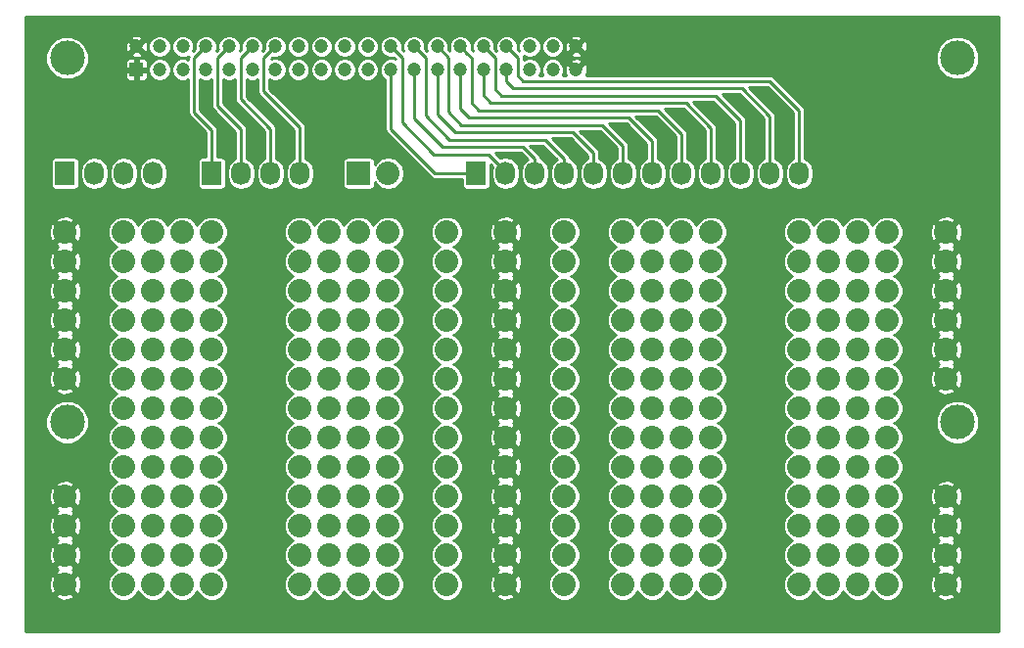
<source format=gbr>
G04 #@! TF.GenerationSoftware,KiCad,Pcbnew,(2017-08-02 revision 9760937)-master*
G04 #@! TF.CreationDate,2017-08-14T12:51:11-05:00*
G04 #@! TF.ProjectId,proto-mezzanine,70726F746F2D6D657A7A616E696E652E,A*
G04 #@! TF.SameCoordinates,Original*
G04 #@! TF.FileFunction,Copper,L2,Bot,Signal*
G04 #@! TF.FilePolarity,Positive*
%FSLAX46Y46*%
G04 Gerber Fmt 4.6, Leading zero omitted, Abs format (unit mm)*
G04 Created by KiCad (PCBNEW (2017-08-02 revision 9760937)-master) date Mon Aug 14 12:51:11 2017*
%MOMM*%
%LPD*%
G01*
G04 APERTURE LIST*
%ADD10C,2.032000*%
%ADD11R,2.032000X2.032000*%
%ADD12O,2.032000X2.032000*%
%ADD13O,1.727200X2.032000*%
%ADD14R,1.727200X2.032000*%
%ADD15R,1.200000X1.200000*%
%ADD16C,1.200000*%
%ADD17C,3.000000*%
%ADD18C,0.254000*%
G04 APERTURE END LIST*
D10*
X180010000Y-149530000D03*
X180010000Y-119050000D03*
X180010000Y-121590000D03*
X180010000Y-129210000D03*
X180010000Y-126670000D03*
X180010000Y-131750000D03*
X180010000Y-124130000D03*
X180010000Y-144450000D03*
X180010000Y-141910000D03*
X180010000Y-146990000D03*
X136830000Y-149530000D03*
X136830000Y-141910000D03*
X136830000Y-139370000D03*
X136830000Y-144450000D03*
X136830000Y-146990000D03*
X136830000Y-129210000D03*
X136830000Y-131750000D03*
X136830000Y-136830000D03*
X136830000Y-134290000D03*
X136830000Y-124130000D03*
X136830000Y-126670000D03*
X136830000Y-121590000D03*
X146990000Y-149530000D03*
X146990000Y-139370000D03*
X146990000Y-144450000D03*
X146990000Y-141910000D03*
X146990000Y-146990000D03*
X146990000Y-136830000D03*
X146990000Y-134290000D03*
X146990000Y-131750000D03*
X146990000Y-129210000D03*
X146990000Y-126670000D03*
X146990000Y-124130000D03*
X146990000Y-121590000D03*
X146990000Y-119050000D03*
X141910000Y-149530000D03*
X141910000Y-144450000D03*
X141910000Y-146990000D03*
X141910000Y-141910000D03*
X141910000Y-139370000D03*
X141910000Y-131750000D03*
X141910000Y-129210000D03*
X141910000Y-136830000D03*
X141910000Y-134290000D03*
X141910000Y-126670000D03*
X141910000Y-124130000D03*
X141910000Y-121590000D03*
X141910000Y-119050000D03*
X103810000Y-146990000D03*
X103810000Y-144450000D03*
X103810000Y-149530000D03*
X103810000Y-141910000D03*
X103810000Y-131750000D03*
X103810000Y-129210000D03*
X103810000Y-126670000D03*
X103810000Y-121590000D03*
X103810000Y-119050000D03*
X159690000Y-144450000D03*
X169850000Y-139370000D03*
X174930000Y-134290000D03*
X169850000Y-124130000D03*
X169850000Y-141910000D03*
X172390000Y-131750000D03*
X174930000Y-131750000D03*
X157150000Y-119050000D03*
X174930000Y-141910000D03*
X167310000Y-146990000D03*
X154610000Y-136830000D03*
X159690000Y-121590000D03*
X172390000Y-126670000D03*
X157150000Y-141910000D03*
X159690000Y-126670000D03*
X172390000Y-149530000D03*
X154610000Y-124130000D03*
X157150000Y-129210000D03*
X159690000Y-149530000D03*
X159690000Y-146990000D03*
X159690000Y-129210000D03*
X157150000Y-146990000D03*
X159690000Y-141910000D03*
X152070000Y-129210000D03*
X157150000Y-144450000D03*
X152070000Y-144450000D03*
X154610000Y-119050000D03*
X167310000Y-134290000D03*
X174930000Y-129210000D03*
X167310000Y-141910000D03*
X174930000Y-119050000D03*
X152070000Y-141910000D03*
X154610000Y-131750000D03*
X174930000Y-126670000D03*
X157150000Y-121590000D03*
X157150000Y-124130000D03*
X167310000Y-129210000D03*
X172390000Y-121590000D03*
X169850000Y-129210000D03*
X169850000Y-126670000D03*
X174930000Y-139370000D03*
X167310000Y-124130000D03*
X169850000Y-131750000D03*
X152070000Y-119050000D03*
X152070000Y-124130000D03*
X167310000Y-121590000D03*
X152070000Y-149530000D03*
X159690000Y-139370000D03*
X169850000Y-146990000D03*
X174930000Y-146990000D03*
X174930000Y-144450000D03*
X174930000Y-136830000D03*
X172390000Y-124130000D03*
X152070000Y-126670000D03*
X169850000Y-136830000D03*
X172390000Y-119050000D03*
X152070000Y-139370000D03*
X152070000Y-121590000D03*
X157150000Y-149530000D03*
X152070000Y-146990000D03*
X152070000Y-134290000D03*
X152070000Y-136830000D03*
X167310000Y-136830000D03*
X167310000Y-131750000D03*
X167310000Y-119050000D03*
X154610000Y-144450000D03*
X174930000Y-124130000D03*
X172390000Y-129210000D03*
X157150000Y-139370000D03*
X167310000Y-149530000D03*
X159690000Y-131750000D03*
X154610000Y-146990000D03*
X167310000Y-144450000D03*
X169850000Y-134290000D03*
X172390000Y-141910000D03*
X172390000Y-134290000D03*
X174930000Y-121590000D03*
X169850000Y-144450000D03*
X157150000Y-134290000D03*
X157150000Y-126670000D03*
X169850000Y-119050000D03*
X154610000Y-139370000D03*
X157150000Y-136830000D03*
X169850000Y-121590000D03*
X159690000Y-134290000D03*
X172390000Y-139370000D03*
X157150000Y-131750000D03*
X167310000Y-139370000D03*
X167310000Y-126670000D03*
X154610000Y-141910000D03*
X159690000Y-119050000D03*
X172390000Y-144450000D03*
X172390000Y-136830000D03*
X169850000Y-149530000D03*
X152070000Y-131750000D03*
X154610000Y-126670000D03*
X174930000Y-149530000D03*
X154610000Y-134290000D03*
X154610000Y-129210000D03*
X159690000Y-136830000D03*
X154610000Y-149530000D03*
X154610000Y-121590000D03*
X172390000Y-146990000D03*
X159690000Y-124130000D03*
X136830000Y-119050000D03*
X131750000Y-144450000D03*
X129210000Y-119050000D03*
X126670000Y-136830000D03*
X131750000Y-121590000D03*
X129210000Y-141910000D03*
X131750000Y-126670000D03*
X126670000Y-124130000D03*
X129210000Y-129210000D03*
X131750000Y-149530000D03*
X131750000Y-146990000D03*
X131750000Y-129210000D03*
X129210000Y-146990000D03*
X131750000Y-141910000D03*
X124130000Y-129210000D03*
X129210000Y-144450000D03*
X124130000Y-144450000D03*
X126670000Y-119050000D03*
X124130000Y-141910000D03*
X126670000Y-131750000D03*
X129210000Y-121590000D03*
X129210000Y-124130000D03*
X124130000Y-119050000D03*
X124130000Y-124130000D03*
X124130000Y-149530000D03*
X131750000Y-139370000D03*
X124130000Y-126670000D03*
X124130000Y-139370000D03*
X124130000Y-121590000D03*
X129210000Y-149530000D03*
X124130000Y-146990000D03*
X124130000Y-134290000D03*
X124130000Y-136830000D03*
X126670000Y-144450000D03*
X129210000Y-139370000D03*
X131750000Y-131750000D03*
X126670000Y-146990000D03*
X129210000Y-134290000D03*
X129210000Y-126670000D03*
X126670000Y-139370000D03*
X129210000Y-136830000D03*
X131750000Y-134290000D03*
X129210000Y-131750000D03*
X126670000Y-141910000D03*
X131750000Y-119050000D03*
X124130000Y-131750000D03*
X126670000Y-126670000D03*
X126670000Y-134290000D03*
X126670000Y-129210000D03*
X131750000Y-136830000D03*
X126670000Y-149530000D03*
X126670000Y-121590000D03*
X131750000Y-124130000D03*
X111430000Y-124130000D03*
X113970000Y-129210000D03*
X116510000Y-129210000D03*
X108890000Y-129210000D03*
X111430000Y-119050000D03*
X116510000Y-126670000D03*
X108890000Y-126670000D03*
X108890000Y-121590000D03*
X108890000Y-124130000D03*
X113970000Y-126670000D03*
X116510000Y-119050000D03*
X113970000Y-121590000D03*
X111430000Y-126670000D03*
X113970000Y-124130000D03*
X116510000Y-121590000D03*
X113970000Y-119050000D03*
X111430000Y-129210000D03*
X108890000Y-119050000D03*
X111430000Y-121590000D03*
X116510000Y-124130000D03*
X116510000Y-134290000D03*
X113970000Y-131750000D03*
X116510000Y-139370000D03*
X116510000Y-136830000D03*
X113970000Y-136830000D03*
X116510000Y-131750000D03*
X113970000Y-134290000D03*
X108890000Y-134290000D03*
X108890000Y-131750000D03*
X108890000Y-139370000D03*
X113970000Y-139370000D03*
X108890000Y-136830000D03*
X111430000Y-134290000D03*
X111430000Y-136830000D03*
X111430000Y-131750000D03*
X111430000Y-139370000D03*
X116510000Y-144450000D03*
X116510000Y-141910000D03*
X113970000Y-141910000D03*
X108890000Y-144450000D03*
X113970000Y-144450000D03*
X108890000Y-141910000D03*
X111430000Y-141910000D03*
X111430000Y-144450000D03*
X116510000Y-146990000D03*
X108890000Y-146990000D03*
X113970000Y-146990000D03*
X111430000Y-146990000D03*
X108890000Y-149530000D03*
X113970000Y-149530000D03*
X116510000Y-149530000D03*
X111430000Y-149530000D03*
X103810000Y-124130000D03*
D11*
X129210000Y-113970000D03*
D12*
X131750000Y-113970000D03*
D13*
X124130000Y-113970000D03*
X121590000Y-113970000D03*
X119050000Y-113970000D03*
D14*
X116510000Y-113970000D03*
X103810000Y-113970000D03*
D13*
X106350000Y-113970000D03*
X108890000Y-113970000D03*
X111430000Y-113970000D03*
D14*
X139370000Y-113970000D03*
D13*
X141910000Y-113970000D03*
X144450000Y-113970000D03*
X146990000Y-113970000D03*
X149530000Y-113970000D03*
X152070000Y-113970000D03*
X154610000Y-113970000D03*
X157150000Y-113970000D03*
X159690000Y-113970000D03*
X162230000Y-113970000D03*
X164770000Y-113970000D03*
X167310000Y-113970000D03*
D15*
X110000000Y-105000000D03*
D16*
X110000000Y-103000000D03*
X112000000Y-105000000D03*
X112000000Y-103000000D03*
X114000000Y-105000000D03*
X114000000Y-103000000D03*
X116000000Y-105000000D03*
X116000000Y-103000000D03*
X118000000Y-105000000D03*
X118000000Y-103000000D03*
X120000000Y-105000000D03*
X120000000Y-103000000D03*
X122000000Y-105000000D03*
X122000000Y-103000000D03*
X124000000Y-105000000D03*
X124000000Y-103000000D03*
X126000000Y-105000000D03*
X126000000Y-103000000D03*
X128000000Y-105000000D03*
X128000000Y-103000000D03*
X130000000Y-105000000D03*
X130000000Y-103000000D03*
X132000000Y-105000000D03*
X132000000Y-103000000D03*
X134000000Y-105000000D03*
X134000000Y-103000000D03*
X136000000Y-105000000D03*
X136000000Y-103000000D03*
X138000000Y-105000000D03*
X138000000Y-103000000D03*
X140000000Y-105000000D03*
X140000000Y-103000000D03*
X142000000Y-105000000D03*
X142000000Y-103000000D03*
X144000000Y-105000000D03*
X144000000Y-103000000D03*
X146000000Y-105000000D03*
X146000000Y-103000000D03*
X148000000Y-105000000D03*
X148000000Y-103000000D03*
D17*
X104000000Y-135500000D03*
X181000000Y-135500000D03*
X181000000Y-104000000D03*
X104000000Y-104000000D03*
D18*
X140411400Y-112319000D02*
X141910000Y-113817600D01*
X135687000Y-112319000D02*
X140411400Y-112319000D01*
X141910000Y-113817600D02*
X141910000Y-113970000D01*
X132969200Y-109601200D02*
X132969200Y-103969200D01*
X135687000Y-112319000D02*
X132969200Y-109601200D01*
X132969200Y-103969200D02*
X132000000Y-103000000D01*
X134925000Y-113081000D02*
X135814000Y-113970000D01*
X135814000Y-113970000D02*
X139370000Y-113970000D01*
X134925000Y-113081000D02*
X132000000Y-110156000D01*
X132000000Y-110156000D02*
X132000000Y-105000000D01*
X116510000Y-112700000D02*
X116510000Y-113970000D01*
X116000000Y-103000000D02*
X114986000Y-104014000D01*
X114986000Y-104014000D02*
X114986000Y-108702040D01*
X114986000Y-108702040D02*
X116510000Y-110226040D01*
X116510000Y-110226040D02*
X116510000Y-112700000D01*
X119050000Y-112700000D02*
X119050000Y-113970000D01*
X118000000Y-103000000D02*
X116992600Y-104007400D01*
X116992600Y-104007400D02*
X116992600Y-108122920D01*
X116992600Y-108122920D02*
X119050000Y-110180320D01*
X119050000Y-110180320D02*
X119050000Y-112700000D01*
X121590000Y-112700000D02*
X121590000Y-113970000D01*
X120000000Y-103000000D02*
X118999200Y-104000800D01*
X118999200Y-104000800D02*
X118999200Y-107538720D01*
X118999200Y-107538720D02*
X121590000Y-110129520D01*
X121590000Y-110129520D02*
X121590000Y-112700000D01*
X124130000Y-112700000D02*
X124130000Y-113970000D01*
X122000000Y-103000000D02*
X121005800Y-103994200D01*
X121005800Y-103994200D02*
X121005800Y-106883400D01*
X121005800Y-106883400D02*
X124130000Y-110007600D01*
X124130000Y-110007600D02*
X124130000Y-112700000D01*
X146990000Y-113970000D02*
X146990000Y-112700000D01*
X146990000Y-112700000D02*
X145339000Y-111049000D01*
X145339000Y-111049000D02*
X137048440Y-111049000D01*
X137048440Y-111049000D02*
X135001200Y-109001760D01*
X135001200Y-109001760D02*
X135001200Y-104001200D01*
X135001200Y-104001200D02*
X134000000Y-103000000D01*
X152070000Y-113970000D02*
X152070000Y-111578776D01*
X152070000Y-111578776D02*
X150270224Y-109779000D01*
X150270224Y-109779000D02*
X138100000Y-109779000D01*
X138100000Y-109779000D02*
X136995100Y-108674100D01*
X136995100Y-108674100D02*
X136995100Y-103995100D01*
X136995100Y-103995100D02*
X136000000Y-103000000D01*
X157150000Y-113970000D02*
X157150000Y-110562776D01*
X139004240Y-107889240D02*
X139004240Y-104004240D01*
X157150000Y-110562776D02*
X155096224Y-108509000D01*
X155096224Y-108509000D02*
X139624000Y-108509000D01*
X139004240Y-104004240D02*
X138599999Y-103599999D01*
X139624000Y-108509000D02*
X139004240Y-107889240D01*
X138599999Y-103599999D02*
X138000000Y-103000000D01*
X162230000Y-113970000D02*
X162230000Y-109419776D01*
X140993060Y-106703060D02*
X140993060Y-103993060D01*
X162230000Y-109419776D02*
X160049224Y-107239000D01*
X160049224Y-107239000D02*
X141529000Y-107239000D01*
X141529000Y-107239000D02*
X140993060Y-106703060D01*
X140993060Y-103993060D02*
X140000000Y-103000000D01*
X142000000Y-103000000D02*
X143007280Y-104007280D01*
X164748224Y-105969000D02*
X167310000Y-108530776D01*
X143007280Y-104007280D02*
X143007280Y-105542280D01*
X143007280Y-105542280D02*
X143434000Y-105969000D01*
X143434000Y-105969000D02*
X164748224Y-105969000D01*
X167310000Y-108530776D02*
X167310000Y-112700000D01*
X167310000Y-112700000D02*
X167310000Y-113970000D01*
X136449000Y-111684000D02*
X143434000Y-111684000D01*
X143434000Y-111684000D02*
X144450000Y-112700000D01*
X144450000Y-112700000D02*
X144450000Y-113970000D01*
X136449000Y-111684000D02*
X134000000Y-109235000D01*
X134000000Y-109235000D02*
X134000000Y-105000000D01*
X149530000Y-113970000D02*
X149530000Y-112213776D01*
X149530000Y-112213776D02*
X147730224Y-110414000D01*
X147730224Y-110414000D02*
X137556440Y-110414000D01*
X137556440Y-110414000D02*
X136000000Y-108857560D01*
X136000000Y-108857560D02*
X136000000Y-105000000D01*
X138735000Y-109144000D02*
X152556224Y-109144000D01*
X152556224Y-109144000D02*
X154610000Y-111197776D01*
X154610000Y-111197776D02*
X154610000Y-112700000D01*
X154610000Y-112700000D02*
X154610000Y-113970000D01*
X138735000Y-109144000D02*
X138000000Y-108409000D01*
X138000000Y-108409000D02*
X138000000Y-105000000D01*
X140640000Y-107874000D02*
X157509224Y-107874000D01*
X157509224Y-107874000D02*
X159690000Y-110054776D01*
X159690000Y-112700000D02*
X159690000Y-113970000D01*
X159690000Y-110054776D02*
X159690000Y-112700000D01*
X140000000Y-105000000D02*
X140000000Y-107234000D01*
X140000000Y-107234000D02*
X140640000Y-107874000D01*
X142000000Y-105000000D02*
X142000000Y-106036140D01*
X164770000Y-109038776D02*
X164770000Y-112700000D01*
X142000000Y-106036140D02*
X142567860Y-106604000D01*
X142567860Y-106604000D02*
X162335224Y-106604000D01*
X162335224Y-106604000D02*
X164770000Y-109038776D01*
X164770000Y-112700000D02*
X164770000Y-113970000D01*
G36*
X184568492Y-153569000D02*
X100431000Y-153569000D01*
X100431000Y-150555332D01*
X102964273Y-150555332D01*
X103078857Y-150752397D01*
X103602302Y-150939144D01*
X104157368Y-150911362D01*
X104541143Y-150752397D01*
X104655727Y-150555332D01*
X103810000Y-149709605D01*
X102964273Y-150555332D01*
X100431000Y-150555332D01*
X100431000Y-149322302D01*
X102400856Y-149322302D01*
X102428638Y-149877368D01*
X102587603Y-150261143D01*
X102784668Y-150375727D01*
X103630395Y-149530000D01*
X103989605Y-149530000D01*
X104835332Y-150375727D01*
X105032397Y-150261143D01*
X105219144Y-149737698D01*
X105191362Y-149182632D01*
X105032397Y-148798857D01*
X104835332Y-148684273D01*
X103989605Y-149530000D01*
X103630395Y-149530000D01*
X102784668Y-148684273D01*
X102587603Y-148798857D01*
X102400856Y-149322302D01*
X100431000Y-149322302D01*
X100431000Y-148015332D01*
X102964273Y-148015332D01*
X103078857Y-148212397D01*
X103202344Y-148256453D01*
X103078857Y-148307603D01*
X102964273Y-148504668D01*
X103810000Y-149350395D01*
X104655727Y-148504668D01*
X104541143Y-148307603D01*
X104417656Y-148263547D01*
X104541143Y-148212397D01*
X104655727Y-148015332D01*
X103810000Y-147169605D01*
X102964273Y-148015332D01*
X100431000Y-148015332D01*
X100431000Y-146782302D01*
X102400856Y-146782302D01*
X102428638Y-147337368D01*
X102587603Y-147721143D01*
X102784668Y-147835727D01*
X103630395Y-146990000D01*
X103989605Y-146990000D01*
X104835332Y-147835727D01*
X105032397Y-147721143D01*
X105219144Y-147197698D01*
X105191362Y-146642632D01*
X105032397Y-146258857D01*
X104835332Y-146144273D01*
X103989605Y-146990000D01*
X103630395Y-146990000D01*
X102784668Y-146144273D01*
X102587603Y-146258857D01*
X102400856Y-146782302D01*
X100431000Y-146782302D01*
X100431000Y-145475332D01*
X102964273Y-145475332D01*
X103078857Y-145672397D01*
X103202344Y-145716453D01*
X103078857Y-145767603D01*
X102964273Y-145964668D01*
X103810000Y-146810395D01*
X104655727Y-145964668D01*
X104541143Y-145767603D01*
X104417656Y-145723547D01*
X104541143Y-145672397D01*
X104655727Y-145475332D01*
X103810000Y-144629605D01*
X102964273Y-145475332D01*
X100431000Y-145475332D01*
X100431000Y-144242302D01*
X102400856Y-144242302D01*
X102428638Y-144797368D01*
X102587603Y-145181143D01*
X102784668Y-145295727D01*
X103630395Y-144450000D01*
X103989605Y-144450000D01*
X104835332Y-145295727D01*
X105032397Y-145181143D01*
X105219144Y-144657698D01*
X105191362Y-144102632D01*
X105032397Y-143718857D01*
X104835332Y-143604273D01*
X103989605Y-144450000D01*
X103630395Y-144450000D01*
X102784668Y-143604273D01*
X102587603Y-143718857D01*
X102400856Y-144242302D01*
X100431000Y-144242302D01*
X100431000Y-142935332D01*
X102964273Y-142935332D01*
X103078857Y-143132397D01*
X103202344Y-143176453D01*
X103078857Y-143227603D01*
X102964273Y-143424668D01*
X103810000Y-144270395D01*
X104655727Y-143424668D01*
X104541143Y-143227603D01*
X104417656Y-143183547D01*
X104541143Y-143132397D01*
X104655727Y-142935332D01*
X103810000Y-142089605D01*
X102964273Y-142935332D01*
X100431000Y-142935332D01*
X100431000Y-141702302D01*
X102400856Y-141702302D01*
X102428638Y-142257368D01*
X102587603Y-142641143D01*
X102784668Y-142755727D01*
X103630395Y-141910000D01*
X103989605Y-141910000D01*
X104835332Y-142755727D01*
X105032397Y-142641143D01*
X105219144Y-142117698D01*
X105191362Y-141562632D01*
X105032397Y-141178857D01*
X104835332Y-141064273D01*
X103989605Y-141910000D01*
X103630395Y-141910000D01*
X102784668Y-141064273D01*
X102587603Y-141178857D01*
X102400856Y-141702302D01*
X100431000Y-141702302D01*
X100431000Y-140884668D01*
X102964273Y-140884668D01*
X103810000Y-141730395D01*
X104655727Y-140884668D01*
X104541143Y-140687603D01*
X104017698Y-140500856D01*
X103462632Y-140528638D01*
X103078857Y-140687603D01*
X102964273Y-140884668D01*
X100431000Y-140884668D01*
X100431000Y-135872513D01*
X102118674Y-135872513D01*
X102404436Y-136564109D01*
X102933108Y-137093704D01*
X103624204Y-137380673D01*
X104372513Y-137381326D01*
X105064109Y-137095564D01*
X105593704Y-136566892D01*
X105880673Y-135875796D01*
X105881326Y-135127487D01*
X105595564Y-134435891D01*
X105066892Y-133906296D01*
X104375796Y-133619327D01*
X103627487Y-133618674D01*
X102935891Y-133904436D01*
X102406296Y-134433108D01*
X102119327Y-135124204D01*
X102118674Y-135872513D01*
X100431000Y-135872513D01*
X100431000Y-132775332D01*
X102964273Y-132775332D01*
X103078857Y-132972397D01*
X103602302Y-133159144D01*
X104157368Y-133131362D01*
X104541143Y-132972397D01*
X104655727Y-132775332D01*
X103810000Y-131929605D01*
X102964273Y-132775332D01*
X100431000Y-132775332D01*
X100431000Y-131542302D01*
X102400856Y-131542302D01*
X102428638Y-132097368D01*
X102587603Y-132481143D01*
X102784668Y-132595727D01*
X103630395Y-131750000D01*
X103989605Y-131750000D01*
X104835332Y-132595727D01*
X105032397Y-132481143D01*
X105219144Y-131957698D01*
X105191362Y-131402632D01*
X105032397Y-131018857D01*
X104835332Y-130904273D01*
X103989605Y-131750000D01*
X103630395Y-131750000D01*
X102784668Y-130904273D01*
X102587603Y-131018857D01*
X102400856Y-131542302D01*
X100431000Y-131542302D01*
X100431000Y-130235332D01*
X102964273Y-130235332D01*
X103078857Y-130432397D01*
X103202344Y-130476453D01*
X103078857Y-130527603D01*
X102964273Y-130724668D01*
X103810000Y-131570395D01*
X104655727Y-130724668D01*
X104541143Y-130527603D01*
X104417656Y-130483547D01*
X104541143Y-130432397D01*
X104655727Y-130235332D01*
X103810000Y-129389605D01*
X102964273Y-130235332D01*
X100431000Y-130235332D01*
X100431000Y-129002302D01*
X102400856Y-129002302D01*
X102428638Y-129557368D01*
X102587603Y-129941143D01*
X102784668Y-130055727D01*
X103630395Y-129210000D01*
X103989605Y-129210000D01*
X104835332Y-130055727D01*
X105032397Y-129941143D01*
X105219144Y-129417698D01*
X105191362Y-128862632D01*
X105032397Y-128478857D01*
X104835332Y-128364273D01*
X103989605Y-129210000D01*
X103630395Y-129210000D01*
X102784668Y-128364273D01*
X102587603Y-128478857D01*
X102400856Y-129002302D01*
X100431000Y-129002302D01*
X100431000Y-127695332D01*
X102964273Y-127695332D01*
X103078857Y-127892397D01*
X103202344Y-127936453D01*
X103078857Y-127987603D01*
X102964273Y-128184668D01*
X103810000Y-129030395D01*
X104655727Y-128184668D01*
X104541143Y-127987603D01*
X104417656Y-127943547D01*
X104541143Y-127892397D01*
X104655727Y-127695332D01*
X103810000Y-126849605D01*
X102964273Y-127695332D01*
X100431000Y-127695332D01*
X100431000Y-126462302D01*
X102400856Y-126462302D01*
X102428638Y-127017368D01*
X102587603Y-127401143D01*
X102784668Y-127515727D01*
X103630395Y-126670000D01*
X103989605Y-126670000D01*
X104835332Y-127515727D01*
X105032397Y-127401143D01*
X105219144Y-126877698D01*
X105191362Y-126322632D01*
X105032397Y-125938857D01*
X104835332Y-125824273D01*
X103989605Y-126670000D01*
X103630395Y-126670000D01*
X102784668Y-125824273D01*
X102587603Y-125938857D01*
X102400856Y-126462302D01*
X100431000Y-126462302D01*
X100431000Y-125155332D01*
X102964273Y-125155332D01*
X103078857Y-125352397D01*
X103202344Y-125396453D01*
X103078857Y-125447603D01*
X102964273Y-125644668D01*
X103810000Y-126490395D01*
X104655727Y-125644668D01*
X104541143Y-125447603D01*
X104417656Y-125403547D01*
X104541143Y-125352397D01*
X104655727Y-125155332D01*
X103810000Y-124309605D01*
X102964273Y-125155332D01*
X100431000Y-125155332D01*
X100431000Y-123922302D01*
X102400856Y-123922302D01*
X102428638Y-124477368D01*
X102587603Y-124861143D01*
X102784668Y-124975727D01*
X103630395Y-124130000D01*
X103989605Y-124130000D01*
X104835332Y-124975727D01*
X105032397Y-124861143D01*
X105219144Y-124337698D01*
X105191362Y-123782632D01*
X105032397Y-123398857D01*
X104835332Y-123284273D01*
X103989605Y-124130000D01*
X103630395Y-124130000D01*
X102784668Y-123284273D01*
X102587603Y-123398857D01*
X102400856Y-123922302D01*
X100431000Y-123922302D01*
X100431000Y-122615332D01*
X102964273Y-122615332D01*
X103078857Y-122812397D01*
X103202344Y-122856453D01*
X103078857Y-122907603D01*
X102964273Y-123104668D01*
X103810000Y-123950395D01*
X104655727Y-123104668D01*
X104541143Y-122907603D01*
X104417656Y-122863547D01*
X104541143Y-122812397D01*
X104655727Y-122615332D01*
X103810000Y-121769605D01*
X102964273Y-122615332D01*
X100431000Y-122615332D01*
X100431000Y-121382302D01*
X102400856Y-121382302D01*
X102428638Y-121937368D01*
X102587603Y-122321143D01*
X102784668Y-122435727D01*
X103630395Y-121590000D01*
X103989605Y-121590000D01*
X104835332Y-122435727D01*
X105032397Y-122321143D01*
X105219144Y-121797698D01*
X105191362Y-121242632D01*
X105032397Y-120858857D01*
X104835332Y-120744273D01*
X103989605Y-121590000D01*
X103630395Y-121590000D01*
X102784668Y-120744273D01*
X102587603Y-120858857D01*
X102400856Y-121382302D01*
X100431000Y-121382302D01*
X100431000Y-120075332D01*
X102964273Y-120075332D01*
X103078857Y-120272397D01*
X103202344Y-120316453D01*
X103078857Y-120367603D01*
X102964273Y-120564668D01*
X103810000Y-121410395D01*
X104655727Y-120564668D01*
X104541143Y-120367603D01*
X104417656Y-120323547D01*
X104541143Y-120272397D01*
X104655727Y-120075332D01*
X103810000Y-119229605D01*
X102964273Y-120075332D01*
X100431000Y-120075332D01*
X100431000Y-118842302D01*
X102400856Y-118842302D01*
X102428638Y-119397368D01*
X102587603Y-119781143D01*
X102784668Y-119895727D01*
X103630395Y-119050000D01*
X103989605Y-119050000D01*
X104835332Y-119895727D01*
X105032397Y-119781143D01*
X105194540Y-119326661D01*
X107492758Y-119326661D01*
X107704990Y-119840303D01*
X108097630Y-120233629D01*
X108305512Y-120319949D01*
X108099697Y-120404990D01*
X107706371Y-120797630D01*
X107493243Y-121310900D01*
X107492758Y-121866661D01*
X107704990Y-122380303D01*
X108097630Y-122773629D01*
X108305512Y-122859949D01*
X108099697Y-122944990D01*
X107706371Y-123337630D01*
X107493243Y-123850900D01*
X107492758Y-124406661D01*
X107704990Y-124920303D01*
X108097630Y-125313629D01*
X108305512Y-125399949D01*
X108099697Y-125484990D01*
X107706371Y-125877630D01*
X107493243Y-126390900D01*
X107492758Y-126946661D01*
X107704990Y-127460303D01*
X108097630Y-127853629D01*
X108305512Y-127939949D01*
X108099697Y-128024990D01*
X107706371Y-128417630D01*
X107493243Y-128930900D01*
X107492758Y-129486661D01*
X107704990Y-130000303D01*
X108097630Y-130393629D01*
X108305512Y-130479949D01*
X108099697Y-130564990D01*
X107706371Y-130957630D01*
X107493243Y-131470900D01*
X107492758Y-132026661D01*
X107704990Y-132540303D01*
X108097630Y-132933629D01*
X108305512Y-133019949D01*
X108099697Y-133104990D01*
X107706371Y-133497630D01*
X107493243Y-134010900D01*
X107492758Y-134566661D01*
X107704990Y-135080303D01*
X108097630Y-135473629D01*
X108305512Y-135559949D01*
X108099697Y-135644990D01*
X107706371Y-136037630D01*
X107493243Y-136550900D01*
X107492758Y-137106661D01*
X107704990Y-137620303D01*
X108097630Y-138013629D01*
X108305512Y-138099949D01*
X108099697Y-138184990D01*
X107706371Y-138577630D01*
X107493243Y-139090900D01*
X107492758Y-139646661D01*
X107704990Y-140160303D01*
X108097630Y-140553629D01*
X108305512Y-140639949D01*
X108099697Y-140724990D01*
X107706371Y-141117630D01*
X107493243Y-141630900D01*
X107492758Y-142186661D01*
X107704990Y-142700303D01*
X108097630Y-143093629D01*
X108305512Y-143179949D01*
X108099697Y-143264990D01*
X107706371Y-143657630D01*
X107493243Y-144170900D01*
X107492758Y-144726661D01*
X107704990Y-145240303D01*
X108097630Y-145633629D01*
X108305512Y-145719949D01*
X108099697Y-145804990D01*
X107706371Y-146197630D01*
X107493243Y-146710900D01*
X107492758Y-147266661D01*
X107704990Y-147780303D01*
X108097630Y-148173629D01*
X108305512Y-148259949D01*
X108099697Y-148344990D01*
X107706371Y-148737630D01*
X107493243Y-149250900D01*
X107492758Y-149806661D01*
X107704990Y-150320303D01*
X108097630Y-150713629D01*
X108610900Y-150926757D01*
X109166661Y-150927242D01*
X109680303Y-150715010D01*
X110073629Y-150322370D01*
X110159949Y-150114488D01*
X110244990Y-150320303D01*
X110637630Y-150713629D01*
X111150900Y-150926757D01*
X111706661Y-150927242D01*
X112220303Y-150715010D01*
X112613629Y-150322370D01*
X112699949Y-150114488D01*
X112784990Y-150320303D01*
X113177630Y-150713629D01*
X113690900Y-150926757D01*
X114246661Y-150927242D01*
X114760303Y-150715010D01*
X115153629Y-150322370D01*
X115239949Y-150114488D01*
X115324990Y-150320303D01*
X115717630Y-150713629D01*
X116230900Y-150926757D01*
X116786661Y-150927242D01*
X117300303Y-150715010D01*
X117693629Y-150322370D01*
X117906757Y-149809100D01*
X117907242Y-149253339D01*
X117695010Y-148739697D01*
X117302370Y-148346371D01*
X117094488Y-148260051D01*
X117300303Y-148175010D01*
X117693629Y-147782370D01*
X117906757Y-147269100D01*
X117907242Y-146713339D01*
X117695010Y-146199697D01*
X117302370Y-145806371D01*
X117094488Y-145720051D01*
X117300303Y-145635010D01*
X117693629Y-145242370D01*
X117906757Y-144729100D01*
X117907242Y-144173339D01*
X117695010Y-143659697D01*
X117302370Y-143266371D01*
X117094488Y-143180051D01*
X117300303Y-143095010D01*
X117693629Y-142702370D01*
X117906757Y-142189100D01*
X117907242Y-141633339D01*
X117695010Y-141119697D01*
X117302370Y-140726371D01*
X117094488Y-140640051D01*
X117300303Y-140555010D01*
X117693629Y-140162370D01*
X117906757Y-139649100D01*
X117907242Y-139093339D01*
X117695010Y-138579697D01*
X117302370Y-138186371D01*
X117094488Y-138100051D01*
X117300303Y-138015010D01*
X117693629Y-137622370D01*
X117906757Y-137109100D01*
X117907242Y-136553339D01*
X117695010Y-136039697D01*
X117302370Y-135646371D01*
X117094488Y-135560051D01*
X117300303Y-135475010D01*
X117693629Y-135082370D01*
X117906757Y-134569100D01*
X117907242Y-134013339D01*
X117695010Y-133499697D01*
X117302370Y-133106371D01*
X117094488Y-133020051D01*
X117300303Y-132935010D01*
X117693629Y-132542370D01*
X117906757Y-132029100D01*
X117907242Y-131473339D01*
X117695010Y-130959697D01*
X117302370Y-130566371D01*
X117094488Y-130480051D01*
X117300303Y-130395010D01*
X117693629Y-130002370D01*
X117906757Y-129489100D01*
X117907242Y-128933339D01*
X117695010Y-128419697D01*
X117302370Y-128026371D01*
X117094488Y-127940051D01*
X117300303Y-127855010D01*
X117693629Y-127462370D01*
X117906757Y-126949100D01*
X117907242Y-126393339D01*
X117695010Y-125879697D01*
X117302370Y-125486371D01*
X117094488Y-125400051D01*
X117300303Y-125315010D01*
X117693629Y-124922370D01*
X117906757Y-124409100D01*
X117907242Y-123853339D01*
X117695010Y-123339697D01*
X117302370Y-122946371D01*
X117094488Y-122860051D01*
X117300303Y-122775010D01*
X117693629Y-122382370D01*
X117906757Y-121869100D01*
X117907242Y-121313339D01*
X117695010Y-120799697D01*
X117302370Y-120406371D01*
X117094488Y-120320051D01*
X117300303Y-120235010D01*
X117693629Y-119842370D01*
X117906757Y-119329100D01*
X117906759Y-119326661D01*
X122732758Y-119326661D01*
X122944990Y-119840303D01*
X123337630Y-120233629D01*
X123545512Y-120319949D01*
X123339697Y-120404990D01*
X122946371Y-120797630D01*
X122733243Y-121310900D01*
X122732758Y-121866661D01*
X122944990Y-122380303D01*
X123337630Y-122773629D01*
X123545512Y-122859949D01*
X123339697Y-122944990D01*
X122946371Y-123337630D01*
X122733243Y-123850900D01*
X122732758Y-124406661D01*
X122944990Y-124920303D01*
X123337630Y-125313629D01*
X123545512Y-125399949D01*
X123339697Y-125484990D01*
X122946371Y-125877630D01*
X122733243Y-126390900D01*
X122732758Y-126946661D01*
X122944990Y-127460303D01*
X123337630Y-127853629D01*
X123545512Y-127939949D01*
X123339697Y-128024990D01*
X122946371Y-128417630D01*
X122733243Y-128930900D01*
X122732758Y-129486661D01*
X122944990Y-130000303D01*
X123337630Y-130393629D01*
X123545512Y-130479949D01*
X123339697Y-130564990D01*
X122946371Y-130957630D01*
X122733243Y-131470900D01*
X122732758Y-132026661D01*
X122944990Y-132540303D01*
X123337630Y-132933629D01*
X123545512Y-133019949D01*
X123339697Y-133104990D01*
X122946371Y-133497630D01*
X122733243Y-134010900D01*
X122732758Y-134566661D01*
X122944990Y-135080303D01*
X123337630Y-135473629D01*
X123545512Y-135559949D01*
X123339697Y-135644990D01*
X122946371Y-136037630D01*
X122733243Y-136550900D01*
X122732758Y-137106661D01*
X122944990Y-137620303D01*
X123337630Y-138013629D01*
X123545512Y-138099949D01*
X123339697Y-138184990D01*
X122946371Y-138577630D01*
X122733243Y-139090900D01*
X122732758Y-139646661D01*
X122944990Y-140160303D01*
X123337630Y-140553629D01*
X123545512Y-140639949D01*
X123339697Y-140724990D01*
X122946371Y-141117630D01*
X122733243Y-141630900D01*
X122732758Y-142186661D01*
X122944990Y-142700303D01*
X123337630Y-143093629D01*
X123545512Y-143179949D01*
X123339697Y-143264990D01*
X122946371Y-143657630D01*
X122733243Y-144170900D01*
X122732758Y-144726661D01*
X122944990Y-145240303D01*
X123337630Y-145633629D01*
X123545512Y-145719949D01*
X123339697Y-145804990D01*
X122946371Y-146197630D01*
X122733243Y-146710900D01*
X122732758Y-147266661D01*
X122944990Y-147780303D01*
X123337630Y-148173629D01*
X123545512Y-148259949D01*
X123339697Y-148344990D01*
X122946371Y-148737630D01*
X122733243Y-149250900D01*
X122732758Y-149806661D01*
X122944990Y-150320303D01*
X123337630Y-150713629D01*
X123850900Y-150926757D01*
X124406661Y-150927242D01*
X124920303Y-150715010D01*
X125313629Y-150322370D01*
X125399949Y-150114488D01*
X125484990Y-150320303D01*
X125877630Y-150713629D01*
X126390900Y-150926757D01*
X126946661Y-150927242D01*
X127460303Y-150715010D01*
X127853629Y-150322370D01*
X127939949Y-150114488D01*
X128024990Y-150320303D01*
X128417630Y-150713629D01*
X128930900Y-150926757D01*
X129486661Y-150927242D01*
X130000303Y-150715010D01*
X130393629Y-150322370D01*
X130479949Y-150114488D01*
X130564990Y-150320303D01*
X130957630Y-150713629D01*
X131470900Y-150926757D01*
X132026661Y-150927242D01*
X132540303Y-150715010D01*
X132933629Y-150322370D01*
X133146757Y-149809100D01*
X133147242Y-149253339D01*
X132935010Y-148739697D01*
X132542370Y-148346371D01*
X132334488Y-148260051D01*
X132540303Y-148175010D01*
X132933629Y-147782370D01*
X133146757Y-147269100D01*
X133147242Y-146713339D01*
X132935010Y-146199697D01*
X132542370Y-145806371D01*
X132334488Y-145720051D01*
X132540303Y-145635010D01*
X132933629Y-145242370D01*
X133146757Y-144729100D01*
X133147242Y-144173339D01*
X132935010Y-143659697D01*
X132542370Y-143266371D01*
X132334488Y-143180051D01*
X132540303Y-143095010D01*
X132933629Y-142702370D01*
X133146757Y-142189100D01*
X133147242Y-141633339D01*
X132935010Y-141119697D01*
X132542370Y-140726371D01*
X132334488Y-140640051D01*
X132540303Y-140555010D01*
X132933629Y-140162370D01*
X133146757Y-139649100D01*
X133147242Y-139093339D01*
X132935010Y-138579697D01*
X132542370Y-138186371D01*
X132334488Y-138100051D01*
X132540303Y-138015010D01*
X132933629Y-137622370D01*
X133146757Y-137109100D01*
X133147242Y-136553339D01*
X132935010Y-136039697D01*
X132542370Y-135646371D01*
X132334488Y-135560051D01*
X132540303Y-135475010D01*
X132933629Y-135082370D01*
X133146757Y-134569100D01*
X133147242Y-134013339D01*
X132935010Y-133499697D01*
X132542370Y-133106371D01*
X132334488Y-133020051D01*
X132540303Y-132935010D01*
X132933629Y-132542370D01*
X133146757Y-132029100D01*
X133147242Y-131473339D01*
X132935010Y-130959697D01*
X132542370Y-130566371D01*
X132334488Y-130480051D01*
X132540303Y-130395010D01*
X132933629Y-130002370D01*
X133146757Y-129489100D01*
X133147242Y-128933339D01*
X132935010Y-128419697D01*
X132542370Y-128026371D01*
X132334488Y-127940051D01*
X132540303Y-127855010D01*
X132933629Y-127462370D01*
X133146757Y-126949100D01*
X133147242Y-126393339D01*
X132935010Y-125879697D01*
X132542370Y-125486371D01*
X132334488Y-125400051D01*
X132540303Y-125315010D01*
X132933629Y-124922370D01*
X133146757Y-124409100D01*
X133147242Y-123853339D01*
X132935010Y-123339697D01*
X132542370Y-122946371D01*
X132334488Y-122860051D01*
X132540303Y-122775010D01*
X132933629Y-122382370D01*
X133146757Y-121869100D01*
X133147242Y-121313339D01*
X132935010Y-120799697D01*
X132542370Y-120406371D01*
X132334488Y-120320051D01*
X132540303Y-120235010D01*
X132933629Y-119842370D01*
X133146757Y-119329100D01*
X133146759Y-119326661D01*
X135432758Y-119326661D01*
X135644990Y-119840303D01*
X136037630Y-120233629D01*
X136245512Y-120319949D01*
X136039697Y-120404990D01*
X135646371Y-120797630D01*
X135433243Y-121310900D01*
X135432758Y-121866661D01*
X135644990Y-122380303D01*
X136037630Y-122773629D01*
X136245512Y-122859949D01*
X136039697Y-122944990D01*
X135646371Y-123337630D01*
X135433243Y-123850900D01*
X135432758Y-124406661D01*
X135644990Y-124920303D01*
X136037630Y-125313629D01*
X136245512Y-125399949D01*
X136039697Y-125484990D01*
X135646371Y-125877630D01*
X135433243Y-126390900D01*
X135432758Y-126946661D01*
X135644990Y-127460303D01*
X136037630Y-127853629D01*
X136245512Y-127939949D01*
X136039697Y-128024990D01*
X135646371Y-128417630D01*
X135433243Y-128930900D01*
X135432758Y-129486661D01*
X135644990Y-130000303D01*
X136037630Y-130393629D01*
X136245512Y-130479949D01*
X136039697Y-130564990D01*
X135646371Y-130957630D01*
X135433243Y-131470900D01*
X135432758Y-132026661D01*
X135644990Y-132540303D01*
X136037630Y-132933629D01*
X136245512Y-133019949D01*
X136039697Y-133104990D01*
X135646371Y-133497630D01*
X135433243Y-134010900D01*
X135432758Y-134566661D01*
X135644990Y-135080303D01*
X136037630Y-135473629D01*
X136245512Y-135559949D01*
X136039697Y-135644990D01*
X135646371Y-136037630D01*
X135433243Y-136550900D01*
X135432758Y-137106661D01*
X135644990Y-137620303D01*
X136037630Y-138013629D01*
X136245512Y-138099949D01*
X136039697Y-138184990D01*
X135646371Y-138577630D01*
X135433243Y-139090900D01*
X135432758Y-139646661D01*
X135644990Y-140160303D01*
X136037630Y-140553629D01*
X136245512Y-140639949D01*
X136039697Y-140724990D01*
X135646371Y-141117630D01*
X135433243Y-141630900D01*
X135432758Y-142186661D01*
X135644990Y-142700303D01*
X136037630Y-143093629D01*
X136245512Y-143179949D01*
X136039697Y-143264990D01*
X135646371Y-143657630D01*
X135433243Y-144170900D01*
X135432758Y-144726661D01*
X135644990Y-145240303D01*
X136037630Y-145633629D01*
X136245512Y-145719949D01*
X136039697Y-145804990D01*
X135646371Y-146197630D01*
X135433243Y-146710900D01*
X135432758Y-147266661D01*
X135644990Y-147780303D01*
X136037630Y-148173629D01*
X136245512Y-148259949D01*
X136039697Y-148344990D01*
X135646371Y-148737630D01*
X135433243Y-149250900D01*
X135432758Y-149806661D01*
X135644990Y-150320303D01*
X136037630Y-150713629D01*
X136550900Y-150926757D01*
X137106661Y-150927242D01*
X137620303Y-150715010D01*
X137780259Y-150555332D01*
X141064273Y-150555332D01*
X141178857Y-150752397D01*
X141702302Y-150939144D01*
X142257368Y-150911362D01*
X142641143Y-150752397D01*
X142755727Y-150555332D01*
X141910000Y-149709605D01*
X141064273Y-150555332D01*
X137780259Y-150555332D01*
X138013629Y-150322370D01*
X138226757Y-149809100D01*
X138227181Y-149322302D01*
X140500856Y-149322302D01*
X140528638Y-149877368D01*
X140687603Y-150261143D01*
X140884668Y-150375727D01*
X141730395Y-149530000D01*
X142089605Y-149530000D01*
X142935332Y-150375727D01*
X143132397Y-150261143D01*
X143319144Y-149737698D01*
X143291362Y-149182632D01*
X143132397Y-148798857D01*
X142935332Y-148684273D01*
X142089605Y-149530000D01*
X141730395Y-149530000D01*
X140884668Y-148684273D01*
X140687603Y-148798857D01*
X140500856Y-149322302D01*
X138227181Y-149322302D01*
X138227242Y-149253339D01*
X138015010Y-148739697D01*
X137622370Y-148346371D01*
X137414488Y-148260051D01*
X137620303Y-148175010D01*
X137780259Y-148015332D01*
X141064273Y-148015332D01*
X141178857Y-148212397D01*
X141302344Y-148256453D01*
X141178857Y-148307603D01*
X141064273Y-148504668D01*
X141910000Y-149350395D01*
X142755727Y-148504668D01*
X142641143Y-148307603D01*
X142517656Y-148263547D01*
X142641143Y-148212397D01*
X142755727Y-148015332D01*
X141910000Y-147169605D01*
X141064273Y-148015332D01*
X137780259Y-148015332D01*
X138013629Y-147782370D01*
X138226757Y-147269100D01*
X138227181Y-146782302D01*
X140500856Y-146782302D01*
X140528638Y-147337368D01*
X140687603Y-147721143D01*
X140884668Y-147835727D01*
X141730395Y-146990000D01*
X142089605Y-146990000D01*
X142935332Y-147835727D01*
X143132397Y-147721143D01*
X143319144Y-147197698D01*
X143291362Y-146642632D01*
X143132397Y-146258857D01*
X142935332Y-146144273D01*
X142089605Y-146990000D01*
X141730395Y-146990000D01*
X140884668Y-146144273D01*
X140687603Y-146258857D01*
X140500856Y-146782302D01*
X138227181Y-146782302D01*
X138227242Y-146713339D01*
X138015010Y-146199697D01*
X137622370Y-145806371D01*
X137414488Y-145720051D01*
X137620303Y-145635010D01*
X137780259Y-145475332D01*
X141064273Y-145475332D01*
X141178857Y-145672397D01*
X141302344Y-145716453D01*
X141178857Y-145767603D01*
X141064273Y-145964668D01*
X141910000Y-146810395D01*
X142755727Y-145964668D01*
X142641143Y-145767603D01*
X142517656Y-145723547D01*
X142641143Y-145672397D01*
X142755727Y-145475332D01*
X141910000Y-144629605D01*
X141064273Y-145475332D01*
X137780259Y-145475332D01*
X138013629Y-145242370D01*
X138226757Y-144729100D01*
X138227181Y-144242302D01*
X140500856Y-144242302D01*
X140528638Y-144797368D01*
X140687603Y-145181143D01*
X140884668Y-145295727D01*
X141730395Y-144450000D01*
X142089605Y-144450000D01*
X142935332Y-145295727D01*
X143132397Y-145181143D01*
X143319144Y-144657698D01*
X143291362Y-144102632D01*
X143132397Y-143718857D01*
X142935332Y-143604273D01*
X142089605Y-144450000D01*
X141730395Y-144450000D01*
X140884668Y-143604273D01*
X140687603Y-143718857D01*
X140500856Y-144242302D01*
X138227181Y-144242302D01*
X138227242Y-144173339D01*
X138015010Y-143659697D01*
X137622370Y-143266371D01*
X137414488Y-143180051D01*
X137620303Y-143095010D01*
X137780259Y-142935332D01*
X141064273Y-142935332D01*
X141178857Y-143132397D01*
X141302344Y-143176453D01*
X141178857Y-143227603D01*
X141064273Y-143424668D01*
X141910000Y-144270395D01*
X142755727Y-143424668D01*
X142641143Y-143227603D01*
X142517656Y-143183547D01*
X142641143Y-143132397D01*
X142755727Y-142935332D01*
X141910000Y-142089605D01*
X141064273Y-142935332D01*
X137780259Y-142935332D01*
X138013629Y-142702370D01*
X138226757Y-142189100D01*
X138227181Y-141702302D01*
X140500856Y-141702302D01*
X140528638Y-142257368D01*
X140687603Y-142641143D01*
X140884668Y-142755727D01*
X141730395Y-141910000D01*
X142089605Y-141910000D01*
X142935332Y-142755727D01*
X143132397Y-142641143D01*
X143319144Y-142117698D01*
X143291362Y-141562632D01*
X143132397Y-141178857D01*
X142935332Y-141064273D01*
X142089605Y-141910000D01*
X141730395Y-141910000D01*
X140884668Y-141064273D01*
X140687603Y-141178857D01*
X140500856Y-141702302D01*
X138227181Y-141702302D01*
X138227242Y-141633339D01*
X138015010Y-141119697D01*
X137622370Y-140726371D01*
X137414488Y-140640051D01*
X137620303Y-140555010D01*
X137780259Y-140395332D01*
X141064273Y-140395332D01*
X141178857Y-140592397D01*
X141302344Y-140636453D01*
X141178857Y-140687603D01*
X141064273Y-140884668D01*
X141910000Y-141730395D01*
X142755727Y-140884668D01*
X142641143Y-140687603D01*
X142517656Y-140643547D01*
X142641143Y-140592397D01*
X142755727Y-140395332D01*
X141910000Y-139549605D01*
X141064273Y-140395332D01*
X137780259Y-140395332D01*
X138013629Y-140162370D01*
X138226757Y-139649100D01*
X138227181Y-139162302D01*
X140500856Y-139162302D01*
X140528638Y-139717368D01*
X140687603Y-140101143D01*
X140884668Y-140215727D01*
X141730395Y-139370000D01*
X142089605Y-139370000D01*
X142935332Y-140215727D01*
X143132397Y-140101143D01*
X143319144Y-139577698D01*
X143291362Y-139022632D01*
X143132397Y-138638857D01*
X142935332Y-138524273D01*
X142089605Y-139370000D01*
X141730395Y-139370000D01*
X140884668Y-138524273D01*
X140687603Y-138638857D01*
X140500856Y-139162302D01*
X138227181Y-139162302D01*
X138227242Y-139093339D01*
X138015010Y-138579697D01*
X137622370Y-138186371D01*
X137414488Y-138100051D01*
X137620303Y-138015010D01*
X137780259Y-137855332D01*
X141064273Y-137855332D01*
X141178857Y-138052397D01*
X141302344Y-138096453D01*
X141178857Y-138147603D01*
X141064273Y-138344668D01*
X141910000Y-139190395D01*
X142755727Y-138344668D01*
X142641143Y-138147603D01*
X142517656Y-138103547D01*
X142641143Y-138052397D01*
X142755727Y-137855332D01*
X141910000Y-137009605D01*
X141064273Y-137855332D01*
X137780259Y-137855332D01*
X138013629Y-137622370D01*
X138226757Y-137109100D01*
X138227181Y-136622302D01*
X140500856Y-136622302D01*
X140528638Y-137177368D01*
X140687603Y-137561143D01*
X140884668Y-137675727D01*
X141730395Y-136830000D01*
X142089605Y-136830000D01*
X142935332Y-137675727D01*
X143132397Y-137561143D01*
X143319144Y-137037698D01*
X143291362Y-136482632D01*
X143132397Y-136098857D01*
X142935332Y-135984273D01*
X142089605Y-136830000D01*
X141730395Y-136830000D01*
X140884668Y-135984273D01*
X140687603Y-136098857D01*
X140500856Y-136622302D01*
X138227181Y-136622302D01*
X138227242Y-136553339D01*
X138015010Y-136039697D01*
X137622370Y-135646371D01*
X137414488Y-135560051D01*
X137620303Y-135475010D01*
X137780259Y-135315332D01*
X141064273Y-135315332D01*
X141178857Y-135512397D01*
X141302344Y-135556453D01*
X141178857Y-135607603D01*
X141064273Y-135804668D01*
X141910000Y-136650395D01*
X142755727Y-135804668D01*
X142641143Y-135607603D01*
X142517656Y-135563547D01*
X142641143Y-135512397D01*
X142755727Y-135315332D01*
X141910000Y-134469605D01*
X141064273Y-135315332D01*
X137780259Y-135315332D01*
X138013629Y-135082370D01*
X138226757Y-134569100D01*
X138227181Y-134082302D01*
X140500856Y-134082302D01*
X140528638Y-134637368D01*
X140687603Y-135021143D01*
X140884668Y-135135727D01*
X141730395Y-134290000D01*
X142089605Y-134290000D01*
X142935332Y-135135727D01*
X143132397Y-135021143D01*
X143319144Y-134497698D01*
X143291362Y-133942632D01*
X143132397Y-133558857D01*
X142935332Y-133444273D01*
X142089605Y-134290000D01*
X141730395Y-134290000D01*
X140884668Y-133444273D01*
X140687603Y-133558857D01*
X140500856Y-134082302D01*
X138227181Y-134082302D01*
X138227242Y-134013339D01*
X138015010Y-133499697D01*
X137622370Y-133106371D01*
X137414488Y-133020051D01*
X137620303Y-132935010D01*
X137780259Y-132775332D01*
X141064273Y-132775332D01*
X141178857Y-132972397D01*
X141302344Y-133016453D01*
X141178857Y-133067603D01*
X141064273Y-133264668D01*
X141910000Y-134110395D01*
X142755727Y-133264668D01*
X142641143Y-133067603D01*
X142517656Y-133023547D01*
X142641143Y-132972397D01*
X142755727Y-132775332D01*
X141910000Y-131929605D01*
X141064273Y-132775332D01*
X137780259Y-132775332D01*
X138013629Y-132542370D01*
X138226757Y-132029100D01*
X138227181Y-131542302D01*
X140500856Y-131542302D01*
X140528638Y-132097368D01*
X140687603Y-132481143D01*
X140884668Y-132595727D01*
X141730395Y-131750000D01*
X142089605Y-131750000D01*
X142935332Y-132595727D01*
X143132397Y-132481143D01*
X143319144Y-131957698D01*
X143291362Y-131402632D01*
X143132397Y-131018857D01*
X142935332Y-130904273D01*
X142089605Y-131750000D01*
X141730395Y-131750000D01*
X140884668Y-130904273D01*
X140687603Y-131018857D01*
X140500856Y-131542302D01*
X138227181Y-131542302D01*
X138227242Y-131473339D01*
X138015010Y-130959697D01*
X137622370Y-130566371D01*
X137414488Y-130480051D01*
X137620303Y-130395010D01*
X137780259Y-130235332D01*
X141064273Y-130235332D01*
X141178857Y-130432397D01*
X141302344Y-130476453D01*
X141178857Y-130527603D01*
X141064273Y-130724668D01*
X141910000Y-131570395D01*
X142755727Y-130724668D01*
X142641143Y-130527603D01*
X142517656Y-130483547D01*
X142641143Y-130432397D01*
X142755727Y-130235332D01*
X141910000Y-129389605D01*
X141064273Y-130235332D01*
X137780259Y-130235332D01*
X138013629Y-130002370D01*
X138226757Y-129489100D01*
X138227181Y-129002302D01*
X140500856Y-129002302D01*
X140528638Y-129557368D01*
X140687603Y-129941143D01*
X140884668Y-130055727D01*
X141730395Y-129210000D01*
X142089605Y-129210000D01*
X142935332Y-130055727D01*
X143132397Y-129941143D01*
X143319144Y-129417698D01*
X143291362Y-128862632D01*
X143132397Y-128478857D01*
X142935332Y-128364273D01*
X142089605Y-129210000D01*
X141730395Y-129210000D01*
X140884668Y-128364273D01*
X140687603Y-128478857D01*
X140500856Y-129002302D01*
X138227181Y-129002302D01*
X138227242Y-128933339D01*
X138015010Y-128419697D01*
X137622370Y-128026371D01*
X137414488Y-127940051D01*
X137620303Y-127855010D01*
X137780259Y-127695332D01*
X141064273Y-127695332D01*
X141178857Y-127892397D01*
X141302344Y-127936453D01*
X141178857Y-127987603D01*
X141064273Y-128184668D01*
X141910000Y-129030395D01*
X142755727Y-128184668D01*
X142641143Y-127987603D01*
X142517656Y-127943547D01*
X142641143Y-127892397D01*
X142755727Y-127695332D01*
X141910000Y-126849605D01*
X141064273Y-127695332D01*
X137780259Y-127695332D01*
X138013629Y-127462370D01*
X138226757Y-126949100D01*
X138227181Y-126462302D01*
X140500856Y-126462302D01*
X140528638Y-127017368D01*
X140687603Y-127401143D01*
X140884668Y-127515727D01*
X141730395Y-126670000D01*
X142089605Y-126670000D01*
X142935332Y-127515727D01*
X143132397Y-127401143D01*
X143319144Y-126877698D01*
X143291362Y-126322632D01*
X143132397Y-125938857D01*
X142935332Y-125824273D01*
X142089605Y-126670000D01*
X141730395Y-126670000D01*
X140884668Y-125824273D01*
X140687603Y-125938857D01*
X140500856Y-126462302D01*
X138227181Y-126462302D01*
X138227242Y-126393339D01*
X138015010Y-125879697D01*
X137622370Y-125486371D01*
X137414488Y-125400051D01*
X137620303Y-125315010D01*
X137780259Y-125155332D01*
X141064273Y-125155332D01*
X141178857Y-125352397D01*
X141302344Y-125396453D01*
X141178857Y-125447603D01*
X141064273Y-125644668D01*
X141910000Y-126490395D01*
X142755727Y-125644668D01*
X142641143Y-125447603D01*
X142517656Y-125403547D01*
X142641143Y-125352397D01*
X142755727Y-125155332D01*
X141910000Y-124309605D01*
X141064273Y-125155332D01*
X137780259Y-125155332D01*
X138013629Y-124922370D01*
X138226757Y-124409100D01*
X138227181Y-123922302D01*
X140500856Y-123922302D01*
X140528638Y-124477368D01*
X140687603Y-124861143D01*
X140884668Y-124975727D01*
X141730395Y-124130000D01*
X142089605Y-124130000D01*
X142935332Y-124975727D01*
X143132397Y-124861143D01*
X143319144Y-124337698D01*
X143291362Y-123782632D01*
X143132397Y-123398857D01*
X142935332Y-123284273D01*
X142089605Y-124130000D01*
X141730395Y-124130000D01*
X140884668Y-123284273D01*
X140687603Y-123398857D01*
X140500856Y-123922302D01*
X138227181Y-123922302D01*
X138227242Y-123853339D01*
X138015010Y-123339697D01*
X137622370Y-122946371D01*
X137414488Y-122860051D01*
X137620303Y-122775010D01*
X137780259Y-122615332D01*
X141064273Y-122615332D01*
X141178857Y-122812397D01*
X141302344Y-122856453D01*
X141178857Y-122907603D01*
X141064273Y-123104668D01*
X141910000Y-123950395D01*
X142755727Y-123104668D01*
X142641143Y-122907603D01*
X142517656Y-122863547D01*
X142641143Y-122812397D01*
X142755727Y-122615332D01*
X141910000Y-121769605D01*
X141064273Y-122615332D01*
X137780259Y-122615332D01*
X138013629Y-122382370D01*
X138226757Y-121869100D01*
X138227181Y-121382302D01*
X140500856Y-121382302D01*
X140528638Y-121937368D01*
X140687603Y-122321143D01*
X140884668Y-122435727D01*
X141730395Y-121590000D01*
X142089605Y-121590000D01*
X142935332Y-122435727D01*
X143132397Y-122321143D01*
X143319144Y-121797698D01*
X143291362Y-121242632D01*
X143132397Y-120858857D01*
X142935332Y-120744273D01*
X142089605Y-121590000D01*
X141730395Y-121590000D01*
X140884668Y-120744273D01*
X140687603Y-120858857D01*
X140500856Y-121382302D01*
X138227181Y-121382302D01*
X138227242Y-121313339D01*
X138015010Y-120799697D01*
X137622370Y-120406371D01*
X137414488Y-120320051D01*
X137620303Y-120235010D01*
X137780259Y-120075332D01*
X141064273Y-120075332D01*
X141178857Y-120272397D01*
X141302344Y-120316453D01*
X141178857Y-120367603D01*
X141064273Y-120564668D01*
X141910000Y-121410395D01*
X142755727Y-120564668D01*
X142641143Y-120367603D01*
X142517656Y-120323547D01*
X142641143Y-120272397D01*
X142755727Y-120075332D01*
X141910000Y-119229605D01*
X141064273Y-120075332D01*
X137780259Y-120075332D01*
X138013629Y-119842370D01*
X138226757Y-119329100D01*
X138227181Y-118842302D01*
X140500856Y-118842302D01*
X140528638Y-119397368D01*
X140687603Y-119781143D01*
X140884668Y-119895727D01*
X141730395Y-119050000D01*
X142089605Y-119050000D01*
X142935332Y-119895727D01*
X143132397Y-119781143D01*
X143294540Y-119326661D01*
X145592758Y-119326661D01*
X145804990Y-119840303D01*
X146197630Y-120233629D01*
X146405512Y-120319949D01*
X146199697Y-120404990D01*
X145806371Y-120797630D01*
X145593243Y-121310900D01*
X145592758Y-121866661D01*
X145804990Y-122380303D01*
X146197630Y-122773629D01*
X146405512Y-122859949D01*
X146199697Y-122944990D01*
X145806371Y-123337630D01*
X145593243Y-123850900D01*
X145592758Y-124406661D01*
X145804990Y-124920303D01*
X146197630Y-125313629D01*
X146405512Y-125399949D01*
X146199697Y-125484990D01*
X145806371Y-125877630D01*
X145593243Y-126390900D01*
X145592758Y-126946661D01*
X145804990Y-127460303D01*
X146197630Y-127853629D01*
X146405512Y-127939949D01*
X146199697Y-128024990D01*
X145806371Y-128417630D01*
X145593243Y-128930900D01*
X145592758Y-129486661D01*
X145804990Y-130000303D01*
X146197630Y-130393629D01*
X146405512Y-130479949D01*
X146199697Y-130564990D01*
X145806371Y-130957630D01*
X145593243Y-131470900D01*
X145592758Y-132026661D01*
X145804990Y-132540303D01*
X146197630Y-132933629D01*
X146405512Y-133019949D01*
X146199697Y-133104990D01*
X145806371Y-133497630D01*
X145593243Y-134010900D01*
X145592758Y-134566661D01*
X145804990Y-135080303D01*
X146197630Y-135473629D01*
X146405512Y-135559949D01*
X146199697Y-135644990D01*
X145806371Y-136037630D01*
X145593243Y-136550900D01*
X145592758Y-137106661D01*
X145804990Y-137620303D01*
X146197630Y-138013629D01*
X146405512Y-138099949D01*
X146199697Y-138184990D01*
X145806371Y-138577630D01*
X145593243Y-139090900D01*
X145592758Y-139646661D01*
X145804990Y-140160303D01*
X146197630Y-140553629D01*
X146405512Y-140639949D01*
X146199697Y-140724990D01*
X145806371Y-141117630D01*
X145593243Y-141630900D01*
X145592758Y-142186661D01*
X145804990Y-142700303D01*
X146197630Y-143093629D01*
X146405512Y-143179949D01*
X146199697Y-143264990D01*
X145806371Y-143657630D01*
X145593243Y-144170900D01*
X145592758Y-144726661D01*
X145804990Y-145240303D01*
X146197630Y-145633629D01*
X146405512Y-145719949D01*
X146199697Y-145804990D01*
X145806371Y-146197630D01*
X145593243Y-146710900D01*
X145592758Y-147266661D01*
X145804990Y-147780303D01*
X146197630Y-148173629D01*
X146405512Y-148259949D01*
X146199697Y-148344990D01*
X145806371Y-148737630D01*
X145593243Y-149250900D01*
X145592758Y-149806661D01*
X145804990Y-150320303D01*
X146197630Y-150713629D01*
X146710900Y-150926757D01*
X147266661Y-150927242D01*
X147780303Y-150715010D01*
X148173629Y-150322370D01*
X148386757Y-149809100D01*
X148387242Y-149253339D01*
X148175010Y-148739697D01*
X147782370Y-148346371D01*
X147574488Y-148260051D01*
X147780303Y-148175010D01*
X148173629Y-147782370D01*
X148386757Y-147269100D01*
X148387242Y-146713339D01*
X148175010Y-146199697D01*
X147782370Y-145806371D01*
X147574488Y-145720051D01*
X147780303Y-145635010D01*
X148173629Y-145242370D01*
X148386757Y-144729100D01*
X148387242Y-144173339D01*
X148175010Y-143659697D01*
X147782370Y-143266371D01*
X147574488Y-143180051D01*
X147780303Y-143095010D01*
X148173629Y-142702370D01*
X148386757Y-142189100D01*
X148387242Y-141633339D01*
X148175010Y-141119697D01*
X147782370Y-140726371D01*
X147574488Y-140640051D01*
X147780303Y-140555010D01*
X148173629Y-140162370D01*
X148386757Y-139649100D01*
X148387242Y-139093339D01*
X148175010Y-138579697D01*
X147782370Y-138186371D01*
X147574488Y-138100051D01*
X147780303Y-138015010D01*
X148173629Y-137622370D01*
X148386757Y-137109100D01*
X148387242Y-136553339D01*
X148175010Y-136039697D01*
X147782370Y-135646371D01*
X147574488Y-135560051D01*
X147780303Y-135475010D01*
X148173629Y-135082370D01*
X148386757Y-134569100D01*
X148387242Y-134013339D01*
X148175010Y-133499697D01*
X147782370Y-133106371D01*
X147574488Y-133020051D01*
X147780303Y-132935010D01*
X148173629Y-132542370D01*
X148386757Y-132029100D01*
X148387242Y-131473339D01*
X148175010Y-130959697D01*
X147782370Y-130566371D01*
X147574488Y-130480051D01*
X147780303Y-130395010D01*
X148173629Y-130002370D01*
X148386757Y-129489100D01*
X148387242Y-128933339D01*
X148175010Y-128419697D01*
X147782370Y-128026371D01*
X147574488Y-127940051D01*
X147780303Y-127855010D01*
X148173629Y-127462370D01*
X148386757Y-126949100D01*
X148387242Y-126393339D01*
X148175010Y-125879697D01*
X147782370Y-125486371D01*
X147574488Y-125400051D01*
X147780303Y-125315010D01*
X148173629Y-124922370D01*
X148386757Y-124409100D01*
X148387242Y-123853339D01*
X148175010Y-123339697D01*
X147782370Y-122946371D01*
X147574488Y-122860051D01*
X147780303Y-122775010D01*
X148173629Y-122382370D01*
X148386757Y-121869100D01*
X148387242Y-121313339D01*
X148175010Y-120799697D01*
X147782370Y-120406371D01*
X147574488Y-120320051D01*
X147780303Y-120235010D01*
X148173629Y-119842370D01*
X148386757Y-119329100D01*
X148386759Y-119326661D01*
X150672758Y-119326661D01*
X150884990Y-119840303D01*
X151277630Y-120233629D01*
X151485512Y-120319949D01*
X151279697Y-120404990D01*
X150886371Y-120797630D01*
X150673243Y-121310900D01*
X150672758Y-121866661D01*
X150884990Y-122380303D01*
X151277630Y-122773629D01*
X151485512Y-122859949D01*
X151279697Y-122944990D01*
X150886371Y-123337630D01*
X150673243Y-123850900D01*
X150672758Y-124406661D01*
X150884990Y-124920303D01*
X151277630Y-125313629D01*
X151485512Y-125399949D01*
X151279697Y-125484990D01*
X150886371Y-125877630D01*
X150673243Y-126390900D01*
X150672758Y-126946661D01*
X150884990Y-127460303D01*
X151277630Y-127853629D01*
X151485512Y-127939949D01*
X151279697Y-128024990D01*
X150886371Y-128417630D01*
X150673243Y-128930900D01*
X150672758Y-129486661D01*
X150884990Y-130000303D01*
X151277630Y-130393629D01*
X151485512Y-130479949D01*
X151279697Y-130564990D01*
X150886371Y-130957630D01*
X150673243Y-131470900D01*
X150672758Y-132026661D01*
X150884990Y-132540303D01*
X151277630Y-132933629D01*
X151485512Y-133019949D01*
X151279697Y-133104990D01*
X150886371Y-133497630D01*
X150673243Y-134010900D01*
X150672758Y-134566661D01*
X150884990Y-135080303D01*
X151277630Y-135473629D01*
X151485512Y-135559949D01*
X151279697Y-135644990D01*
X150886371Y-136037630D01*
X150673243Y-136550900D01*
X150672758Y-137106661D01*
X150884990Y-137620303D01*
X151277630Y-138013629D01*
X151485512Y-138099949D01*
X151279697Y-138184990D01*
X150886371Y-138577630D01*
X150673243Y-139090900D01*
X150672758Y-139646661D01*
X150884990Y-140160303D01*
X151277630Y-140553629D01*
X151485512Y-140639949D01*
X151279697Y-140724990D01*
X150886371Y-141117630D01*
X150673243Y-141630900D01*
X150672758Y-142186661D01*
X150884990Y-142700303D01*
X151277630Y-143093629D01*
X151485512Y-143179949D01*
X151279697Y-143264990D01*
X150886371Y-143657630D01*
X150673243Y-144170900D01*
X150672758Y-144726661D01*
X150884990Y-145240303D01*
X151277630Y-145633629D01*
X151485512Y-145719949D01*
X151279697Y-145804990D01*
X150886371Y-146197630D01*
X150673243Y-146710900D01*
X150672758Y-147266661D01*
X150884990Y-147780303D01*
X151277630Y-148173629D01*
X151485512Y-148259949D01*
X151279697Y-148344990D01*
X150886371Y-148737630D01*
X150673243Y-149250900D01*
X150672758Y-149806661D01*
X150884990Y-150320303D01*
X151277630Y-150713629D01*
X151790900Y-150926757D01*
X152346661Y-150927242D01*
X152860303Y-150715010D01*
X153253629Y-150322370D01*
X153339949Y-150114488D01*
X153424990Y-150320303D01*
X153817630Y-150713629D01*
X154330900Y-150926757D01*
X154886661Y-150927242D01*
X155400303Y-150715010D01*
X155793629Y-150322370D01*
X155879949Y-150114488D01*
X155964990Y-150320303D01*
X156357630Y-150713629D01*
X156870900Y-150926757D01*
X157426661Y-150927242D01*
X157940303Y-150715010D01*
X158333629Y-150322370D01*
X158419949Y-150114488D01*
X158504990Y-150320303D01*
X158897630Y-150713629D01*
X159410900Y-150926757D01*
X159966661Y-150927242D01*
X160480303Y-150715010D01*
X160873629Y-150322370D01*
X161086757Y-149809100D01*
X161087242Y-149253339D01*
X160875010Y-148739697D01*
X160482370Y-148346371D01*
X160274488Y-148260051D01*
X160480303Y-148175010D01*
X160873629Y-147782370D01*
X161086757Y-147269100D01*
X161087242Y-146713339D01*
X160875010Y-146199697D01*
X160482370Y-145806371D01*
X160274488Y-145720051D01*
X160480303Y-145635010D01*
X160873629Y-145242370D01*
X161086757Y-144729100D01*
X161087242Y-144173339D01*
X160875010Y-143659697D01*
X160482370Y-143266371D01*
X160274488Y-143180051D01*
X160480303Y-143095010D01*
X160873629Y-142702370D01*
X161086757Y-142189100D01*
X161087242Y-141633339D01*
X160875010Y-141119697D01*
X160482370Y-140726371D01*
X160274488Y-140640051D01*
X160480303Y-140555010D01*
X160873629Y-140162370D01*
X161086757Y-139649100D01*
X161087242Y-139093339D01*
X160875010Y-138579697D01*
X160482370Y-138186371D01*
X160274488Y-138100051D01*
X160480303Y-138015010D01*
X160873629Y-137622370D01*
X161086757Y-137109100D01*
X161087242Y-136553339D01*
X160875010Y-136039697D01*
X160482370Y-135646371D01*
X160274488Y-135560051D01*
X160480303Y-135475010D01*
X160873629Y-135082370D01*
X161086757Y-134569100D01*
X161087242Y-134013339D01*
X160875010Y-133499697D01*
X160482370Y-133106371D01*
X160274488Y-133020051D01*
X160480303Y-132935010D01*
X160873629Y-132542370D01*
X161086757Y-132029100D01*
X161087242Y-131473339D01*
X160875010Y-130959697D01*
X160482370Y-130566371D01*
X160274488Y-130480051D01*
X160480303Y-130395010D01*
X160873629Y-130002370D01*
X161086757Y-129489100D01*
X161087242Y-128933339D01*
X160875010Y-128419697D01*
X160482370Y-128026371D01*
X160274488Y-127940051D01*
X160480303Y-127855010D01*
X160873629Y-127462370D01*
X161086757Y-126949100D01*
X161087242Y-126393339D01*
X160875010Y-125879697D01*
X160482370Y-125486371D01*
X160274488Y-125400051D01*
X160480303Y-125315010D01*
X160873629Y-124922370D01*
X161086757Y-124409100D01*
X161087242Y-123853339D01*
X160875010Y-123339697D01*
X160482370Y-122946371D01*
X160274488Y-122860051D01*
X160480303Y-122775010D01*
X160873629Y-122382370D01*
X161086757Y-121869100D01*
X161087242Y-121313339D01*
X160875010Y-120799697D01*
X160482370Y-120406371D01*
X160274488Y-120320051D01*
X160480303Y-120235010D01*
X160873629Y-119842370D01*
X161086757Y-119329100D01*
X161086759Y-119326661D01*
X165912758Y-119326661D01*
X166124990Y-119840303D01*
X166517630Y-120233629D01*
X166725512Y-120319949D01*
X166519697Y-120404990D01*
X166126371Y-120797630D01*
X165913243Y-121310900D01*
X165912758Y-121866661D01*
X166124990Y-122380303D01*
X166517630Y-122773629D01*
X166725512Y-122859949D01*
X166519697Y-122944990D01*
X166126371Y-123337630D01*
X165913243Y-123850900D01*
X165912758Y-124406661D01*
X166124990Y-124920303D01*
X166517630Y-125313629D01*
X166725512Y-125399949D01*
X166519697Y-125484990D01*
X166126371Y-125877630D01*
X165913243Y-126390900D01*
X165912758Y-126946661D01*
X166124990Y-127460303D01*
X166517630Y-127853629D01*
X166725512Y-127939949D01*
X166519697Y-128024990D01*
X166126371Y-128417630D01*
X165913243Y-128930900D01*
X165912758Y-129486661D01*
X166124990Y-130000303D01*
X166517630Y-130393629D01*
X166725512Y-130479949D01*
X166519697Y-130564990D01*
X166126371Y-130957630D01*
X165913243Y-131470900D01*
X165912758Y-132026661D01*
X166124990Y-132540303D01*
X166517630Y-132933629D01*
X166725512Y-133019949D01*
X166519697Y-133104990D01*
X166126371Y-133497630D01*
X165913243Y-134010900D01*
X165912758Y-134566661D01*
X166124990Y-135080303D01*
X166517630Y-135473629D01*
X166725512Y-135559949D01*
X166519697Y-135644990D01*
X166126371Y-136037630D01*
X165913243Y-136550900D01*
X165912758Y-137106661D01*
X166124990Y-137620303D01*
X166517630Y-138013629D01*
X166725512Y-138099949D01*
X166519697Y-138184990D01*
X166126371Y-138577630D01*
X165913243Y-139090900D01*
X165912758Y-139646661D01*
X166124990Y-140160303D01*
X166517630Y-140553629D01*
X166725512Y-140639949D01*
X166519697Y-140724990D01*
X166126371Y-141117630D01*
X165913243Y-141630900D01*
X165912758Y-142186661D01*
X166124990Y-142700303D01*
X166517630Y-143093629D01*
X166725512Y-143179949D01*
X166519697Y-143264990D01*
X166126371Y-143657630D01*
X165913243Y-144170900D01*
X165912758Y-144726661D01*
X166124990Y-145240303D01*
X166517630Y-145633629D01*
X166725512Y-145719949D01*
X166519697Y-145804990D01*
X166126371Y-146197630D01*
X165913243Y-146710900D01*
X165912758Y-147266661D01*
X166124990Y-147780303D01*
X166517630Y-148173629D01*
X166725512Y-148259949D01*
X166519697Y-148344990D01*
X166126371Y-148737630D01*
X165913243Y-149250900D01*
X165912758Y-149806661D01*
X166124990Y-150320303D01*
X166517630Y-150713629D01*
X167030900Y-150926757D01*
X167586661Y-150927242D01*
X168100303Y-150715010D01*
X168493629Y-150322370D01*
X168579949Y-150114488D01*
X168664990Y-150320303D01*
X169057630Y-150713629D01*
X169570900Y-150926757D01*
X170126661Y-150927242D01*
X170640303Y-150715010D01*
X171033629Y-150322370D01*
X171119949Y-150114488D01*
X171204990Y-150320303D01*
X171597630Y-150713629D01*
X172110900Y-150926757D01*
X172666661Y-150927242D01*
X173180303Y-150715010D01*
X173573629Y-150322370D01*
X173659949Y-150114488D01*
X173744990Y-150320303D01*
X174137630Y-150713629D01*
X174650900Y-150926757D01*
X175206661Y-150927242D01*
X175720303Y-150715010D01*
X175880259Y-150555332D01*
X179164273Y-150555332D01*
X179278857Y-150752397D01*
X179802302Y-150939144D01*
X180357368Y-150911362D01*
X180741143Y-150752397D01*
X180855727Y-150555332D01*
X180010000Y-149709605D01*
X179164273Y-150555332D01*
X175880259Y-150555332D01*
X176113629Y-150322370D01*
X176326757Y-149809100D01*
X176327181Y-149322302D01*
X178600856Y-149322302D01*
X178628638Y-149877368D01*
X178787603Y-150261143D01*
X178984668Y-150375727D01*
X179830395Y-149530000D01*
X180189605Y-149530000D01*
X181035332Y-150375727D01*
X181232397Y-150261143D01*
X181419144Y-149737698D01*
X181391362Y-149182632D01*
X181232397Y-148798857D01*
X181035332Y-148684273D01*
X180189605Y-149530000D01*
X179830395Y-149530000D01*
X178984668Y-148684273D01*
X178787603Y-148798857D01*
X178600856Y-149322302D01*
X176327181Y-149322302D01*
X176327242Y-149253339D01*
X176115010Y-148739697D01*
X175722370Y-148346371D01*
X175514488Y-148260051D01*
X175720303Y-148175010D01*
X175880259Y-148015332D01*
X179164273Y-148015332D01*
X179278857Y-148212397D01*
X179402344Y-148256453D01*
X179278857Y-148307603D01*
X179164273Y-148504668D01*
X180010000Y-149350395D01*
X180855727Y-148504668D01*
X180741143Y-148307603D01*
X180617656Y-148263547D01*
X180741143Y-148212397D01*
X180855727Y-148015332D01*
X180010000Y-147169605D01*
X179164273Y-148015332D01*
X175880259Y-148015332D01*
X176113629Y-147782370D01*
X176326757Y-147269100D01*
X176327181Y-146782302D01*
X178600856Y-146782302D01*
X178628638Y-147337368D01*
X178787603Y-147721143D01*
X178984668Y-147835727D01*
X179830395Y-146990000D01*
X180189605Y-146990000D01*
X181035332Y-147835727D01*
X181232397Y-147721143D01*
X181419144Y-147197698D01*
X181391362Y-146642632D01*
X181232397Y-146258857D01*
X181035332Y-146144273D01*
X180189605Y-146990000D01*
X179830395Y-146990000D01*
X178984668Y-146144273D01*
X178787603Y-146258857D01*
X178600856Y-146782302D01*
X176327181Y-146782302D01*
X176327242Y-146713339D01*
X176115010Y-146199697D01*
X175722370Y-145806371D01*
X175514488Y-145720051D01*
X175720303Y-145635010D01*
X175880259Y-145475332D01*
X179164273Y-145475332D01*
X179278857Y-145672397D01*
X179402344Y-145716453D01*
X179278857Y-145767603D01*
X179164273Y-145964668D01*
X180010000Y-146810395D01*
X180855727Y-145964668D01*
X180741143Y-145767603D01*
X180617656Y-145723547D01*
X180741143Y-145672397D01*
X180855727Y-145475332D01*
X180010000Y-144629605D01*
X179164273Y-145475332D01*
X175880259Y-145475332D01*
X176113629Y-145242370D01*
X176326757Y-144729100D01*
X176327181Y-144242302D01*
X178600856Y-144242302D01*
X178628638Y-144797368D01*
X178787603Y-145181143D01*
X178984668Y-145295727D01*
X179830395Y-144450000D01*
X180189605Y-144450000D01*
X181035332Y-145295727D01*
X181232397Y-145181143D01*
X181419144Y-144657698D01*
X181391362Y-144102632D01*
X181232397Y-143718857D01*
X181035332Y-143604273D01*
X180189605Y-144450000D01*
X179830395Y-144450000D01*
X178984668Y-143604273D01*
X178787603Y-143718857D01*
X178600856Y-144242302D01*
X176327181Y-144242302D01*
X176327242Y-144173339D01*
X176115010Y-143659697D01*
X175722370Y-143266371D01*
X175514488Y-143180051D01*
X175720303Y-143095010D01*
X175880259Y-142935332D01*
X179164273Y-142935332D01*
X179278857Y-143132397D01*
X179402344Y-143176453D01*
X179278857Y-143227603D01*
X179164273Y-143424668D01*
X180010000Y-144270395D01*
X180855727Y-143424668D01*
X180741143Y-143227603D01*
X180617656Y-143183547D01*
X180741143Y-143132397D01*
X180855727Y-142935332D01*
X180010000Y-142089605D01*
X179164273Y-142935332D01*
X175880259Y-142935332D01*
X176113629Y-142702370D01*
X176326757Y-142189100D01*
X176327181Y-141702302D01*
X178600856Y-141702302D01*
X178628638Y-142257368D01*
X178787603Y-142641143D01*
X178984668Y-142755727D01*
X179830395Y-141910000D01*
X180189605Y-141910000D01*
X181035332Y-142755727D01*
X181232397Y-142641143D01*
X181419144Y-142117698D01*
X181391362Y-141562632D01*
X181232397Y-141178857D01*
X181035332Y-141064273D01*
X180189605Y-141910000D01*
X179830395Y-141910000D01*
X178984668Y-141064273D01*
X178787603Y-141178857D01*
X178600856Y-141702302D01*
X176327181Y-141702302D01*
X176327242Y-141633339D01*
X176115010Y-141119697D01*
X175880391Y-140884668D01*
X179164273Y-140884668D01*
X180010000Y-141730395D01*
X180855727Y-140884668D01*
X180741143Y-140687603D01*
X180217698Y-140500856D01*
X179662632Y-140528638D01*
X179278857Y-140687603D01*
X179164273Y-140884668D01*
X175880391Y-140884668D01*
X175722370Y-140726371D01*
X175514488Y-140640051D01*
X175720303Y-140555010D01*
X176113629Y-140162370D01*
X176326757Y-139649100D01*
X176327242Y-139093339D01*
X176115010Y-138579697D01*
X175722370Y-138186371D01*
X175514488Y-138100051D01*
X175720303Y-138015010D01*
X176113629Y-137622370D01*
X176326757Y-137109100D01*
X176327242Y-136553339D01*
X176115010Y-136039697D01*
X175948118Y-135872513D01*
X179118674Y-135872513D01*
X179404436Y-136564109D01*
X179933108Y-137093704D01*
X180624204Y-137380673D01*
X181372513Y-137381326D01*
X182064109Y-137095564D01*
X182593704Y-136566892D01*
X182880673Y-135875796D01*
X182881326Y-135127487D01*
X182595564Y-134435891D01*
X182066892Y-133906296D01*
X181375796Y-133619327D01*
X180627487Y-133618674D01*
X179935891Y-133904436D01*
X179406296Y-134433108D01*
X179119327Y-135124204D01*
X179118674Y-135872513D01*
X175948118Y-135872513D01*
X175722370Y-135646371D01*
X175514488Y-135560051D01*
X175720303Y-135475010D01*
X176113629Y-135082370D01*
X176326757Y-134569100D01*
X176327242Y-134013339D01*
X176115010Y-133499697D01*
X175722370Y-133106371D01*
X175514488Y-133020051D01*
X175720303Y-132935010D01*
X175880259Y-132775332D01*
X179164273Y-132775332D01*
X179278857Y-132972397D01*
X179802302Y-133159144D01*
X180357368Y-133131362D01*
X180741143Y-132972397D01*
X180855727Y-132775332D01*
X180010000Y-131929605D01*
X179164273Y-132775332D01*
X175880259Y-132775332D01*
X176113629Y-132542370D01*
X176326757Y-132029100D01*
X176327181Y-131542302D01*
X178600856Y-131542302D01*
X178628638Y-132097368D01*
X178787603Y-132481143D01*
X178984668Y-132595727D01*
X179830395Y-131750000D01*
X180189605Y-131750000D01*
X181035332Y-132595727D01*
X181232397Y-132481143D01*
X181419144Y-131957698D01*
X181391362Y-131402632D01*
X181232397Y-131018857D01*
X181035332Y-130904273D01*
X180189605Y-131750000D01*
X179830395Y-131750000D01*
X178984668Y-130904273D01*
X178787603Y-131018857D01*
X178600856Y-131542302D01*
X176327181Y-131542302D01*
X176327242Y-131473339D01*
X176115010Y-130959697D01*
X175722370Y-130566371D01*
X175514488Y-130480051D01*
X175720303Y-130395010D01*
X175880259Y-130235332D01*
X179164273Y-130235332D01*
X179278857Y-130432397D01*
X179402344Y-130476453D01*
X179278857Y-130527603D01*
X179164273Y-130724668D01*
X180010000Y-131570395D01*
X180855727Y-130724668D01*
X180741143Y-130527603D01*
X180617656Y-130483547D01*
X180741143Y-130432397D01*
X180855727Y-130235332D01*
X180010000Y-129389605D01*
X179164273Y-130235332D01*
X175880259Y-130235332D01*
X176113629Y-130002370D01*
X176326757Y-129489100D01*
X176327181Y-129002302D01*
X178600856Y-129002302D01*
X178628638Y-129557368D01*
X178787603Y-129941143D01*
X178984668Y-130055727D01*
X179830395Y-129210000D01*
X180189605Y-129210000D01*
X181035332Y-130055727D01*
X181232397Y-129941143D01*
X181419144Y-129417698D01*
X181391362Y-128862632D01*
X181232397Y-128478857D01*
X181035332Y-128364273D01*
X180189605Y-129210000D01*
X179830395Y-129210000D01*
X178984668Y-128364273D01*
X178787603Y-128478857D01*
X178600856Y-129002302D01*
X176327181Y-129002302D01*
X176327242Y-128933339D01*
X176115010Y-128419697D01*
X175722370Y-128026371D01*
X175514488Y-127940051D01*
X175720303Y-127855010D01*
X175880259Y-127695332D01*
X179164273Y-127695332D01*
X179278857Y-127892397D01*
X179402344Y-127936453D01*
X179278857Y-127987603D01*
X179164273Y-128184668D01*
X180010000Y-129030395D01*
X180855727Y-128184668D01*
X180741143Y-127987603D01*
X180617656Y-127943547D01*
X180741143Y-127892397D01*
X180855727Y-127695332D01*
X180010000Y-126849605D01*
X179164273Y-127695332D01*
X175880259Y-127695332D01*
X176113629Y-127462370D01*
X176326757Y-126949100D01*
X176327181Y-126462302D01*
X178600856Y-126462302D01*
X178628638Y-127017368D01*
X178787603Y-127401143D01*
X178984668Y-127515727D01*
X179830395Y-126670000D01*
X180189605Y-126670000D01*
X181035332Y-127515727D01*
X181232397Y-127401143D01*
X181419144Y-126877698D01*
X181391362Y-126322632D01*
X181232397Y-125938857D01*
X181035332Y-125824273D01*
X180189605Y-126670000D01*
X179830395Y-126670000D01*
X178984668Y-125824273D01*
X178787603Y-125938857D01*
X178600856Y-126462302D01*
X176327181Y-126462302D01*
X176327242Y-126393339D01*
X176115010Y-125879697D01*
X175722370Y-125486371D01*
X175514488Y-125400051D01*
X175720303Y-125315010D01*
X175880259Y-125155332D01*
X179164273Y-125155332D01*
X179278857Y-125352397D01*
X179402344Y-125396453D01*
X179278857Y-125447603D01*
X179164273Y-125644668D01*
X180010000Y-126490395D01*
X180855727Y-125644668D01*
X180741143Y-125447603D01*
X180617656Y-125403547D01*
X180741143Y-125352397D01*
X180855727Y-125155332D01*
X180010000Y-124309605D01*
X179164273Y-125155332D01*
X175880259Y-125155332D01*
X176113629Y-124922370D01*
X176326757Y-124409100D01*
X176327181Y-123922302D01*
X178600856Y-123922302D01*
X178628638Y-124477368D01*
X178787603Y-124861143D01*
X178984668Y-124975727D01*
X179830395Y-124130000D01*
X180189605Y-124130000D01*
X181035332Y-124975727D01*
X181232397Y-124861143D01*
X181419144Y-124337698D01*
X181391362Y-123782632D01*
X181232397Y-123398857D01*
X181035332Y-123284273D01*
X180189605Y-124130000D01*
X179830395Y-124130000D01*
X178984668Y-123284273D01*
X178787603Y-123398857D01*
X178600856Y-123922302D01*
X176327181Y-123922302D01*
X176327242Y-123853339D01*
X176115010Y-123339697D01*
X175722370Y-122946371D01*
X175514488Y-122860051D01*
X175720303Y-122775010D01*
X175880259Y-122615332D01*
X179164273Y-122615332D01*
X179278857Y-122812397D01*
X179402344Y-122856453D01*
X179278857Y-122907603D01*
X179164273Y-123104668D01*
X180010000Y-123950395D01*
X180855727Y-123104668D01*
X180741143Y-122907603D01*
X180617656Y-122863547D01*
X180741143Y-122812397D01*
X180855727Y-122615332D01*
X180010000Y-121769605D01*
X179164273Y-122615332D01*
X175880259Y-122615332D01*
X176113629Y-122382370D01*
X176326757Y-121869100D01*
X176327181Y-121382302D01*
X178600856Y-121382302D01*
X178628638Y-121937368D01*
X178787603Y-122321143D01*
X178984668Y-122435727D01*
X179830395Y-121590000D01*
X180189605Y-121590000D01*
X181035332Y-122435727D01*
X181232397Y-122321143D01*
X181419144Y-121797698D01*
X181391362Y-121242632D01*
X181232397Y-120858857D01*
X181035332Y-120744273D01*
X180189605Y-121590000D01*
X179830395Y-121590000D01*
X178984668Y-120744273D01*
X178787603Y-120858857D01*
X178600856Y-121382302D01*
X176327181Y-121382302D01*
X176327242Y-121313339D01*
X176115010Y-120799697D01*
X175722370Y-120406371D01*
X175514488Y-120320051D01*
X175720303Y-120235010D01*
X175880259Y-120075332D01*
X179164273Y-120075332D01*
X179278857Y-120272397D01*
X179402344Y-120316453D01*
X179278857Y-120367603D01*
X179164273Y-120564668D01*
X180010000Y-121410395D01*
X180855727Y-120564668D01*
X180741143Y-120367603D01*
X180617656Y-120323547D01*
X180741143Y-120272397D01*
X180855727Y-120075332D01*
X180010000Y-119229605D01*
X179164273Y-120075332D01*
X175880259Y-120075332D01*
X176113629Y-119842370D01*
X176326757Y-119329100D01*
X176327181Y-118842302D01*
X178600856Y-118842302D01*
X178628638Y-119397368D01*
X178787603Y-119781143D01*
X178984668Y-119895727D01*
X179830395Y-119050000D01*
X180189605Y-119050000D01*
X181035332Y-119895727D01*
X181232397Y-119781143D01*
X181419144Y-119257698D01*
X181391362Y-118702632D01*
X181232397Y-118318857D01*
X181035332Y-118204273D01*
X180189605Y-119050000D01*
X179830395Y-119050000D01*
X178984668Y-118204273D01*
X178787603Y-118318857D01*
X178600856Y-118842302D01*
X176327181Y-118842302D01*
X176327242Y-118773339D01*
X176115010Y-118259697D01*
X175880391Y-118024668D01*
X179164273Y-118024668D01*
X180010000Y-118870395D01*
X180855727Y-118024668D01*
X180741143Y-117827603D01*
X180217698Y-117640856D01*
X179662632Y-117668638D01*
X179278857Y-117827603D01*
X179164273Y-118024668D01*
X175880391Y-118024668D01*
X175722370Y-117866371D01*
X175209100Y-117653243D01*
X174653339Y-117652758D01*
X174139697Y-117864990D01*
X173746371Y-118257630D01*
X173660051Y-118465512D01*
X173575010Y-118259697D01*
X173182370Y-117866371D01*
X172669100Y-117653243D01*
X172113339Y-117652758D01*
X171599697Y-117864990D01*
X171206371Y-118257630D01*
X171120051Y-118465512D01*
X171035010Y-118259697D01*
X170642370Y-117866371D01*
X170129100Y-117653243D01*
X169573339Y-117652758D01*
X169059697Y-117864990D01*
X168666371Y-118257630D01*
X168580051Y-118465512D01*
X168495010Y-118259697D01*
X168102370Y-117866371D01*
X167589100Y-117653243D01*
X167033339Y-117652758D01*
X166519697Y-117864990D01*
X166126371Y-118257630D01*
X165913243Y-118770900D01*
X165912758Y-119326661D01*
X161086759Y-119326661D01*
X161087242Y-118773339D01*
X160875010Y-118259697D01*
X160482370Y-117866371D01*
X159969100Y-117653243D01*
X159413339Y-117652758D01*
X158899697Y-117864990D01*
X158506371Y-118257630D01*
X158420051Y-118465512D01*
X158335010Y-118259697D01*
X157942370Y-117866371D01*
X157429100Y-117653243D01*
X156873339Y-117652758D01*
X156359697Y-117864990D01*
X155966371Y-118257630D01*
X155880051Y-118465512D01*
X155795010Y-118259697D01*
X155402370Y-117866371D01*
X154889100Y-117653243D01*
X154333339Y-117652758D01*
X153819697Y-117864990D01*
X153426371Y-118257630D01*
X153340051Y-118465512D01*
X153255010Y-118259697D01*
X152862370Y-117866371D01*
X152349100Y-117653243D01*
X151793339Y-117652758D01*
X151279697Y-117864990D01*
X150886371Y-118257630D01*
X150673243Y-118770900D01*
X150672758Y-119326661D01*
X148386759Y-119326661D01*
X148387242Y-118773339D01*
X148175010Y-118259697D01*
X147782370Y-117866371D01*
X147269100Y-117653243D01*
X146713339Y-117652758D01*
X146199697Y-117864990D01*
X145806371Y-118257630D01*
X145593243Y-118770900D01*
X145592758Y-119326661D01*
X143294540Y-119326661D01*
X143319144Y-119257698D01*
X143291362Y-118702632D01*
X143132397Y-118318857D01*
X142935332Y-118204273D01*
X142089605Y-119050000D01*
X141730395Y-119050000D01*
X140884668Y-118204273D01*
X140687603Y-118318857D01*
X140500856Y-118842302D01*
X138227181Y-118842302D01*
X138227242Y-118773339D01*
X138015010Y-118259697D01*
X137780391Y-118024668D01*
X141064273Y-118024668D01*
X141910000Y-118870395D01*
X142755727Y-118024668D01*
X142641143Y-117827603D01*
X142117698Y-117640856D01*
X141562632Y-117668638D01*
X141178857Y-117827603D01*
X141064273Y-118024668D01*
X137780391Y-118024668D01*
X137622370Y-117866371D01*
X137109100Y-117653243D01*
X136553339Y-117652758D01*
X136039697Y-117864990D01*
X135646371Y-118257630D01*
X135433243Y-118770900D01*
X135432758Y-119326661D01*
X133146759Y-119326661D01*
X133147242Y-118773339D01*
X132935010Y-118259697D01*
X132542370Y-117866371D01*
X132029100Y-117653243D01*
X131473339Y-117652758D01*
X130959697Y-117864990D01*
X130566371Y-118257630D01*
X130480051Y-118465512D01*
X130395010Y-118259697D01*
X130002370Y-117866371D01*
X129489100Y-117653243D01*
X128933339Y-117652758D01*
X128419697Y-117864990D01*
X128026371Y-118257630D01*
X127940051Y-118465512D01*
X127855010Y-118259697D01*
X127462370Y-117866371D01*
X126949100Y-117653243D01*
X126393339Y-117652758D01*
X125879697Y-117864990D01*
X125486371Y-118257630D01*
X125400051Y-118465512D01*
X125315010Y-118259697D01*
X124922370Y-117866371D01*
X124409100Y-117653243D01*
X123853339Y-117652758D01*
X123339697Y-117864990D01*
X122946371Y-118257630D01*
X122733243Y-118770900D01*
X122732758Y-119326661D01*
X117906759Y-119326661D01*
X117907242Y-118773339D01*
X117695010Y-118259697D01*
X117302370Y-117866371D01*
X116789100Y-117653243D01*
X116233339Y-117652758D01*
X115719697Y-117864990D01*
X115326371Y-118257630D01*
X115240051Y-118465512D01*
X115155010Y-118259697D01*
X114762370Y-117866371D01*
X114249100Y-117653243D01*
X113693339Y-117652758D01*
X113179697Y-117864990D01*
X112786371Y-118257630D01*
X112700051Y-118465512D01*
X112615010Y-118259697D01*
X112222370Y-117866371D01*
X111709100Y-117653243D01*
X111153339Y-117652758D01*
X110639697Y-117864990D01*
X110246371Y-118257630D01*
X110160051Y-118465512D01*
X110075010Y-118259697D01*
X109682370Y-117866371D01*
X109169100Y-117653243D01*
X108613339Y-117652758D01*
X108099697Y-117864990D01*
X107706371Y-118257630D01*
X107493243Y-118770900D01*
X107492758Y-119326661D01*
X105194540Y-119326661D01*
X105219144Y-119257698D01*
X105191362Y-118702632D01*
X105032397Y-118318857D01*
X104835332Y-118204273D01*
X103989605Y-119050000D01*
X103630395Y-119050000D01*
X102784668Y-118204273D01*
X102587603Y-118318857D01*
X102400856Y-118842302D01*
X100431000Y-118842302D01*
X100431000Y-118024668D01*
X102964273Y-118024668D01*
X103810000Y-118870395D01*
X104655727Y-118024668D01*
X104541143Y-117827603D01*
X104017698Y-117640856D01*
X103462632Y-117668638D01*
X103078857Y-117827603D01*
X102964273Y-118024668D01*
X100431000Y-118024668D01*
X100431000Y-112954000D01*
X102557936Y-112954000D01*
X102557936Y-114986000D01*
X102587506Y-115134659D01*
X102671714Y-115260686D01*
X102797741Y-115344894D01*
X102946400Y-115374464D01*
X104673600Y-115374464D01*
X104822259Y-115344894D01*
X104948286Y-115260686D01*
X105032494Y-115134659D01*
X105062064Y-114986000D01*
X105062064Y-113790231D01*
X105105400Y-113790231D01*
X105105400Y-114149769D01*
X105200140Y-114626057D01*
X105469935Y-115029834D01*
X105873712Y-115299629D01*
X106350000Y-115394369D01*
X106826288Y-115299629D01*
X107230065Y-115029834D01*
X107499860Y-114626057D01*
X107594600Y-114149769D01*
X107594600Y-113790231D01*
X107645400Y-113790231D01*
X107645400Y-114149769D01*
X107740140Y-114626057D01*
X108009935Y-115029834D01*
X108413712Y-115299629D01*
X108890000Y-115394369D01*
X109366288Y-115299629D01*
X109770065Y-115029834D01*
X110039860Y-114626057D01*
X110134600Y-114149769D01*
X110134600Y-113790231D01*
X110185400Y-113790231D01*
X110185400Y-114149769D01*
X110280140Y-114626057D01*
X110549935Y-115029834D01*
X110953712Y-115299629D01*
X111430000Y-115394369D01*
X111906288Y-115299629D01*
X112310065Y-115029834D01*
X112579860Y-114626057D01*
X112674600Y-114149769D01*
X112674600Y-113790231D01*
X112579860Y-113313943D01*
X112310065Y-112910166D01*
X111906288Y-112640371D01*
X111430000Y-112545631D01*
X110953712Y-112640371D01*
X110549935Y-112910166D01*
X110280140Y-113313943D01*
X110185400Y-113790231D01*
X110134600Y-113790231D01*
X110039860Y-113313943D01*
X109770065Y-112910166D01*
X109366288Y-112640371D01*
X108890000Y-112545631D01*
X108413712Y-112640371D01*
X108009935Y-112910166D01*
X107740140Y-113313943D01*
X107645400Y-113790231D01*
X107594600Y-113790231D01*
X107499860Y-113313943D01*
X107230065Y-112910166D01*
X106826288Y-112640371D01*
X106350000Y-112545631D01*
X105873712Y-112640371D01*
X105469935Y-112910166D01*
X105200140Y-113313943D01*
X105105400Y-113790231D01*
X105062064Y-113790231D01*
X105062064Y-112954000D01*
X105032494Y-112805341D01*
X104948286Y-112679314D01*
X104822259Y-112595106D01*
X104673600Y-112565536D01*
X102946400Y-112565536D01*
X102797741Y-112595106D01*
X102671714Y-112679314D01*
X102587506Y-112805341D01*
X102557936Y-112954000D01*
X100431000Y-112954000D01*
X100431000Y-104372513D01*
X102118674Y-104372513D01*
X102404436Y-105064109D01*
X102933108Y-105593704D01*
X103624204Y-105880673D01*
X104372513Y-105881326D01*
X105064109Y-105595564D01*
X105438074Y-105222250D01*
X109019000Y-105222250D01*
X109019000Y-105675786D01*
X109077004Y-105815820D01*
X109184181Y-105922996D01*
X109324215Y-105981000D01*
X109777750Y-105981000D01*
X109873000Y-105885750D01*
X109873000Y-105127000D01*
X110127000Y-105127000D01*
X110127000Y-105885750D01*
X110222250Y-105981000D01*
X110675785Y-105981000D01*
X110815819Y-105922996D01*
X110922996Y-105815820D01*
X110981000Y-105675786D01*
X110981000Y-105222250D01*
X110953027Y-105194277D01*
X111018830Y-105194277D01*
X111167864Y-105554966D01*
X111443583Y-105831166D01*
X111804011Y-105980829D01*
X112194277Y-105981170D01*
X112554966Y-105832136D01*
X112831166Y-105556417D01*
X112980829Y-105195989D01*
X112981170Y-104805723D01*
X112832136Y-104445034D01*
X112556417Y-104168834D01*
X112195989Y-104019171D01*
X111805723Y-104018830D01*
X111445034Y-104167864D01*
X111168834Y-104443583D01*
X111019171Y-104804011D01*
X111018830Y-105194277D01*
X110953027Y-105194277D01*
X110885750Y-105127000D01*
X110127000Y-105127000D01*
X109873000Y-105127000D01*
X109114250Y-105127000D01*
X109019000Y-105222250D01*
X105438074Y-105222250D01*
X105593704Y-105066892D01*
X105880673Y-104375796D01*
X105880718Y-104324214D01*
X109019000Y-104324214D01*
X109019000Y-104777750D01*
X109114250Y-104873000D01*
X109873000Y-104873000D01*
X109873000Y-104114250D01*
X110127000Y-104114250D01*
X110127000Y-104873000D01*
X110885750Y-104873000D01*
X110981000Y-104777750D01*
X110981000Y-104324214D01*
X110922996Y-104184180D01*
X110815819Y-104077004D01*
X110675785Y-104019000D01*
X110222250Y-104019000D01*
X110127000Y-104114250D01*
X109873000Y-104114250D01*
X109777750Y-104019000D01*
X109324215Y-104019000D01*
X109184181Y-104077004D01*
X109077004Y-104184180D01*
X109019000Y-104324214D01*
X105880718Y-104324214D01*
X105881242Y-103723379D01*
X109456226Y-103723379D01*
X109519590Y-103877294D01*
X109891885Y-103994359D01*
X110280639Y-103960042D01*
X110480410Y-103877294D01*
X110543774Y-103723379D01*
X110000000Y-103179605D01*
X109456226Y-103723379D01*
X105881242Y-103723379D01*
X105881326Y-103627487D01*
X105595564Y-102935891D01*
X105551635Y-102891885D01*
X109005641Y-102891885D01*
X109039958Y-103280639D01*
X109122706Y-103480410D01*
X109276621Y-103543774D01*
X109820395Y-103000000D01*
X110179605Y-103000000D01*
X110723379Y-103543774D01*
X110877294Y-103480410D01*
X110967266Y-103194277D01*
X111018830Y-103194277D01*
X111167864Y-103554966D01*
X111443583Y-103831166D01*
X111804011Y-103980829D01*
X112194277Y-103981170D01*
X112554966Y-103832136D01*
X112831166Y-103556417D01*
X112980829Y-103195989D01*
X112980830Y-103194277D01*
X113018830Y-103194277D01*
X113167864Y-103554966D01*
X113443583Y-103831166D01*
X113804011Y-103980829D01*
X114194277Y-103981170D01*
X114510522Y-103850500D01*
X114478000Y-104014000D01*
X114478000Y-104136272D01*
X114195989Y-104019171D01*
X113805723Y-104018830D01*
X113445034Y-104167864D01*
X113168834Y-104443583D01*
X113019171Y-104804011D01*
X113018830Y-105194277D01*
X113167864Y-105554966D01*
X113443583Y-105831166D01*
X113804011Y-105980829D01*
X114194277Y-105981170D01*
X114478000Y-105863938D01*
X114478000Y-108702040D01*
X114516669Y-108896443D01*
X114626790Y-109061250D01*
X116002000Y-110436461D01*
X116002000Y-112565536D01*
X115646400Y-112565536D01*
X115497741Y-112595106D01*
X115371714Y-112679314D01*
X115287506Y-112805341D01*
X115257936Y-112954000D01*
X115257936Y-114986000D01*
X115287506Y-115134659D01*
X115371714Y-115260686D01*
X115497741Y-115344894D01*
X115646400Y-115374464D01*
X117373600Y-115374464D01*
X117522259Y-115344894D01*
X117648286Y-115260686D01*
X117732494Y-115134659D01*
X117762064Y-114986000D01*
X117762064Y-112954000D01*
X117732494Y-112805341D01*
X117648286Y-112679314D01*
X117522259Y-112595106D01*
X117373600Y-112565536D01*
X117018000Y-112565536D01*
X117018000Y-110226040D01*
X116979331Y-110031637D01*
X116932532Y-109961597D01*
X116869210Y-109866829D01*
X115494000Y-108491620D01*
X115494000Y-105852101D01*
X115804011Y-105980829D01*
X116194277Y-105981170D01*
X116484600Y-105861211D01*
X116484600Y-108122920D01*
X116523269Y-108317323D01*
X116633390Y-108482130D01*
X118542000Y-110390740D01*
X118542000Y-112661560D01*
X118169935Y-112910166D01*
X117900140Y-113313943D01*
X117805400Y-113790231D01*
X117805400Y-114149769D01*
X117900140Y-114626057D01*
X118169935Y-115029834D01*
X118573712Y-115299629D01*
X119050000Y-115394369D01*
X119526288Y-115299629D01*
X119930065Y-115029834D01*
X120199860Y-114626057D01*
X120294600Y-114149769D01*
X120294600Y-113790231D01*
X120199860Y-113313943D01*
X119930065Y-112910166D01*
X119558000Y-112661560D01*
X119558000Y-110180320D01*
X119519331Y-109985917D01*
X119409210Y-109821110D01*
X117500600Y-107912500D01*
X117500600Y-105854842D01*
X117804011Y-105980829D01*
X118194277Y-105981170D01*
X118491200Y-105858484D01*
X118491200Y-107538720D01*
X118529869Y-107733123D01*
X118639990Y-107897930D01*
X121082000Y-110339941D01*
X121082000Y-112661560D01*
X120709935Y-112910166D01*
X120440140Y-113313943D01*
X120345400Y-113790231D01*
X120345400Y-114149769D01*
X120440140Y-114626057D01*
X120709935Y-115029834D01*
X121113712Y-115299629D01*
X121590000Y-115394369D01*
X122066288Y-115299629D01*
X122470065Y-115029834D01*
X122739860Y-114626057D01*
X122834600Y-114149769D01*
X122834600Y-113790231D01*
X122739860Y-113313943D01*
X122470065Y-112910166D01*
X122098000Y-112661560D01*
X122098000Y-110129520D01*
X122059331Y-109935117D01*
X122013702Y-109866829D01*
X121949210Y-109770309D01*
X119507200Y-107328300D01*
X119507200Y-105857582D01*
X119804011Y-105980829D01*
X120194277Y-105981170D01*
X120497800Y-105855757D01*
X120497800Y-106883400D01*
X120536469Y-107077803D01*
X120646590Y-107242610D01*
X123622000Y-110218020D01*
X123622000Y-112661560D01*
X123249935Y-112910166D01*
X122980140Y-113313943D01*
X122885400Y-113790231D01*
X122885400Y-114149769D01*
X122980140Y-114626057D01*
X123249935Y-115029834D01*
X123653712Y-115299629D01*
X124130000Y-115394369D01*
X124606288Y-115299629D01*
X125010065Y-115029834D01*
X125279860Y-114626057D01*
X125374600Y-114149769D01*
X125374600Y-113790231D01*
X125279860Y-113313943D01*
X125039354Y-112954000D01*
X127805536Y-112954000D01*
X127805536Y-114986000D01*
X127835106Y-115134659D01*
X127919314Y-115260686D01*
X128045341Y-115344894D01*
X128194000Y-115374464D01*
X130226000Y-115374464D01*
X130374659Y-115344894D01*
X130500686Y-115260686D01*
X130584894Y-115134659D01*
X130614464Y-114986000D01*
X130614464Y-114764137D01*
X130762172Y-114985197D01*
X131215391Y-115288029D01*
X131750000Y-115394369D01*
X132284609Y-115288029D01*
X132737828Y-114985197D01*
X133040660Y-114531978D01*
X133147000Y-113997369D01*
X133147000Y-113942631D01*
X133040660Y-113408022D01*
X132737828Y-112954803D01*
X132284609Y-112651971D01*
X131750000Y-112545631D01*
X131215391Y-112651971D01*
X130762172Y-112954803D01*
X130614464Y-113175863D01*
X130614464Y-112954000D01*
X130584894Y-112805341D01*
X130500686Y-112679314D01*
X130374659Y-112595106D01*
X130226000Y-112565536D01*
X128194000Y-112565536D01*
X128045341Y-112595106D01*
X127919314Y-112679314D01*
X127835106Y-112805341D01*
X127805536Y-112954000D01*
X125039354Y-112954000D01*
X125010065Y-112910166D01*
X124638000Y-112661560D01*
X124638000Y-110007600D01*
X124599331Y-109813197D01*
X124489210Y-109648390D01*
X121513800Y-106672980D01*
X121513800Y-105860323D01*
X121804011Y-105980829D01*
X122194277Y-105981170D01*
X122554966Y-105832136D01*
X122831166Y-105556417D01*
X122980829Y-105195989D01*
X122980830Y-105194277D01*
X123018830Y-105194277D01*
X123167864Y-105554966D01*
X123443583Y-105831166D01*
X123804011Y-105980829D01*
X124194277Y-105981170D01*
X124554966Y-105832136D01*
X124831166Y-105556417D01*
X124980829Y-105195989D01*
X124980830Y-105194277D01*
X125018830Y-105194277D01*
X125167864Y-105554966D01*
X125443583Y-105831166D01*
X125804011Y-105980829D01*
X126194277Y-105981170D01*
X126554966Y-105832136D01*
X126831166Y-105556417D01*
X126980829Y-105195989D01*
X126980830Y-105194277D01*
X127018830Y-105194277D01*
X127167864Y-105554966D01*
X127443583Y-105831166D01*
X127804011Y-105980829D01*
X128194277Y-105981170D01*
X128554966Y-105832136D01*
X128831166Y-105556417D01*
X128980829Y-105195989D01*
X128980830Y-105194277D01*
X129018830Y-105194277D01*
X129167864Y-105554966D01*
X129443583Y-105831166D01*
X129804011Y-105980829D01*
X130194277Y-105981170D01*
X130554966Y-105832136D01*
X130831166Y-105556417D01*
X130980829Y-105195989D01*
X130981170Y-104805723D01*
X130832136Y-104445034D01*
X130556417Y-104168834D01*
X130195989Y-104019171D01*
X129805723Y-104018830D01*
X129445034Y-104167864D01*
X129168834Y-104443583D01*
X129019171Y-104804011D01*
X129018830Y-105194277D01*
X128980830Y-105194277D01*
X128981170Y-104805723D01*
X128832136Y-104445034D01*
X128556417Y-104168834D01*
X128195989Y-104019171D01*
X127805723Y-104018830D01*
X127445034Y-104167864D01*
X127168834Y-104443583D01*
X127019171Y-104804011D01*
X127018830Y-105194277D01*
X126980830Y-105194277D01*
X126981170Y-104805723D01*
X126832136Y-104445034D01*
X126556417Y-104168834D01*
X126195989Y-104019171D01*
X125805723Y-104018830D01*
X125445034Y-104167864D01*
X125168834Y-104443583D01*
X125019171Y-104804011D01*
X125018830Y-105194277D01*
X124980830Y-105194277D01*
X124981170Y-104805723D01*
X124832136Y-104445034D01*
X124556417Y-104168834D01*
X124195989Y-104019171D01*
X123805723Y-104018830D01*
X123445034Y-104167864D01*
X123168834Y-104443583D01*
X123019171Y-104804011D01*
X123018830Y-105194277D01*
X122980830Y-105194277D01*
X122981170Y-104805723D01*
X122832136Y-104445034D01*
X122556417Y-104168834D01*
X122195989Y-104019171D01*
X121805723Y-104018830D01*
X121624858Y-104093562D01*
X121757079Y-103961341D01*
X121804011Y-103980829D01*
X122194277Y-103981170D01*
X122554966Y-103832136D01*
X122831166Y-103556417D01*
X122980829Y-103195989D01*
X122980830Y-103194277D01*
X123018830Y-103194277D01*
X123167864Y-103554966D01*
X123443583Y-103831166D01*
X123804011Y-103980829D01*
X124194277Y-103981170D01*
X124554966Y-103832136D01*
X124831166Y-103556417D01*
X124980829Y-103195989D01*
X124980830Y-103194277D01*
X125018830Y-103194277D01*
X125167864Y-103554966D01*
X125443583Y-103831166D01*
X125804011Y-103980829D01*
X126194277Y-103981170D01*
X126554966Y-103832136D01*
X126831166Y-103556417D01*
X126980829Y-103195989D01*
X126980830Y-103194277D01*
X127018830Y-103194277D01*
X127167864Y-103554966D01*
X127443583Y-103831166D01*
X127804011Y-103980829D01*
X128194277Y-103981170D01*
X128554966Y-103832136D01*
X128831166Y-103556417D01*
X128980829Y-103195989D01*
X128980830Y-103194277D01*
X129018830Y-103194277D01*
X129167864Y-103554966D01*
X129443583Y-103831166D01*
X129804011Y-103980829D01*
X130194277Y-103981170D01*
X130554966Y-103832136D01*
X130831166Y-103556417D01*
X130980829Y-103195989D01*
X130980830Y-103194277D01*
X131018830Y-103194277D01*
X131167864Y-103554966D01*
X131443583Y-103831166D01*
X131804011Y-103980829D01*
X132194277Y-103981170D01*
X132242730Y-103961150D01*
X132375142Y-104093562D01*
X132195989Y-104019171D01*
X131805723Y-104018830D01*
X131445034Y-104167864D01*
X131168834Y-104443583D01*
X131019171Y-104804011D01*
X131018830Y-105194277D01*
X131167864Y-105554966D01*
X131443583Y-105831166D01*
X131492000Y-105851271D01*
X131492000Y-110156000D01*
X131530669Y-110350403D01*
X131640790Y-110515210D01*
X135454790Y-114329210D01*
X135619597Y-114439331D01*
X135814000Y-114478000D01*
X138117936Y-114478000D01*
X138117936Y-114986000D01*
X138147506Y-115134659D01*
X138231714Y-115260686D01*
X138357741Y-115344894D01*
X138506400Y-115374464D01*
X140233600Y-115374464D01*
X140382259Y-115344894D01*
X140508286Y-115260686D01*
X140592494Y-115134659D01*
X140622064Y-114986000D01*
X140622064Y-113248084D01*
X140748158Y-113374179D01*
X140665400Y-113790231D01*
X140665400Y-114149769D01*
X140760140Y-114626057D01*
X141029935Y-115029834D01*
X141433712Y-115299629D01*
X141910000Y-115394369D01*
X142386288Y-115299629D01*
X142790065Y-115029834D01*
X143059860Y-114626057D01*
X143154600Y-114149769D01*
X143154600Y-113790231D01*
X143059860Y-113313943D01*
X142790065Y-112910166D01*
X142386288Y-112640371D01*
X141910000Y-112545631D01*
X141448291Y-112637471D01*
X141002820Y-112192000D01*
X143223580Y-112192000D01*
X143792819Y-112761239D01*
X143569935Y-112910166D01*
X143300140Y-113313943D01*
X143205400Y-113790231D01*
X143205400Y-114149769D01*
X143300140Y-114626057D01*
X143569935Y-115029834D01*
X143973712Y-115299629D01*
X144450000Y-115394369D01*
X144926288Y-115299629D01*
X145330065Y-115029834D01*
X145599860Y-114626057D01*
X145694600Y-114149769D01*
X145694600Y-113790231D01*
X145599860Y-113313943D01*
X145330065Y-112910166D01*
X144949182Y-112655668D01*
X144919331Y-112505597D01*
X144809210Y-112340790D01*
X144025420Y-111557000D01*
X145128580Y-111557000D01*
X146332819Y-112761240D01*
X146109935Y-112910166D01*
X145840140Y-113313943D01*
X145745400Y-113790231D01*
X145745400Y-114149769D01*
X145840140Y-114626057D01*
X146109935Y-115029834D01*
X146513712Y-115299629D01*
X146990000Y-115394369D01*
X147466288Y-115299629D01*
X147870065Y-115029834D01*
X148139860Y-114626057D01*
X148234600Y-114149769D01*
X148234600Y-113790231D01*
X148139860Y-113313943D01*
X147870065Y-112910166D01*
X147489182Y-112655668D01*
X147459331Y-112505597D01*
X147394239Y-112408180D01*
X147349211Y-112340790D01*
X145930420Y-110922000D01*
X147519804Y-110922000D01*
X149022000Y-112424197D01*
X149022000Y-112661560D01*
X148649935Y-112910166D01*
X148380140Y-113313943D01*
X148285400Y-113790231D01*
X148285400Y-114149769D01*
X148380140Y-114626057D01*
X148649935Y-115029834D01*
X149053712Y-115299629D01*
X149530000Y-115394369D01*
X150006288Y-115299629D01*
X150410065Y-115029834D01*
X150679860Y-114626057D01*
X150774600Y-114149769D01*
X150774600Y-113790231D01*
X150679860Y-113313943D01*
X150410065Y-112910166D01*
X150038000Y-112661560D01*
X150038000Y-112213776D01*
X149999331Y-112019373D01*
X149959519Y-111959790D01*
X149889211Y-111854566D01*
X148321644Y-110287000D01*
X150059804Y-110287000D01*
X151562000Y-111789197D01*
X151562000Y-112661560D01*
X151189935Y-112910166D01*
X150920140Y-113313943D01*
X150825400Y-113790231D01*
X150825400Y-114149769D01*
X150920140Y-114626057D01*
X151189935Y-115029834D01*
X151593712Y-115299629D01*
X152070000Y-115394369D01*
X152546288Y-115299629D01*
X152950065Y-115029834D01*
X153219860Y-114626057D01*
X153314600Y-114149769D01*
X153314600Y-113790231D01*
X153219860Y-113313943D01*
X152950065Y-112910166D01*
X152578000Y-112661560D01*
X152578000Y-111578776D01*
X152539331Y-111384373D01*
X152499519Y-111324790D01*
X152429211Y-111219566D01*
X150861644Y-109652000D01*
X152345804Y-109652000D01*
X154102000Y-111408196D01*
X154102000Y-112661560D01*
X153729935Y-112910166D01*
X153460140Y-113313943D01*
X153365400Y-113790231D01*
X153365400Y-114149769D01*
X153460140Y-114626057D01*
X153729935Y-115029834D01*
X154133712Y-115299629D01*
X154610000Y-115394369D01*
X155086288Y-115299629D01*
X155490065Y-115029834D01*
X155759860Y-114626057D01*
X155854600Y-114149769D01*
X155854600Y-113790231D01*
X155759860Y-113313943D01*
X155490065Y-112910166D01*
X155118000Y-112661560D01*
X155118000Y-111197776D01*
X155079331Y-111003373D01*
X154969210Y-110838566D01*
X153147644Y-109017000D01*
X154885804Y-109017000D01*
X156642000Y-110773196D01*
X156642000Y-112661560D01*
X156269935Y-112910166D01*
X156000140Y-113313943D01*
X155905400Y-113790231D01*
X155905400Y-114149769D01*
X156000140Y-114626057D01*
X156269935Y-115029834D01*
X156673712Y-115299629D01*
X157150000Y-115394369D01*
X157626288Y-115299629D01*
X158030065Y-115029834D01*
X158299860Y-114626057D01*
X158394600Y-114149769D01*
X158394600Y-113790231D01*
X158299860Y-113313943D01*
X158030065Y-112910166D01*
X157658000Y-112661560D01*
X157658000Y-110562776D01*
X157619331Y-110368373D01*
X157509210Y-110203566D01*
X155687644Y-108382000D01*
X157298804Y-108382000D01*
X159182000Y-110265196D01*
X159182000Y-112661560D01*
X158809935Y-112910166D01*
X158540140Y-113313943D01*
X158445400Y-113790231D01*
X158445400Y-114149769D01*
X158540140Y-114626057D01*
X158809935Y-115029834D01*
X159213712Y-115299629D01*
X159690000Y-115394369D01*
X160166288Y-115299629D01*
X160570065Y-115029834D01*
X160839860Y-114626057D01*
X160934600Y-114149769D01*
X160934600Y-113790231D01*
X160839860Y-113313943D01*
X160570065Y-112910166D01*
X160198000Y-112661560D01*
X160198000Y-110054776D01*
X160159331Y-109860373D01*
X160049210Y-109695566D01*
X158100644Y-107747000D01*
X159838804Y-107747000D01*
X161722000Y-109630196D01*
X161722000Y-112661560D01*
X161349935Y-112910166D01*
X161080140Y-113313943D01*
X160985400Y-113790231D01*
X160985400Y-114149769D01*
X161080140Y-114626057D01*
X161349935Y-115029834D01*
X161753712Y-115299629D01*
X162230000Y-115394369D01*
X162706288Y-115299629D01*
X163110065Y-115029834D01*
X163379860Y-114626057D01*
X163474600Y-114149769D01*
X163474600Y-113790231D01*
X163379860Y-113313943D01*
X163110065Y-112910166D01*
X162738000Y-112661560D01*
X162738000Y-109419776D01*
X162699331Y-109225373D01*
X162589210Y-109060566D01*
X160640644Y-107112000D01*
X162124804Y-107112000D01*
X164262000Y-109249196D01*
X164262000Y-112661560D01*
X163889935Y-112910166D01*
X163620140Y-113313943D01*
X163525400Y-113790231D01*
X163525400Y-114149769D01*
X163620140Y-114626057D01*
X163889935Y-115029834D01*
X164293712Y-115299629D01*
X164770000Y-115394369D01*
X165246288Y-115299629D01*
X165650065Y-115029834D01*
X165919860Y-114626057D01*
X166014600Y-114149769D01*
X166014600Y-113790231D01*
X165919860Y-113313943D01*
X165650065Y-112910166D01*
X165278000Y-112661560D01*
X165278000Y-109038776D01*
X165244131Y-108868503D01*
X165239331Y-108844372D01*
X165129210Y-108679566D01*
X162926644Y-106477000D01*
X164537804Y-106477000D01*
X166802000Y-108741197D01*
X166802000Y-112661560D01*
X166429935Y-112910166D01*
X166160140Y-113313943D01*
X166065400Y-113790231D01*
X166065400Y-114149769D01*
X166160140Y-114626057D01*
X166429935Y-115029834D01*
X166833712Y-115299629D01*
X167310000Y-115394369D01*
X167786288Y-115299629D01*
X168190065Y-115029834D01*
X168459860Y-114626057D01*
X168554600Y-114149769D01*
X168554600Y-113790231D01*
X168459860Y-113313943D01*
X168190065Y-112910166D01*
X167818000Y-112661560D01*
X167818000Y-108530776D01*
X167785746Y-108368626D01*
X167779331Y-108336372D01*
X167669210Y-108171565D01*
X165107434Y-105609790D01*
X164942627Y-105499669D01*
X164748224Y-105461000D01*
X148883397Y-105461000D01*
X148994359Y-105108115D01*
X148960042Y-104719361D01*
X148877294Y-104519590D01*
X148723379Y-104456226D01*
X148179605Y-105000000D01*
X148193748Y-105014143D01*
X148014143Y-105193748D01*
X148000000Y-105179605D01*
X147985858Y-105193748D01*
X147806253Y-105014143D01*
X147820395Y-105000000D01*
X147276621Y-104456226D01*
X147122706Y-104519590D01*
X147005641Y-104891885D01*
X147039958Y-105280639D01*
X147114666Y-105461000D01*
X146870787Y-105461000D01*
X146980829Y-105195989D01*
X146981170Y-104805723D01*
X146832136Y-104445034D01*
X146664017Y-104276621D01*
X147456226Y-104276621D01*
X148000000Y-104820395D01*
X148447882Y-104372513D01*
X179118674Y-104372513D01*
X179404436Y-105064109D01*
X179933108Y-105593704D01*
X180624204Y-105880673D01*
X181372513Y-105881326D01*
X182064109Y-105595564D01*
X182593704Y-105066892D01*
X182880673Y-104375796D01*
X182881326Y-103627487D01*
X182595564Y-102935891D01*
X182066892Y-102406296D01*
X181375796Y-102119327D01*
X180627487Y-102118674D01*
X179935891Y-102404436D01*
X179406296Y-102933108D01*
X179119327Y-103624204D01*
X179118674Y-104372513D01*
X148447882Y-104372513D01*
X148543774Y-104276621D01*
X148480410Y-104122706D01*
X148108115Y-104005641D01*
X147719361Y-104039958D01*
X147519590Y-104122706D01*
X147456226Y-104276621D01*
X146664017Y-104276621D01*
X146556417Y-104168834D01*
X146195989Y-104019171D01*
X145805723Y-104018830D01*
X145445034Y-104167864D01*
X145168834Y-104443583D01*
X145019171Y-104804011D01*
X145018830Y-105194277D01*
X145129038Y-105461000D01*
X144870787Y-105461000D01*
X144980829Y-105195989D01*
X144981170Y-104805723D01*
X144832136Y-104445034D01*
X144556417Y-104168834D01*
X144195989Y-104019171D01*
X143805723Y-104018830D01*
X143515280Y-104138839D01*
X143515280Y-104007280D01*
X143483550Y-103847762D01*
X143804011Y-103980829D01*
X144194277Y-103981170D01*
X144554966Y-103832136D01*
X144831166Y-103556417D01*
X144980829Y-103195989D01*
X144980830Y-103194277D01*
X145018830Y-103194277D01*
X145167864Y-103554966D01*
X145443583Y-103831166D01*
X145804011Y-103980829D01*
X146194277Y-103981170D01*
X146554966Y-103832136D01*
X146663912Y-103723379D01*
X147456226Y-103723379D01*
X147519590Y-103877294D01*
X147891885Y-103994359D01*
X148280639Y-103960042D01*
X148480410Y-103877294D01*
X148543774Y-103723379D01*
X148000000Y-103179605D01*
X147456226Y-103723379D01*
X146663912Y-103723379D01*
X146831166Y-103556417D01*
X146980829Y-103195989D01*
X146981094Y-102891885D01*
X147005641Y-102891885D01*
X147039958Y-103280639D01*
X147122706Y-103480410D01*
X147276621Y-103543774D01*
X147820395Y-103000000D01*
X148179605Y-103000000D01*
X148723379Y-103543774D01*
X148877294Y-103480410D01*
X148994359Y-103108115D01*
X148960042Y-102719361D01*
X148877294Y-102519590D01*
X148723379Y-102456226D01*
X148179605Y-103000000D01*
X147820395Y-103000000D01*
X147276621Y-102456226D01*
X147122706Y-102519590D01*
X147005641Y-102891885D01*
X146981094Y-102891885D01*
X146981170Y-102805723D01*
X146832136Y-102445034D01*
X146664017Y-102276621D01*
X147456226Y-102276621D01*
X148000000Y-102820395D01*
X148543774Y-102276621D01*
X148480410Y-102122706D01*
X148108115Y-102005641D01*
X147719361Y-102039958D01*
X147519590Y-102122706D01*
X147456226Y-102276621D01*
X146664017Y-102276621D01*
X146556417Y-102168834D01*
X146195989Y-102019171D01*
X145805723Y-102018830D01*
X145445034Y-102167864D01*
X145168834Y-102443583D01*
X145019171Y-102804011D01*
X145018830Y-103194277D01*
X144980830Y-103194277D01*
X144981170Y-102805723D01*
X144832136Y-102445034D01*
X144556417Y-102168834D01*
X144195989Y-102019171D01*
X143805723Y-102018830D01*
X143445034Y-102167864D01*
X143168834Y-102443583D01*
X143019171Y-102804011D01*
X143018830Y-103194277D01*
X143093562Y-103375142D01*
X142961341Y-103242921D01*
X142980829Y-103195989D01*
X142981170Y-102805723D01*
X142832136Y-102445034D01*
X142556417Y-102168834D01*
X142195989Y-102019171D01*
X141805723Y-102018830D01*
X141445034Y-102167864D01*
X141168834Y-102443583D01*
X141019171Y-102804011D01*
X141018830Y-103194277D01*
X141093562Y-103375142D01*
X140961341Y-103242921D01*
X140980829Y-103195989D01*
X140981170Y-102805723D01*
X140832136Y-102445034D01*
X140556417Y-102168834D01*
X140195989Y-102019171D01*
X139805723Y-102018830D01*
X139445034Y-102167864D01*
X139168834Y-102443583D01*
X139019171Y-102804011D01*
X139018830Y-103194277D01*
X139093562Y-103375142D01*
X138961341Y-103242921D01*
X138980829Y-103195989D01*
X138981170Y-102805723D01*
X138832136Y-102445034D01*
X138556417Y-102168834D01*
X138195989Y-102019171D01*
X137805723Y-102018830D01*
X137445034Y-102167864D01*
X137168834Y-102443583D01*
X137019171Y-102804011D01*
X137018830Y-103194277D01*
X137093562Y-103375142D01*
X136961341Y-103242921D01*
X136980829Y-103195989D01*
X136981170Y-102805723D01*
X136832136Y-102445034D01*
X136556417Y-102168834D01*
X136195989Y-102019171D01*
X135805723Y-102018830D01*
X135445034Y-102167864D01*
X135168834Y-102443583D01*
X135019171Y-102804011D01*
X135018830Y-103194277D01*
X135093562Y-103375141D01*
X134961341Y-103242921D01*
X134980829Y-103195989D01*
X134981170Y-102805723D01*
X134832136Y-102445034D01*
X134556417Y-102168834D01*
X134195989Y-102019171D01*
X133805723Y-102018830D01*
X133445034Y-102167864D01*
X133168834Y-102443583D01*
X133019171Y-102804011D01*
X133018830Y-103194277D01*
X133093562Y-103375142D01*
X132961341Y-103242921D01*
X132980829Y-103195989D01*
X132981170Y-102805723D01*
X132832136Y-102445034D01*
X132556417Y-102168834D01*
X132195989Y-102019171D01*
X131805723Y-102018830D01*
X131445034Y-102167864D01*
X131168834Y-102443583D01*
X131019171Y-102804011D01*
X131018830Y-103194277D01*
X130980830Y-103194277D01*
X130981170Y-102805723D01*
X130832136Y-102445034D01*
X130556417Y-102168834D01*
X130195989Y-102019171D01*
X129805723Y-102018830D01*
X129445034Y-102167864D01*
X129168834Y-102443583D01*
X129019171Y-102804011D01*
X129018830Y-103194277D01*
X128980830Y-103194277D01*
X128981170Y-102805723D01*
X128832136Y-102445034D01*
X128556417Y-102168834D01*
X128195989Y-102019171D01*
X127805723Y-102018830D01*
X127445034Y-102167864D01*
X127168834Y-102443583D01*
X127019171Y-102804011D01*
X127018830Y-103194277D01*
X126980830Y-103194277D01*
X126981170Y-102805723D01*
X126832136Y-102445034D01*
X126556417Y-102168834D01*
X126195989Y-102019171D01*
X125805723Y-102018830D01*
X125445034Y-102167864D01*
X125168834Y-102443583D01*
X125019171Y-102804011D01*
X125018830Y-103194277D01*
X124980830Y-103194277D01*
X124981170Y-102805723D01*
X124832136Y-102445034D01*
X124556417Y-102168834D01*
X124195989Y-102019171D01*
X123805723Y-102018830D01*
X123445034Y-102167864D01*
X123168834Y-102443583D01*
X123019171Y-102804011D01*
X123018830Y-103194277D01*
X122980830Y-103194277D01*
X122981170Y-102805723D01*
X122832136Y-102445034D01*
X122556417Y-102168834D01*
X122195989Y-102019171D01*
X121805723Y-102018830D01*
X121445034Y-102167864D01*
X121168834Y-102443583D01*
X121019171Y-102804011D01*
X121018830Y-103194277D01*
X121038850Y-103242730D01*
X120906438Y-103375142D01*
X120980829Y-103195989D01*
X120981170Y-102805723D01*
X120832136Y-102445034D01*
X120556417Y-102168834D01*
X120195989Y-102019171D01*
X119805723Y-102018830D01*
X119445034Y-102167864D01*
X119168834Y-102443583D01*
X119019171Y-102804011D01*
X119018830Y-103194277D01*
X119038850Y-103242730D01*
X118906438Y-103375142D01*
X118980829Y-103195989D01*
X118981170Y-102805723D01*
X118832136Y-102445034D01*
X118556417Y-102168834D01*
X118195989Y-102019171D01*
X117805723Y-102018830D01*
X117445034Y-102167864D01*
X117168834Y-102443583D01*
X117019171Y-102804011D01*
X117018830Y-103194277D01*
X117038850Y-103242730D01*
X116906438Y-103375142D01*
X116980829Y-103195989D01*
X116981170Y-102805723D01*
X116832136Y-102445034D01*
X116556417Y-102168834D01*
X116195989Y-102019171D01*
X115805723Y-102018830D01*
X115445034Y-102167864D01*
X115168834Y-102443583D01*
X115019171Y-102804011D01*
X115018830Y-103194277D01*
X115038850Y-103242729D01*
X114906438Y-103375141D01*
X114980829Y-103195989D01*
X114981170Y-102805723D01*
X114832136Y-102445034D01*
X114556417Y-102168834D01*
X114195989Y-102019171D01*
X113805723Y-102018830D01*
X113445034Y-102167864D01*
X113168834Y-102443583D01*
X113019171Y-102804011D01*
X113018830Y-103194277D01*
X112980830Y-103194277D01*
X112981170Y-102805723D01*
X112832136Y-102445034D01*
X112556417Y-102168834D01*
X112195989Y-102019171D01*
X111805723Y-102018830D01*
X111445034Y-102167864D01*
X111168834Y-102443583D01*
X111019171Y-102804011D01*
X111018830Y-103194277D01*
X110967266Y-103194277D01*
X110994359Y-103108115D01*
X110960042Y-102719361D01*
X110877294Y-102519590D01*
X110723379Y-102456226D01*
X110179605Y-103000000D01*
X109820395Y-103000000D01*
X109276621Y-102456226D01*
X109122706Y-102519590D01*
X109005641Y-102891885D01*
X105551635Y-102891885D01*
X105066892Y-102406296D01*
X104754601Y-102276621D01*
X109456226Y-102276621D01*
X110000000Y-102820395D01*
X110543774Y-102276621D01*
X110480410Y-102122706D01*
X110108115Y-102005641D01*
X109719361Y-102039958D01*
X109519590Y-102122706D01*
X109456226Y-102276621D01*
X104754601Y-102276621D01*
X104375796Y-102119327D01*
X103627487Y-102118674D01*
X102935891Y-102404436D01*
X102406296Y-102933108D01*
X102119327Y-103624204D01*
X102118674Y-104372513D01*
X100431000Y-104372513D01*
X100431000Y-100431000D01*
X184568492Y-100431000D01*
X184568492Y-153569000D01*
X184568492Y-153569000D01*
G37*
X184568492Y-153569000D02*
X100431000Y-153569000D01*
X100431000Y-150555332D01*
X102964273Y-150555332D01*
X103078857Y-150752397D01*
X103602302Y-150939144D01*
X104157368Y-150911362D01*
X104541143Y-150752397D01*
X104655727Y-150555332D01*
X103810000Y-149709605D01*
X102964273Y-150555332D01*
X100431000Y-150555332D01*
X100431000Y-149322302D01*
X102400856Y-149322302D01*
X102428638Y-149877368D01*
X102587603Y-150261143D01*
X102784668Y-150375727D01*
X103630395Y-149530000D01*
X103989605Y-149530000D01*
X104835332Y-150375727D01*
X105032397Y-150261143D01*
X105219144Y-149737698D01*
X105191362Y-149182632D01*
X105032397Y-148798857D01*
X104835332Y-148684273D01*
X103989605Y-149530000D01*
X103630395Y-149530000D01*
X102784668Y-148684273D01*
X102587603Y-148798857D01*
X102400856Y-149322302D01*
X100431000Y-149322302D01*
X100431000Y-148015332D01*
X102964273Y-148015332D01*
X103078857Y-148212397D01*
X103202344Y-148256453D01*
X103078857Y-148307603D01*
X102964273Y-148504668D01*
X103810000Y-149350395D01*
X104655727Y-148504668D01*
X104541143Y-148307603D01*
X104417656Y-148263547D01*
X104541143Y-148212397D01*
X104655727Y-148015332D01*
X103810000Y-147169605D01*
X102964273Y-148015332D01*
X100431000Y-148015332D01*
X100431000Y-146782302D01*
X102400856Y-146782302D01*
X102428638Y-147337368D01*
X102587603Y-147721143D01*
X102784668Y-147835727D01*
X103630395Y-146990000D01*
X103989605Y-146990000D01*
X104835332Y-147835727D01*
X105032397Y-147721143D01*
X105219144Y-147197698D01*
X105191362Y-146642632D01*
X105032397Y-146258857D01*
X104835332Y-146144273D01*
X103989605Y-146990000D01*
X103630395Y-146990000D01*
X102784668Y-146144273D01*
X102587603Y-146258857D01*
X102400856Y-146782302D01*
X100431000Y-146782302D01*
X100431000Y-145475332D01*
X102964273Y-145475332D01*
X103078857Y-145672397D01*
X103202344Y-145716453D01*
X103078857Y-145767603D01*
X102964273Y-145964668D01*
X103810000Y-146810395D01*
X104655727Y-145964668D01*
X104541143Y-145767603D01*
X104417656Y-145723547D01*
X104541143Y-145672397D01*
X104655727Y-145475332D01*
X103810000Y-144629605D01*
X102964273Y-145475332D01*
X100431000Y-145475332D01*
X100431000Y-144242302D01*
X102400856Y-144242302D01*
X102428638Y-144797368D01*
X102587603Y-145181143D01*
X102784668Y-145295727D01*
X103630395Y-144450000D01*
X103989605Y-144450000D01*
X104835332Y-145295727D01*
X105032397Y-145181143D01*
X105219144Y-144657698D01*
X105191362Y-144102632D01*
X105032397Y-143718857D01*
X104835332Y-143604273D01*
X103989605Y-144450000D01*
X103630395Y-144450000D01*
X102784668Y-143604273D01*
X102587603Y-143718857D01*
X102400856Y-144242302D01*
X100431000Y-144242302D01*
X100431000Y-142935332D01*
X102964273Y-142935332D01*
X103078857Y-143132397D01*
X103202344Y-143176453D01*
X103078857Y-143227603D01*
X102964273Y-143424668D01*
X103810000Y-144270395D01*
X104655727Y-143424668D01*
X104541143Y-143227603D01*
X104417656Y-143183547D01*
X104541143Y-143132397D01*
X104655727Y-142935332D01*
X103810000Y-142089605D01*
X102964273Y-142935332D01*
X100431000Y-142935332D01*
X100431000Y-141702302D01*
X102400856Y-141702302D01*
X102428638Y-142257368D01*
X102587603Y-142641143D01*
X102784668Y-142755727D01*
X103630395Y-141910000D01*
X103989605Y-141910000D01*
X104835332Y-142755727D01*
X105032397Y-142641143D01*
X105219144Y-142117698D01*
X105191362Y-141562632D01*
X105032397Y-141178857D01*
X104835332Y-141064273D01*
X103989605Y-141910000D01*
X103630395Y-141910000D01*
X102784668Y-141064273D01*
X102587603Y-141178857D01*
X102400856Y-141702302D01*
X100431000Y-141702302D01*
X100431000Y-140884668D01*
X102964273Y-140884668D01*
X103810000Y-141730395D01*
X104655727Y-140884668D01*
X104541143Y-140687603D01*
X104017698Y-140500856D01*
X103462632Y-140528638D01*
X103078857Y-140687603D01*
X102964273Y-140884668D01*
X100431000Y-140884668D01*
X100431000Y-135872513D01*
X102118674Y-135872513D01*
X102404436Y-136564109D01*
X102933108Y-137093704D01*
X103624204Y-137380673D01*
X104372513Y-137381326D01*
X105064109Y-137095564D01*
X105593704Y-136566892D01*
X105880673Y-135875796D01*
X105881326Y-135127487D01*
X105595564Y-134435891D01*
X105066892Y-133906296D01*
X104375796Y-133619327D01*
X103627487Y-133618674D01*
X102935891Y-133904436D01*
X102406296Y-134433108D01*
X102119327Y-135124204D01*
X102118674Y-135872513D01*
X100431000Y-135872513D01*
X100431000Y-132775332D01*
X102964273Y-132775332D01*
X103078857Y-132972397D01*
X103602302Y-133159144D01*
X104157368Y-133131362D01*
X104541143Y-132972397D01*
X104655727Y-132775332D01*
X103810000Y-131929605D01*
X102964273Y-132775332D01*
X100431000Y-132775332D01*
X100431000Y-131542302D01*
X102400856Y-131542302D01*
X102428638Y-132097368D01*
X102587603Y-132481143D01*
X102784668Y-132595727D01*
X103630395Y-131750000D01*
X103989605Y-131750000D01*
X104835332Y-132595727D01*
X105032397Y-132481143D01*
X105219144Y-131957698D01*
X105191362Y-131402632D01*
X105032397Y-131018857D01*
X104835332Y-130904273D01*
X103989605Y-131750000D01*
X103630395Y-131750000D01*
X102784668Y-130904273D01*
X102587603Y-131018857D01*
X102400856Y-131542302D01*
X100431000Y-131542302D01*
X100431000Y-130235332D01*
X102964273Y-130235332D01*
X103078857Y-130432397D01*
X103202344Y-130476453D01*
X103078857Y-130527603D01*
X102964273Y-130724668D01*
X103810000Y-131570395D01*
X104655727Y-130724668D01*
X104541143Y-130527603D01*
X104417656Y-130483547D01*
X104541143Y-130432397D01*
X104655727Y-130235332D01*
X103810000Y-129389605D01*
X102964273Y-130235332D01*
X100431000Y-130235332D01*
X100431000Y-129002302D01*
X102400856Y-129002302D01*
X102428638Y-129557368D01*
X102587603Y-129941143D01*
X102784668Y-130055727D01*
X103630395Y-129210000D01*
X103989605Y-129210000D01*
X104835332Y-130055727D01*
X105032397Y-129941143D01*
X105219144Y-129417698D01*
X105191362Y-128862632D01*
X105032397Y-128478857D01*
X104835332Y-128364273D01*
X103989605Y-129210000D01*
X103630395Y-129210000D01*
X102784668Y-128364273D01*
X102587603Y-128478857D01*
X102400856Y-129002302D01*
X100431000Y-129002302D01*
X100431000Y-127695332D01*
X102964273Y-127695332D01*
X103078857Y-127892397D01*
X103202344Y-127936453D01*
X103078857Y-127987603D01*
X102964273Y-128184668D01*
X103810000Y-129030395D01*
X104655727Y-128184668D01*
X104541143Y-127987603D01*
X104417656Y-127943547D01*
X104541143Y-127892397D01*
X104655727Y-127695332D01*
X103810000Y-126849605D01*
X102964273Y-127695332D01*
X100431000Y-127695332D01*
X100431000Y-126462302D01*
X102400856Y-126462302D01*
X102428638Y-127017368D01*
X102587603Y-127401143D01*
X102784668Y-127515727D01*
X103630395Y-126670000D01*
X103989605Y-126670000D01*
X104835332Y-127515727D01*
X105032397Y-127401143D01*
X105219144Y-126877698D01*
X105191362Y-126322632D01*
X105032397Y-125938857D01*
X104835332Y-125824273D01*
X103989605Y-126670000D01*
X103630395Y-126670000D01*
X102784668Y-125824273D01*
X102587603Y-125938857D01*
X102400856Y-126462302D01*
X100431000Y-126462302D01*
X100431000Y-125155332D01*
X102964273Y-125155332D01*
X103078857Y-125352397D01*
X103202344Y-125396453D01*
X103078857Y-125447603D01*
X102964273Y-125644668D01*
X103810000Y-126490395D01*
X104655727Y-125644668D01*
X104541143Y-125447603D01*
X104417656Y-125403547D01*
X104541143Y-125352397D01*
X104655727Y-125155332D01*
X103810000Y-124309605D01*
X102964273Y-125155332D01*
X100431000Y-125155332D01*
X100431000Y-123922302D01*
X102400856Y-123922302D01*
X102428638Y-124477368D01*
X102587603Y-124861143D01*
X102784668Y-124975727D01*
X103630395Y-124130000D01*
X103989605Y-124130000D01*
X104835332Y-124975727D01*
X105032397Y-124861143D01*
X105219144Y-124337698D01*
X105191362Y-123782632D01*
X105032397Y-123398857D01*
X104835332Y-123284273D01*
X103989605Y-124130000D01*
X103630395Y-124130000D01*
X102784668Y-123284273D01*
X102587603Y-123398857D01*
X102400856Y-123922302D01*
X100431000Y-123922302D01*
X100431000Y-122615332D01*
X102964273Y-122615332D01*
X103078857Y-122812397D01*
X103202344Y-122856453D01*
X103078857Y-122907603D01*
X102964273Y-123104668D01*
X103810000Y-123950395D01*
X104655727Y-123104668D01*
X104541143Y-122907603D01*
X104417656Y-122863547D01*
X104541143Y-122812397D01*
X104655727Y-122615332D01*
X103810000Y-121769605D01*
X102964273Y-122615332D01*
X100431000Y-122615332D01*
X100431000Y-121382302D01*
X102400856Y-121382302D01*
X102428638Y-121937368D01*
X102587603Y-122321143D01*
X102784668Y-122435727D01*
X103630395Y-121590000D01*
X103989605Y-121590000D01*
X104835332Y-122435727D01*
X105032397Y-122321143D01*
X105219144Y-121797698D01*
X105191362Y-121242632D01*
X105032397Y-120858857D01*
X104835332Y-120744273D01*
X103989605Y-121590000D01*
X103630395Y-121590000D01*
X102784668Y-120744273D01*
X102587603Y-120858857D01*
X102400856Y-121382302D01*
X100431000Y-121382302D01*
X100431000Y-120075332D01*
X102964273Y-120075332D01*
X103078857Y-120272397D01*
X103202344Y-120316453D01*
X103078857Y-120367603D01*
X102964273Y-120564668D01*
X103810000Y-121410395D01*
X104655727Y-120564668D01*
X104541143Y-120367603D01*
X104417656Y-120323547D01*
X104541143Y-120272397D01*
X104655727Y-120075332D01*
X103810000Y-119229605D01*
X102964273Y-120075332D01*
X100431000Y-120075332D01*
X100431000Y-118842302D01*
X102400856Y-118842302D01*
X102428638Y-119397368D01*
X102587603Y-119781143D01*
X102784668Y-119895727D01*
X103630395Y-119050000D01*
X103989605Y-119050000D01*
X104835332Y-119895727D01*
X105032397Y-119781143D01*
X105194540Y-119326661D01*
X107492758Y-119326661D01*
X107704990Y-119840303D01*
X108097630Y-120233629D01*
X108305512Y-120319949D01*
X108099697Y-120404990D01*
X107706371Y-120797630D01*
X107493243Y-121310900D01*
X107492758Y-121866661D01*
X107704990Y-122380303D01*
X108097630Y-122773629D01*
X108305512Y-122859949D01*
X108099697Y-122944990D01*
X107706371Y-123337630D01*
X107493243Y-123850900D01*
X107492758Y-124406661D01*
X107704990Y-124920303D01*
X108097630Y-125313629D01*
X108305512Y-125399949D01*
X108099697Y-125484990D01*
X107706371Y-125877630D01*
X107493243Y-126390900D01*
X107492758Y-126946661D01*
X107704990Y-127460303D01*
X108097630Y-127853629D01*
X108305512Y-127939949D01*
X108099697Y-128024990D01*
X107706371Y-128417630D01*
X107493243Y-128930900D01*
X107492758Y-129486661D01*
X107704990Y-130000303D01*
X108097630Y-130393629D01*
X108305512Y-130479949D01*
X108099697Y-130564990D01*
X107706371Y-130957630D01*
X107493243Y-131470900D01*
X107492758Y-132026661D01*
X107704990Y-132540303D01*
X108097630Y-132933629D01*
X108305512Y-133019949D01*
X108099697Y-133104990D01*
X107706371Y-133497630D01*
X107493243Y-134010900D01*
X107492758Y-134566661D01*
X107704990Y-135080303D01*
X108097630Y-135473629D01*
X108305512Y-135559949D01*
X108099697Y-135644990D01*
X107706371Y-136037630D01*
X107493243Y-136550900D01*
X107492758Y-137106661D01*
X107704990Y-137620303D01*
X108097630Y-138013629D01*
X108305512Y-138099949D01*
X108099697Y-138184990D01*
X107706371Y-138577630D01*
X107493243Y-139090900D01*
X107492758Y-139646661D01*
X107704990Y-140160303D01*
X108097630Y-140553629D01*
X108305512Y-140639949D01*
X108099697Y-140724990D01*
X107706371Y-141117630D01*
X107493243Y-141630900D01*
X107492758Y-142186661D01*
X107704990Y-142700303D01*
X108097630Y-143093629D01*
X108305512Y-143179949D01*
X108099697Y-143264990D01*
X107706371Y-143657630D01*
X107493243Y-144170900D01*
X107492758Y-144726661D01*
X107704990Y-145240303D01*
X108097630Y-145633629D01*
X108305512Y-145719949D01*
X108099697Y-145804990D01*
X107706371Y-146197630D01*
X107493243Y-146710900D01*
X107492758Y-147266661D01*
X107704990Y-147780303D01*
X108097630Y-148173629D01*
X108305512Y-148259949D01*
X108099697Y-148344990D01*
X107706371Y-148737630D01*
X107493243Y-149250900D01*
X107492758Y-149806661D01*
X107704990Y-150320303D01*
X108097630Y-150713629D01*
X108610900Y-150926757D01*
X109166661Y-150927242D01*
X109680303Y-150715010D01*
X110073629Y-150322370D01*
X110159949Y-150114488D01*
X110244990Y-150320303D01*
X110637630Y-150713629D01*
X111150900Y-150926757D01*
X111706661Y-150927242D01*
X112220303Y-150715010D01*
X112613629Y-150322370D01*
X112699949Y-150114488D01*
X112784990Y-150320303D01*
X113177630Y-150713629D01*
X113690900Y-150926757D01*
X114246661Y-150927242D01*
X114760303Y-150715010D01*
X115153629Y-150322370D01*
X115239949Y-150114488D01*
X115324990Y-150320303D01*
X115717630Y-150713629D01*
X116230900Y-150926757D01*
X116786661Y-150927242D01*
X117300303Y-150715010D01*
X117693629Y-150322370D01*
X117906757Y-149809100D01*
X117907242Y-149253339D01*
X117695010Y-148739697D01*
X117302370Y-148346371D01*
X117094488Y-148260051D01*
X117300303Y-148175010D01*
X117693629Y-147782370D01*
X117906757Y-147269100D01*
X117907242Y-146713339D01*
X117695010Y-146199697D01*
X117302370Y-145806371D01*
X117094488Y-145720051D01*
X117300303Y-145635010D01*
X117693629Y-145242370D01*
X117906757Y-144729100D01*
X117907242Y-144173339D01*
X117695010Y-143659697D01*
X117302370Y-143266371D01*
X117094488Y-143180051D01*
X117300303Y-143095010D01*
X117693629Y-142702370D01*
X117906757Y-142189100D01*
X117907242Y-141633339D01*
X117695010Y-141119697D01*
X117302370Y-140726371D01*
X117094488Y-140640051D01*
X117300303Y-140555010D01*
X117693629Y-140162370D01*
X117906757Y-139649100D01*
X117907242Y-139093339D01*
X117695010Y-138579697D01*
X117302370Y-138186371D01*
X117094488Y-138100051D01*
X117300303Y-138015010D01*
X117693629Y-137622370D01*
X117906757Y-137109100D01*
X117907242Y-136553339D01*
X117695010Y-136039697D01*
X117302370Y-135646371D01*
X117094488Y-135560051D01*
X117300303Y-135475010D01*
X117693629Y-135082370D01*
X117906757Y-134569100D01*
X117907242Y-134013339D01*
X117695010Y-133499697D01*
X117302370Y-133106371D01*
X117094488Y-133020051D01*
X117300303Y-132935010D01*
X117693629Y-132542370D01*
X117906757Y-132029100D01*
X117907242Y-131473339D01*
X117695010Y-130959697D01*
X117302370Y-130566371D01*
X117094488Y-130480051D01*
X117300303Y-130395010D01*
X117693629Y-130002370D01*
X117906757Y-129489100D01*
X117907242Y-128933339D01*
X117695010Y-128419697D01*
X117302370Y-128026371D01*
X117094488Y-127940051D01*
X117300303Y-127855010D01*
X117693629Y-127462370D01*
X117906757Y-126949100D01*
X117907242Y-126393339D01*
X117695010Y-125879697D01*
X117302370Y-125486371D01*
X117094488Y-125400051D01*
X117300303Y-125315010D01*
X117693629Y-124922370D01*
X117906757Y-124409100D01*
X117907242Y-123853339D01*
X117695010Y-123339697D01*
X117302370Y-122946371D01*
X117094488Y-122860051D01*
X117300303Y-122775010D01*
X117693629Y-122382370D01*
X117906757Y-121869100D01*
X117907242Y-121313339D01*
X117695010Y-120799697D01*
X117302370Y-120406371D01*
X117094488Y-120320051D01*
X117300303Y-120235010D01*
X117693629Y-119842370D01*
X117906757Y-119329100D01*
X117906759Y-119326661D01*
X122732758Y-119326661D01*
X122944990Y-119840303D01*
X123337630Y-120233629D01*
X123545512Y-120319949D01*
X123339697Y-120404990D01*
X122946371Y-120797630D01*
X122733243Y-121310900D01*
X122732758Y-121866661D01*
X122944990Y-122380303D01*
X123337630Y-122773629D01*
X123545512Y-122859949D01*
X123339697Y-122944990D01*
X122946371Y-123337630D01*
X122733243Y-123850900D01*
X122732758Y-124406661D01*
X122944990Y-124920303D01*
X123337630Y-125313629D01*
X123545512Y-125399949D01*
X123339697Y-125484990D01*
X122946371Y-125877630D01*
X122733243Y-126390900D01*
X122732758Y-126946661D01*
X122944990Y-127460303D01*
X123337630Y-127853629D01*
X123545512Y-127939949D01*
X123339697Y-128024990D01*
X122946371Y-128417630D01*
X122733243Y-128930900D01*
X122732758Y-129486661D01*
X122944990Y-130000303D01*
X123337630Y-130393629D01*
X123545512Y-130479949D01*
X123339697Y-130564990D01*
X122946371Y-130957630D01*
X122733243Y-131470900D01*
X122732758Y-132026661D01*
X122944990Y-132540303D01*
X123337630Y-132933629D01*
X123545512Y-133019949D01*
X123339697Y-133104990D01*
X122946371Y-133497630D01*
X122733243Y-134010900D01*
X122732758Y-134566661D01*
X122944990Y-135080303D01*
X123337630Y-135473629D01*
X123545512Y-135559949D01*
X123339697Y-135644990D01*
X122946371Y-136037630D01*
X122733243Y-136550900D01*
X122732758Y-137106661D01*
X122944990Y-137620303D01*
X123337630Y-138013629D01*
X123545512Y-138099949D01*
X123339697Y-138184990D01*
X122946371Y-138577630D01*
X122733243Y-139090900D01*
X122732758Y-139646661D01*
X122944990Y-140160303D01*
X123337630Y-140553629D01*
X123545512Y-140639949D01*
X123339697Y-140724990D01*
X122946371Y-141117630D01*
X122733243Y-141630900D01*
X122732758Y-142186661D01*
X122944990Y-142700303D01*
X123337630Y-143093629D01*
X123545512Y-143179949D01*
X123339697Y-143264990D01*
X122946371Y-143657630D01*
X122733243Y-144170900D01*
X122732758Y-144726661D01*
X122944990Y-145240303D01*
X123337630Y-145633629D01*
X123545512Y-145719949D01*
X123339697Y-145804990D01*
X122946371Y-146197630D01*
X122733243Y-146710900D01*
X122732758Y-147266661D01*
X122944990Y-147780303D01*
X123337630Y-148173629D01*
X123545512Y-148259949D01*
X123339697Y-148344990D01*
X122946371Y-148737630D01*
X122733243Y-149250900D01*
X122732758Y-149806661D01*
X122944990Y-150320303D01*
X123337630Y-150713629D01*
X123850900Y-150926757D01*
X124406661Y-150927242D01*
X124920303Y-150715010D01*
X125313629Y-150322370D01*
X125399949Y-150114488D01*
X125484990Y-150320303D01*
X125877630Y-150713629D01*
X126390900Y-150926757D01*
X126946661Y-150927242D01*
X127460303Y-150715010D01*
X127853629Y-150322370D01*
X127939949Y-150114488D01*
X128024990Y-150320303D01*
X128417630Y-150713629D01*
X128930900Y-150926757D01*
X129486661Y-150927242D01*
X130000303Y-150715010D01*
X130393629Y-150322370D01*
X130479949Y-150114488D01*
X130564990Y-150320303D01*
X130957630Y-150713629D01*
X131470900Y-150926757D01*
X132026661Y-150927242D01*
X132540303Y-150715010D01*
X132933629Y-150322370D01*
X133146757Y-149809100D01*
X133147242Y-149253339D01*
X132935010Y-148739697D01*
X132542370Y-148346371D01*
X132334488Y-148260051D01*
X132540303Y-148175010D01*
X132933629Y-147782370D01*
X133146757Y-147269100D01*
X133147242Y-146713339D01*
X132935010Y-146199697D01*
X132542370Y-145806371D01*
X132334488Y-145720051D01*
X132540303Y-145635010D01*
X132933629Y-145242370D01*
X133146757Y-144729100D01*
X133147242Y-144173339D01*
X132935010Y-143659697D01*
X132542370Y-143266371D01*
X132334488Y-143180051D01*
X132540303Y-143095010D01*
X132933629Y-142702370D01*
X133146757Y-142189100D01*
X133147242Y-141633339D01*
X132935010Y-141119697D01*
X132542370Y-140726371D01*
X132334488Y-140640051D01*
X132540303Y-140555010D01*
X132933629Y-140162370D01*
X133146757Y-139649100D01*
X133147242Y-139093339D01*
X132935010Y-138579697D01*
X132542370Y-138186371D01*
X132334488Y-138100051D01*
X132540303Y-138015010D01*
X132933629Y-137622370D01*
X133146757Y-137109100D01*
X133147242Y-136553339D01*
X132935010Y-136039697D01*
X132542370Y-135646371D01*
X132334488Y-135560051D01*
X132540303Y-135475010D01*
X132933629Y-135082370D01*
X133146757Y-134569100D01*
X133147242Y-134013339D01*
X132935010Y-133499697D01*
X132542370Y-133106371D01*
X132334488Y-133020051D01*
X132540303Y-132935010D01*
X132933629Y-132542370D01*
X133146757Y-132029100D01*
X133147242Y-131473339D01*
X132935010Y-130959697D01*
X132542370Y-130566371D01*
X132334488Y-130480051D01*
X132540303Y-130395010D01*
X132933629Y-130002370D01*
X133146757Y-129489100D01*
X133147242Y-128933339D01*
X132935010Y-128419697D01*
X132542370Y-128026371D01*
X132334488Y-127940051D01*
X132540303Y-127855010D01*
X132933629Y-127462370D01*
X133146757Y-126949100D01*
X133147242Y-126393339D01*
X132935010Y-125879697D01*
X132542370Y-125486371D01*
X132334488Y-125400051D01*
X132540303Y-125315010D01*
X132933629Y-124922370D01*
X133146757Y-124409100D01*
X133147242Y-123853339D01*
X132935010Y-123339697D01*
X132542370Y-122946371D01*
X132334488Y-122860051D01*
X132540303Y-122775010D01*
X132933629Y-122382370D01*
X133146757Y-121869100D01*
X133147242Y-121313339D01*
X132935010Y-120799697D01*
X132542370Y-120406371D01*
X132334488Y-120320051D01*
X132540303Y-120235010D01*
X132933629Y-119842370D01*
X133146757Y-119329100D01*
X133146759Y-119326661D01*
X135432758Y-119326661D01*
X135644990Y-119840303D01*
X136037630Y-120233629D01*
X136245512Y-120319949D01*
X136039697Y-120404990D01*
X135646371Y-120797630D01*
X135433243Y-121310900D01*
X135432758Y-121866661D01*
X135644990Y-122380303D01*
X136037630Y-122773629D01*
X136245512Y-122859949D01*
X136039697Y-122944990D01*
X135646371Y-123337630D01*
X135433243Y-123850900D01*
X135432758Y-124406661D01*
X135644990Y-124920303D01*
X136037630Y-125313629D01*
X136245512Y-125399949D01*
X136039697Y-125484990D01*
X135646371Y-125877630D01*
X135433243Y-126390900D01*
X135432758Y-126946661D01*
X135644990Y-127460303D01*
X136037630Y-127853629D01*
X136245512Y-127939949D01*
X136039697Y-128024990D01*
X135646371Y-128417630D01*
X135433243Y-128930900D01*
X135432758Y-129486661D01*
X135644990Y-130000303D01*
X136037630Y-130393629D01*
X136245512Y-130479949D01*
X136039697Y-130564990D01*
X135646371Y-130957630D01*
X135433243Y-131470900D01*
X135432758Y-132026661D01*
X135644990Y-132540303D01*
X136037630Y-132933629D01*
X136245512Y-133019949D01*
X136039697Y-133104990D01*
X135646371Y-133497630D01*
X135433243Y-134010900D01*
X135432758Y-134566661D01*
X135644990Y-135080303D01*
X136037630Y-135473629D01*
X136245512Y-135559949D01*
X136039697Y-135644990D01*
X135646371Y-136037630D01*
X135433243Y-136550900D01*
X135432758Y-137106661D01*
X135644990Y-137620303D01*
X136037630Y-138013629D01*
X136245512Y-138099949D01*
X136039697Y-138184990D01*
X135646371Y-138577630D01*
X135433243Y-139090900D01*
X135432758Y-139646661D01*
X135644990Y-140160303D01*
X136037630Y-140553629D01*
X136245512Y-140639949D01*
X136039697Y-140724990D01*
X135646371Y-141117630D01*
X135433243Y-141630900D01*
X135432758Y-142186661D01*
X135644990Y-142700303D01*
X136037630Y-143093629D01*
X136245512Y-143179949D01*
X136039697Y-143264990D01*
X135646371Y-143657630D01*
X135433243Y-144170900D01*
X135432758Y-144726661D01*
X135644990Y-145240303D01*
X136037630Y-145633629D01*
X136245512Y-145719949D01*
X136039697Y-145804990D01*
X135646371Y-146197630D01*
X135433243Y-146710900D01*
X135432758Y-147266661D01*
X135644990Y-147780303D01*
X136037630Y-148173629D01*
X136245512Y-148259949D01*
X136039697Y-148344990D01*
X135646371Y-148737630D01*
X135433243Y-149250900D01*
X135432758Y-149806661D01*
X135644990Y-150320303D01*
X136037630Y-150713629D01*
X136550900Y-150926757D01*
X137106661Y-150927242D01*
X137620303Y-150715010D01*
X137780259Y-150555332D01*
X141064273Y-150555332D01*
X141178857Y-150752397D01*
X141702302Y-150939144D01*
X142257368Y-150911362D01*
X142641143Y-150752397D01*
X142755727Y-150555332D01*
X141910000Y-149709605D01*
X141064273Y-150555332D01*
X137780259Y-150555332D01*
X138013629Y-150322370D01*
X138226757Y-149809100D01*
X138227181Y-149322302D01*
X140500856Y-149322302D01*
X140528638Y-149877368D01*
X140687603Y-150261143D01*
X140884668Y-150375727D01*
X141730395Y-149530000D01*
X142089605Y-149530000D01*
X142935332Y-150375727D01*
X143132397Y-150261143D01*
X143319144Y-149737698D01*
X143291362Y-149182632D01*
X143132397Y-148798857D01*
X142935332Y-148684273D01*
X142089605Y-149530000D01*
X141730395Y-149530000D01*
X140884668Y-148684273D01*
X140687603Y-148798857D01*
X140500856Y-149322302D01*
X138227181Y-149322302D01*
X138227242Y-149253339D01*
X138015010Y-148739697D01*
X137622370Y-148346371D01*
X137414488Y-148260051D01*
X137620303Y-148175010D01*
X137780259Y-148015332D01*
X141064273Y-148015332D01*
X141178857Y-148212397D01*
X141302344Y-148256453D01*
X141178857Y-148307603D01*
X141064273Y-148504668D01*
X141910000Y-149350395D01*
X142755727Y-148504668D01*
X142641143Y-148307603D01*
X142517656Y-148263547D01*
X142641143Y-148212397D01*
X142755727Y-148015332D01*
X141910000Y-147169605D01*
X141064273Y-148015332D01*
X137780259Y-148015332D01*
X138013629Y-147782370D01*
X138226757Y-147269100D01*
X138227181Y-146782302D01*
X140500856Y-146782302D01*
X140528638Y-147337368D01*
X140687603Y-147721143D01*
X140884668Y-147835727D01*
X141730395Y-146990000D01*
X142089605Y-146990000D01*
X142935332Y-147835727D01*
X143132397Y-147721143D01*
X143319144Y-147197698D01*
X143291362Y-146642632D01*
X143132397Y-146258857D01*
X142935332Y-146144273D01*
X142089605Y-146990000D01*
X141730395Y-146990000D01*
X140884668Y-146144273D01*
X140687603Y-146258857D01*
X140500856Y-146782302D01*
X138227181Y-146782302D01*
X138227242Y-146713339D01*
X138015010Y-146199697D01*
X137622370Y-145806371D01*
X137414488Y-145720051D01*
X137620303Y-145635010D01*
X137780259Y-145475332D01*
X141064273Y-145475332D01*
X141178857Y-145672397D01*
X141302344Y-145716453D01*
X141178857Y-145767603D01*
X141064273Y-145964668D01*
X141910000Y-146810395D01*
X142755727Y-145964668D01*
X142641143Y-145767603D01*
X142517656Y-145723547D01*
X142641143Y-145672397D01*
X142755727Y-145475332D01*
X141910000Y-144629605D01*
X141064273Y-145475332D01*
X137780259Y-145475332D01*
X138013629Y-145242370D01*
X138226757Y-144729100D01*
X138227181Y-144242302D01*
X140500856Y-144242302D01*
X140528638Y-144797368D01*
X140687603Y-145181143D01*
X140884668Y-145295727D01*
X141730395Y-144450000D01*
X142089605Y-144450000D01*
X142935332Y-145295727D01*
X143132397Y-145181143D01*
X143319144Y-144657698D01*
X143291362Y-144102632D01*
X143132397Y-143718857D01*
X142935332Y-143604273D01*
X142089605Y-144450000D01*
X141730395Y-144450000D01*
X140884668Y-143604273D01*
X140687603Y-143718857D01*
X140500856Y-144242302D01*
X138227181Y-144242302D01*
X138227242Y-144173339D01*
X138015010Y-143659697D01*
X137622370Y-143266371D01*
X137414488Y-143180051D01*
X137620303Y-143095010D01*
X137780259Y-142935332D01*
X141064273Y-142935332D01*
X141178857Y-143132397D01*
X141302344Y-143176453D01*
X141178857Y-143227603D01*
X141064273Y-143424668D01*
X141910000Y-144270395D01*
X142755727Y-143424668D01*
X142641143Y-143227603D01*
X142517656Y-143183547D01*
X142641143Y-143132397D01*
X142755727Y-142935332D01*
X141910000Y-142089605D01*
X141064273Y-142935332D01*
X137780259Y-142935332D01*
X138013629Y-142702370D01*
X138226757Y-142189100D01*
X138227181Y-141702302D01*
X140500856Y-141702302D01*
X140528638Y-142257368D01*
X140687603Y-142641143D01*
X140884668Y-142755727D01*
X141730395Y-141910000D01*
X142089605Y-141910000D01*
X142935332Y-142755727D01*
X143132397Y-142641143D01*
X143319144Y-142117698D01*
X143291362Y-141562632D01*
X143132397Y-141178857D01*
X142935332Y-141064273D01*
X142089605Y-141910000D01*
X141730395Y-141910000D01*
X140884668Y-141064273D01*
X140687603Y-141178857D01*
X140500856Y-141702302D01*
X138227181Y-141702302D01*
X138227242Y-141633339D01*
X138015010Y-141119697D01*
X137622370Y-140726371D01*
X137414488Y-140640051D01*
X137620303Y-140555010D01*
X137780259Y-140395332D01*
X141064273Y-140395332D01*
X141178857Y-140592397D01*
X141302344Y-140636453D01*
X141178857Y-140687603D01*
X141064273Y-140884668D01*
X141910000Y-141730395D01*
X142755727Y-140884668D01*
X142641143Y-140687603D01*
X142517656Y-140643547D01*
X142641143Y-140592397D01*
X142755727Y-140395332D01*
X141910000Y-139549605D01*
X141064273Y-140395332D01*
X137780259Y-140395332D01*
X138013629Y-140162370D01*
X138226757Y-139649100D01*
X138227181Y-139162302D01*
X140500856Y-139162302D01*
X140528638Y-139717368D01*
X140687603Y-140101143D01*
X140884668Y-140215727D01*
X141730395Y-139370000D01*
X142089605Y-139370000D01*
X142935332Y-140215727D01*
X143132397Y-140101143D01*
X143319144Y-139577698D01*
X143291362Y-139022632D01*
X143132397Y-138638857D01*
X142935332Y-138524273D01*
X142089605Y-139370000D01*
X141730395Y-139370000D01*
X140884668Y-138524273D01*
X140687603Y-138638857D01*
X140500856Y-139162302D01*
X138227181Y-139162302D01*
X138227242Y-139093339D01*
X138015010Y-138579697D01*
X137622370Y-138186371D01*
X137414488Y-138100051D01*
X137620303Y-138015010D01*
X137780259Y-137855332D01*
X141064273Y-137855332D01*
X141178857Y-138052397D01*
X141302344Y-138096453D01*
X141178857Y-138147603D01*
X141064273Y-138344668D01*
X141910000Y-139190395D01*
X142755727Y-138344668D01*
X142641143Y-138147603D01*
X142517656Y-138103547D01*
X142641143Y-138052397D01*
X142755727Y-137855332D01*
X141910000Y-137009605D01*
X141064273Y-137855332D01*
X137780259Y-137855332D01*
X138013629Y-137622370D01*
X138226757Y-137109100D01*
X138227181Y-136622302D01*
X140500856Y-136622302D01*
X140528638Y-137177368D01*
X140687603Y-137561143D01*
X140884668Y-137675727D01*
X141730395Y-136830000D01*
X142089605Y-136830000D01*
X142935332Y-137675727D01*
X143132397Y-137561143D01*
X143319144Y-137037698D01*
X143291362Y-136482632D01*
X143132397Y-136098857D01*
X142935332Y-135984273D01*
X142089605Y-136830000D01*
X141730395Y-136830000D01*
X140884668Y-135984273D01*
X140687603Y-136098857D01*
X140500856Y-136622302D01*
X138227181Y-136622302D01*
X138227242Y-136553339D01*
X138015010Y-136039697D01*
X137622370Y-135646371D01*
X137414488Y-135560051D01*
X137620303Y-135475010D01*
X137780259Y-135315332D01*
X141064273Y-135315332D01*
X141178857Y-135512397D01*
X141302344Y-135556453D01*
X141178857Y-135607603D01*
X141064273Y-135804668D01*
X141910000Y-136650395D01*
X142755727Y-135804668D01*
X142641143Y-135607603D01*
X142517656Y-135563547D01*
X142641143Y-135512397D01*
X142755727Y-135315332D01*
X141910000Y-134469605D01*
X141064273Y-135315332D01*
X137780259Y-135315332D01*
X138013629Y-135082370D01*
X138226757Y-134569100D01*
X138227181Y-134082302D01*
X140500856Y-134082302D01*
X140528638Y-134637368D01*
X140687603Y-135021143D01*
X140884668Y-135135727D01*
X141730395Y-134290000D01*
X142089605Y-134290000D01*
X142935332Y-135135727D01*
X143132397Y-135021143D01*
X143319144Y-134497698D01*
X143291362Y-133942632D01*
X143132397Y-133558857D01*
X142935332Y-133444273D01*
X142089605Y-134290000D01*
X141730395Y-134290000D01*
X140884668Y-133444273D01*
X140687603Y-133558857D01*
X140500856Y-134082302D01*
X138227181Y-134082302D01*
X138227242Y-134013339D01*
X138015010Y-133499697D01*
X137622370Y-133106371D01*
X137414488Y-133020051D01*
X137620303Y-132935010D01*
X137780259Y-132775332D01*
X141064273Y-132775332D01*
X141178857Y-132972397D01*
X141302344Y-133016453D01*
X141178857Y-133067603D01*
X141064273Y-133264668D01*
X141910000Y-134110395D01*
X142755727Y-133264668D01*
X142641143Y-133067603D01*
X142517656Y-133023547D01*
X142641143Y-132972397D01*
X142755727Y-132775332D01*
X141910000Y-131929605D01*
X141064273Y-132775332D01*
X137780259Y-132775332D01*
X138013629Y-132542370D01*
X138226757Y-132029100D01*
X138227181Y-131542302D01*
X140500856Y-131542302D01*
X140528638Y-132097368D01*
X140687603Y-132481143D01*
X140884668Y-132595727D01*
X141730395Y-131750000D01*
X142089605Y-131750000D01*
X142935332Y-132595727D01*
X143132397Y-132481143D01*
X143319144Y-131957698D01*
X143291362Y-131402632D01*
X143132397Y-131018857D01*
X142935332Y-130904273D01*
X142089605Y-131750000D01*
X141730395Y-131750000D01*
X140884668Y-130904273D01*
X140687603Y-131018857D01*
X140500856Y-131542302D01*
X138227181Y-131542302D01*
X138227242Y-131473339D01*
X138015010Y-130959697D01*
X137622370Y-130566371D01*
X137414488Y-130480051D01*
X137620303Y-130395010D01*
X137780259Y-130235332D01*
X141064273Y-130235332D01*
X141178857Y-130432397D01*
X141302344Y-130476453D01*
X141178857Y-130527603D01*
X141064273Y-130724668D01*
X141910000Y-131570395D01*
X142755727Y-130724668D01*
X142641143Y-130527603D01*
X142517656Y-130483547D01*
X142641143Y-130432397D01*
X142755727Y-130235332D01*
X141910000Y-129389605D01*
X141064273Y-130235332D01*
X137780259Y-130235332D01*
X138013629Y-130002370D01*
X138226757Y-129489100D01*
X138227181Y-129002302D01*
X140500856Y-129002302D01*
X140528638Y-129557368D01*
X140687603Y-129941143D01*
X140884668Y-130055727D01*
X141730395Y-129210000D01*
X142089605Y-129210000D01*
X142935332Y-130055727D01*
X143132397Y-129941143D01*
X143319144Y-129417698D01*
X143291362Y-128862632D01*
X143132397Y-128478857D01*
X142935332Y-128364273D01*
X142089605Y-129210000D01*
X141730395Y-129210000D01*
X140884668Y-128364273D01*
X140687603Y-128478857D01*
X140500856Y-129002302D01*
X138227181Y-129002302D01*
X138227242Y-128933339D01*
X138015010Y-128419697D01*
X137622370Y-128026371D01*
X137414488Y-127940051D01*
X137620303Y-127855010D01*
X137780259Y-127695332D01*
X141064273Y-127695332D01*
X141178857Y-127892397D01*
X141302344Y-127936453D01*
X141178857Y-127987603D01*
X141064273Y-128184668D01*
X141910000Y-129030395D01*
X142755727Y-128184668D01*
X142641143Y-127987603D01*
X142517656Y-127943547D01*
X142641143Y-127892397D01*
X142755727Y-127695332D01*
X141910000Y-126849605D01*
X141064273Y-127695332D01*
X137780259Y-127695332D01*
X138013629Y-127462370D01*
X138226757Y-126949100D01*
X138227181Y-126462302D01*
X140500856Y-126462302D01*
X140528638Y-127017368D01*
X140687603Y-127401143D01*
X140884668Y-127515727D01*
X141730395Y-126670000D01*
X142089605Y-126670000D01*
X142935332Y-127515727D01*
X143132397Y-127401143D01*
X143319144Y-126877698D01*
X143291362Y-126322632D01*
X143132397Y-125938857D01*
X142935332Y-125824273D01*
X142089605Y-126670000D01*
X141730395Y-126670000D01*
X140884668Y-125824273D01*
X140687603Y-125938857D01*
X140500856Y-126462302D01*
X138227181Y-126462302D01*
X138227242Y-126393339D01*
X138015010Y-125879697D01*
X137622370Y-125486371D01*
X137414488Y-125400051D01*
X137620303Y-125315010D01*
X137780259Y-125155332D01*
X141064273Y-125155332D01*
X141178857Y-125352397D01*
X141302344Y-125396453D01*
X141178857Y-125447603D01*
X141064273Y-125644668D01*
X141910000Y-126490395D01*
X142755727Y-125644668D01*
X142641143Y-125447603D01*
X142517656Y-125403547D01*
X142641143Y-125352397D01*
X142755727Y-125155332D01*
X141910000Y-124309605D01*
X141064273Y-125155332D01*
X137780259Y-125155332D01*
X138013629Y-124922370D01*
X138226757Y-124409100D01*
X138227181Y-123922302D01*
X140500856Y-123922302D01*
X140528638Y-124477368D01*
X140687603Y-124861143D01*
X140884668Y-124975727D01*
X141730395Y-124130000D01*
X142089605Y-124130000D01*
X142935332Y-124975727D01*
X143132397Y-124861143D01*
X143319144Y-124337698D01*
X143291362Y-123782632D01*
X143132397Y-123398857D01*
X142935332Y-123284273D01*
X142089605Y-124130000D01*
X141730395Y-124130000D01*
X140884668Y-123284273D01*
X140687603Y-123398857D01*
X140500856Y-123922302D01*
X138227181Y-123922302D01*
X138227242Y-123853339D01*
X138015010Y-123339697D01*
X137622370Y-122946371D01*
X137414488Y-122860051D01*
X137620303Y-122775010D01*
X137780259Y-122615332D01*
X141064273Y-122615332D01*
X141178857Y-122812397D01*
X141302344Y-122856453D01*
X141178857Y-122907603D01*
X141064273Y-123104668D01*
X141910000Y-123950395D01*
X142755727Y-123104668D01*
X142641143Y-122907603D01*
X142517656Y-122863547D01*
X142641143Y-122812397D01*
X142755727Y-122615332D01*
X141910000Y-121769605D01*
X141064273Y-122615332D01*
X137780259Y-122615332D01*
X138013629Y-122382370D01*
X138226757Y-121869100D01*
X138227181Y-121382302D01*
X140500856Y-121382302D01*
X140528638Y-121937368D01*
X140687603Y-122321143D01*
X140884668Y-122435727D01*
X141730395Y-121590000D01*
X142089605Y-121590000D01*
X142935332Y-122435727D01*
X143132397Y-122321143D01*
X143319144Y-121797698D01*
X143291362Y-121242632D01*
X143132397Y-120858857D01*
X142935332Y-120744273D01*
X142089605Y-121590000D01*
X141730395Y-121590000D01*
X140884668Y-120744273D01*
X140687603Y-120858857D01*
X140500856Y-121382302D01*
X138227181Y-121382302D01*
X138227242Y-121313339D01*
X138015010Y-120799697D01*
X137622370Y-120406371D01*
X137414488Y-120320051D01*
X137620303Y-120235010D01*
X137780259Y-120075332D01*
X141064273Y-120075332D01*
X141178857Y-120272397D01*
X141302344Y-120316453D01*
X141178857Y-120367603D01*
X141064273Y-120564668D01*
X141910000Y-121410395D01*
X142755727Y-120564668D01*
X142641143Y-120367603D01*
X142517656Y-120323547D01*
X142641143Y-120272397D01*
X142755727Y-120075332D01*
X141910000Y-119229605D01*
X141064273Y-120075332D01*
X137780259Y-120075332D01*
X138013629Y-119842370D01*
X138226757Y-119329100D01*
X138227181Y-118842302D01*
X140500856Y-118842302D01*
X140528638Y-119397368D01*
X140687603Y-119781143D01*
X140884668Y-119895727D01*
X141730395Y-119050000D01*
X142089605Y-119050000D01*
X142935332Y-119895727D01*
X143132397Y-119781143D01*
X143294540Y-119326661D01*
X145592758Y-119326661D01*
X145804990Y-119840303D01*
X146197630Y-120233629D01*
X146405512Y-120319949D01*
X146199697Y-120404990D01*
X145806371Y-120797630D01*
X145593243Y-121310900D01*
X145592758Y-121866661D01*
X145804990Y-122380303D01*
X146197630Y-122773629D01*
X146405512Y-122859949D01*
X146199697Y-122944990D01*
X145806371Y-123337630D01*
X145593243Y-123850900D01*
X145592758Y-124406661D01*
X145804990Y-124920303D01*
X146197630Y-125313629D01*
X146405512Y-125399949D01*
X146199697Y-125484990D01*
X145806371Y-125877630D01*
X145593243Y-126390900D01*
X145592758Y-126946661D01*
X145804990Y-127460303D01*
X146197630Y-127853629D01*
X146405512Y-127939949D01*
X146199697Y-128024990D01*
X145806371Y-128417630D01*
X145593243Y-128930900D01*
X145592758Y-129486661D01*
X145804990Y-130000303D01*
X146197630Y-130393629D01*
X146405512Y-130479949D01*
X146199697Y-130564990D01*
X145806371Y-130957630D01*
X145593243Y-131470900D01*
X145592758Y-132026661D01*
X145804990Y-132540303D01*
X146197630Y-132933629D01*
X146405512Y-133019949D01*
X146199697Y-133104990D01*
X145806371Y-133497630D01*
X145593243Y-134010900D01*
X145592758Y-134566661D01*
X145804990Y-135080303D01*
X146197630Y-135473629D01*
X146405512Y-135559949D01*
X146199697Y-135644990D01*
X145806371Y-136037630D01*
X145593243Y-136550900D01*
X145592758Y-137106661D01*
X145804990Y-137620303D01*
X146197630Y-138013629D01*
X146405512Y-138099949D01*
X146199697Y-138184990D01*
X145806371Y-138577630D01*
X145593243Y-139090900D01*
X145592758Y-139646661D01*
X145804990Y-140160303D01*
X146197630Y-140553629D01*
X146405512Y-140639949D01*
X146199697Y-140724990D01*
X145806371Y-141117630D01*
X145593243Y-141630900D01*
X145592758Y-142186661D01*
X145804990Y-142700303D01*
X146197630Y-143093629D01*
X146405512Y-143179949D01*
X146199697Y-143264990D01*
X145806371Y-143657630D01*
X145593243Y-144170900D01*
X145592758Y-144726661D01*
X145804990Y-145240303D01*
X146197630Y-145633629D01*
X146405512Y-145719949D01*
X146199697Y-145804990D01*
X145806371Y-146197630D01*
X145593243Y-146710900D01*
X145592758Y-147266661D01*
X145804990Y-147780303D01*
X146197630Y-148173629D01*
X146405512Y-148259949D01*
X146199697Y-148344990D01*
X145806371Y-148737630D01*
X145593243Y-149250900D01*
X145592758Y-149806661D01*
X145804990Y-150320303D01*
X146197630Y-150713629D01*
X146710900Y-150926757D01*
X147266661Y-150927242D01*
X147780303Y-150715010D01*
X148173629Y-150322370D01*
X148386757Y-149809100D01*
X148387242Y-149253339D01*
X148175010Y-148739697D01*
X147782370Y-148346371D01*
X147574488Y-148260051D01*
X147780303Y-148175010D01*
X148173629Y-147782370D01*
X148386757Y-147269100D01*
X148387242Y-146713339D01*
X148175010Y-146199697D01*
X147782370Y-145806371D01*
X147574488Y-145720051D01*
X147780303Y-145635010D01*
X148173629Y-145242370D01*
X148386757Y-144729100D01*
X148387242Y-144173339D01*
X148175010Y-143659697D01*
X147782370Y-143266371D01*
X147574488Y-143180051D01*
X147780303Y-143095010D01*
X148173629Y-142702370D01*
X148386757Y-142189100D01*
X148387242Y-141633339D01*
X148175010Y-141119697D01*
X147782370Y-140726371D01*
X147574488Y-140640051D01*
X147780303Y-140555010D01*
X148173629Y-140162370D01*
X148386757Y-139649100D01*
X148387242Y-139093339D01*
X148175010Y-138579697D01*
X147782370Y-138186371D01*
X147574488Y-138100051D01*
X147780303Y-138015010D01*
X148173629Y-137622370D01*
X148386757Y-137109100D01*
X148387242Y-136553339D01*
X148175010Y-136039697D01*
X147782370Y-135646371D01*
X147574488Y-135560051D01*
X147780303Y-135475010D01*
X148173629Y-135082370D01*
X148386757Y-134569100D01*
X148387242Y-134013339D01*
X148175010Y-133499697D01*
X147782370Y-133106371D01*
X147574488Y-133020051D01*
X147780303Y-132935010D01*
X148173629Y-132542370D01*
X148386757Y-132029100D01*
X148387242Y-131473339D01*
X148175010Y-130959697D01*
X147782370Y-130566371D01*
X147574488Y-130480051D01*
X147780303Y-130395010D01*
X148173629Y-130002370D01*
X148386757Y-129489100D01*
X148387242Y-128933339D01*
X148175010Y-128419697D01*
X147782370Y-128026371D01*
X147574488Y-127940051D01*
X147780303Y-127855010D01*
X148173629Y-127462370D01*
X148386757Y-126949100D01*
X148387242Y-126393339D01*
X148175010Y-125879697D01*
X147782370Y-125486371D01*
X147574488Y-125400051D01*
X147780303Y-125315010D01*
X148173629Y-124922370D01*
X148386757Y-124409100D01*
X148387242Y-123853339D01*
X148175010Y-123339697D01*
X147782370Y-122946371D01*
X147574488Y-122860051D01*
X147780303Y-122775010D01*
X148173629Y-122382370D01*
X148386757Y-121869100D01*
X148387242Y-121313339D01*
X148175010Y-120799697D01*
X147782370Y-120406371D01*
X147574488Y-120320051D01*
X147780303Y-120235010D01*
X148173629Y-119842370D01*
X148386757Y-119329100D01*
X148386759Y-119326661D01*
X150672758Y-119326661D01*
X150884990Y-119840303D01*
X151277630Y-120233629D01*
X151485512Y-120319949D01*
X151279697Y-120404990D01*
X150886371Y-120797630D01*
X150673243Y-121310900D01*
X150672758Y-121866661D01*
X150884990Y-122380303D01*
X151277630Y-122773629D01*
X151485512Y-122859949D01*
X151279697Y-122944990D01*
X150886371Y-123337630D01*
X150673243Y-123850900D01*
X150672758Y-124406661D01*
X150884990Y-124920303D01*
X151277630Y-125313629D01*
X151485512Y-125399949D01*
X151279697Y-125484990D01*
X150886371Y-125877630D01*
X150673243Y-126390900D01*
X150672758Y-126946661D01*
X150884990Y-127460303D01*
X151277630Y-127853629D01*
X151485512Y-127939949D01*
X151279697Y-128024990D01*
X150886371Y-128417630D01*
X150673243Y-128930900D01*
X150672758Y-129486661D01*
X150884990Y-130000303D01*
X151277630Y-130393629D01*
X151485512Y-130479949D01*
X151279697Y-130564990D01*
X150886371Y-130957630D01*
X150673243Y-131470900D01*
X150672758Y-132026661D01*
X150884990Y-132540303D01*
X151277630Y-132933629D01*
X151485512Y-133019949D01*
X151279697Y-133104990D01*
X150886371Y-133497630D01*
X150673243Y-134010900D01*
X150672758Y-134566661D01*
X150884990Y-135080303D01*
X151277630Y-135473629D01*
X151485512Y-135559949D01*
X151279697Y-135644990D01*
X150886371Y-136037630D01*
X150673243Y-136550900D01*
X150672758Y-137106661D01*
X150884990Y-137620303D01*
X151277630Y-138013629D01*
X151485512Y-138099949D01*
X151279697Y-138184990D01*
X150886371Y-138577630D01*
X150673243Y-139090900D01*
X150672758Y-139646661D01*
X150884990Y-140160303D01*
X151277630Y-140553629D01*
X151485512Y-140639949D01*
X151279697Y-140724990D01*
X150886371Y-141117630D01*
X150673243Y-141630900D01*
X150672758Y-142186661D01*
X150884990Y-142700303D01*
X151277630Y-143093629D01*
X151485512Y-143179949D01*
X151279697Y-143264990D01*
X150886371Y-143657630D01*
X150673243Y-144170900D01*
X150672758Y-144726661D01*
X150884990Y-145240303D01*
X151277630Y-145633629D01*
X151485512Y-145719949D01*
X151279697Y-145804990D01*
X150886371Y-146197630D01*
X150673243Y-146710900D01*
X150672758Y-147266661D01*
X150884990Y-147780303D01*
X151277630Y-148173629D01*
X151485512Y-148259949D01*
X151279697Y-148344990D01*
X150886371Y-148737630D01*
X150673243Y-149250900D01*
X150672758Y-149806661D01*
X150884990Y-150320303D01*
X151277630Y-150713629D01*
X151790900Y-150926757D01*
X152346661Y-150927242D01*
X152860303Y-150715010D01*
X153253629Y-150322370D01*
X153339949Y-150114488D01*
X153424990Y-150320303D01*
X153817630Y-150713629D01*
X154330900Y-150926757D01*
X154886661Y-150927242D01*
X155400303Y-150715010D01*
X155793629Y-150322370D01*
X155879949Y-150114488D01*
X155964990Y-150320303D01*
X156357630Y-150713629D01*
X156870900Y-150926757D01*
X157426661Y-150927242D01*
X157940303Y-150715010D01*
X158333629Y-150322370D01*
X158419949Y-150114488D01*
X158504990Y-150320303D01*
X158897630Y-150713629D01*
X159410900Y-150926757D01*
X159966661Y-150927242D01*
X160480303Y-150715010D01*
X160873629Y-150322370D01*
X161086757Y-149809100D01*
X161087242Y-149253339D01*
X160875010Y-148739697D01*
X160482370Y-148346371D01*
X160274488Y-148260051D01*
X160480303Y-148175010D01*
X160873629Y-147782370D01*
X161086757Y-147269100D01*
X161087242Y-146713339D01*
X160875010Y-146199697D01*
X160482370Y-145806371D01*
X160274488Y-145720051D01*
X160480303Y-145635010D01*
X160873629Y-145242370D01*
X161086757Y-144729100D01*
X161087242Y-144173339D01*
X160875010Y-143659697D01*
X160482370Y-143266371D01*
X160274488Y-143180051D01*
X160480303Y-143095010D01*
X160873629Y-142702370D01*
X161086757Y-142189100D01*
X161087242Y-141633339D01*
X160875010Y-141119697D01*
X160482370Y-140726371D01*
X160274488Y-140640051D01*
X160480303Y-140555010D01*
X160873629Y-140162370D01*
X161086757Y-139649100D01*
X161087242Y-139093339D01*
X160875010Y-138579697D01*
X160482370Y-138186371D01*
X160274488Y-138100051D01*
X160480303Y-138015010D01*
X160873629Y-137622370D01*
X161086757Y-137109100D01*
X161087242Y-136553339D01*
X160875010Y-136039697D01*
X160482370Y-135646371D01*
X160274488Y-135560051D01*
X160480303Y-135475010D01*
X160873629Y-135082370D01*
X161086757Y-134569100D01*
X161087242Y-134013339D01*
X160875010Y-133499697D01*
X160482370Y-133106371D01*
X160274488Y-133020051D01*
X160480303Y-132935010D01*
X160873629Y-132542370D01*
X161086757Y-132029100D01*
X161087242Y-131473339D01*
X160875010Y-130959697D01*
X160482370Y-130566371D01*
X160274488Y-130480051D01*
X160480303Y-130395010D01*
X160873629Y-130002370D01*
X161086757Y-129489100D01*
X161087242Y-128933339D01*
X160875010Y-128419697D01*
X160482370Y-128026371D01*
X160274488Y-127940051D01*
X160480303Y-127855010D01*
X160873629Y-127462370D01*
X161086757Y-126949100D01*
X161087242Y-126393339D01*
X160875010Y-125879697D01*
X160482370Y-125486371D01*
X160274488Y-125400051D01*
X160480303Y-125315010D01*
X160873629Y-124922370D01*
X161086757Y-124409100D01*
X161087242Y-123853339D01*
X160875010Y-123339697D01*
X160482370Y-122946371D01*
X160274488Y-122860051D01*
X160480303Y-122775010D01*
X160873629Y-122382370D01*
X161086757Y-121869100D01*
X161087242Y-121313339D01*
X160875010Y-120799697D01*
X160482370Y-120406371D01*
X160274488Y-120320051D01*
X160480303Y-120235010D01*
X160873629Y-119842370D01*
X161086757Y-119329100D01*
X161086759Y-119326661D01*
X165912758Y-119326661D01*
X166124990Y-119840303D01*
X166517630Y-120233629D01*
X166725512Y-120319949D01*
X166519697Y-120404990D01*
X166126371Y-120797630D01*
X165913243Y-121310900D01*
X165912758Y-121866661D01*
X166124990Y-122380303D01*
X166517630Y-122773629D01*
X166725512Y-122859949D01*
X166519697Y-122944990D01*
X166126371Y-123337630D01*
X165913243Y-123850900D01*
X165912758Y-124406661D01*
X166124990Y-124920303D01*
X166517630Y-125313629D01*
X166725512Y-125399949D01*
X166519697Y-125484990D01*
X166126371Y-125877630D01*
X165913243Y-126390900D01*
X165912758Y-126946661D01*
X166124990Y-127460303D01*
X166517630Y-127853629D01*
X166725512Y-127939949D01*
X166519697Y-128024990D01*
X166126371Y-128417630D01*
X165913243Y-128930900D01*
X165912758Y-129486661D01*
X166124990Y-130000303D01*
X166517630Y-130393629D01*
X166725512Y-130479949D01*
X166519697Y-130564990D01*
X166126371Y-130957630D01*
X165913243Y-131470900D01*
X165912758Y-132026661D01*
X166124990Y-132540303D01*
X166517630Y-132933629D01*
X166725512Y-133019949D01*
X166519697Y-133104990D01*
X166126371Y-133497630D01*
X165913243Y-134010900D01*
X165912758Y-134566661D01*
X166124990Y-135080303D01*
X166517630Y-135473629D01*
X166725512Y-135559949D01*
X166519697Y-135644990D01*
X166126371Y-136037630D01*
X165913243Y-136550900D01*
X165912758Y-137106661D01*
X166124990Y-137620303D01*
X166517630Y-138013629D01*
X166725512Y-138099949D01*
X166519697Y-138184990D01*
X166126371Y-138577630D01*
X165913243Y-139090900D01*
X165912758Y-139646661D01*
X166124990Y-140160303D01*
X166517630Y-140553629D01*
X166725512Y-140639949D01*
X166519697Y-140724990D01*
X166126371Y-141117630D01*
X165913243Y-141630900D01*
X165912758Y-142186661D01*
X166124990Y-142700303D01*
X166517630Y-143093629D01*
X166725512Y-143179949D01*
X166519697Y-143264990D01*
X166126371Y-143657630D01*
X165913243Y-144170900D01*
X165912758Y-144726661D01*
X166124990Y-145240303D01*
X166517630Y-145633629D01*
X166725512Y-145719949D01*
X166519697Y-145804990D01*
X166126371Y-146197630D01*
X165913243Y-146710900D01*
X165912758Y-147266661D01*
X166124990Y-147780303D01*
X166517630Y-148173629D01*
X166725512Y-148259949D01*
X166519697Y-148344990D01*
X166126371Y-148737630D01*
X165913243Y-149250900D01*
X165912758Y-149806661D01*
X166124990Y-150320303D01*
X166517630Y-150713629D01*
X167030900Y-150926757D01*
X167586661Y-150927242D01*
X168100303Y-150715010D01*
X168493629Y-150322370D01*
X168579949Y-150114488D01*
X168664990Y-150320303D01*
X169057630Y-150713629D01*
X169570900Y-150926757D01*
X170126661Y-150927242D01*
X170640303Y-150715010D01*
X171033629Y-150322370D01*
X171119949Y-150114488D01*
X171204990Y-150320303D01*
X171597630Y-150713629D01*
X172110900Y-150926757D01*
X172666661Y-150927242D01*
X173180303Y-150715010D01*
X173573629Y-150322370D01*
X173659949Y-150114488D01*
X173744990Y-150320303D01*
X174137630Y-150713629D01*
X174650900Y-150926757D01*
X175206661Y-150927242D01*
X175720303Y-150715010D01*
X175880259Y-150555332D01*
X179164273Y-150555332D01*
X179278857Y-150752397D01*
X179802302Y-150939144D01*
X180357368Y-150911362D01*
X180741143Y-150752397D01*
X180855727Y-150555332D01*
X180010000Y-149709605D01*
X179164273Y-150555332D01*
X175880259Y-150555332D01*
X176113629Y-150322370D01*
X176326757Y-149809100D01*
X176327181Y-149322302D01*
X178600856Y-149322302D01*
X178628638Y-149877368D01*
X178787603Y-150261143D01*
X178984668Y-150375727D01*
X179830395Y-149530000D01*
X180189605Y-149530000D01*
X181035332Y-150375727D01*
X181232397Y-150261143D01*
X181419144Y-149737698D01*
X181391362Y-149182632D01*
X181232397Y-148798857D01*
X181035332Y-148684273D01*
X180189605Y-149530000D01*
X179830395Y-149530000D01*
X178984668Y-148684273D01*
X178787603Y-148798857D01*
X178600856Y-149322302D01*
X176327181Y-149322302D01*
X176327242Y-149253339D01*
X176115010Y-148739697D01*
X175722370Y-148346371D01*
X175514488Y-148260051D01*
X175720303Y-148175010D01*
X175880259Y-148015332D01*
X179164273Y-148015332D01*
X179278857Y-148212397D01*
X179402344Y-148256453D01*
X179278857Y-148307603D01*
X179164273Y-148504668D01*
X180010000Y-149350395D01*
X180855727Y-148504668D01*
X180741143Y-148307603D01*
X180617656Y-148263547D01*
X180741143Y-148212397D01*
X180855727Y-148015332D01*
X180010000Y-147169605D01*
X179164273Y-148015332D01*
X175880259Y-148015332D01*
X176113629Y-147782370D01*
X176326757Y-147269100D01*
X176327181Y-146782302D01*
X178600856Y-146782302D01*
X178628638Y-147337368D01*
X178787603Y-147721143D01*
X178984668Y-147835727D01*
X179830395Y-146990000D01*
X180189605Y-146990000D01*
X181035332Y-147835727D01*
X181232397Y-147721143D01*
X181419144Y-147197698D01*
X181391362Y-146642632D01*
X181232397Y-146258857D01*
X181035332Y-146144273D01*
X180189605Y-146990000D01*
X179830395Y-146990000D01*
X178984668Y-146144273D01*
X178787603Y-146258857D01*
X178600856Y-146782302D01*
X176327181Y-146782302D01*
X176327242Y-146713339D01*
X176115010Y-146199697D01*
X175722370Y-145806371D01*
X175514488Y-145720051D01*
X175720303Y-145635010D01*
X175880259Y-145475332D01*
X179164273Y-145475332D01*
X179278857Y-145672397D01*
X179402344Y-145716453D01*
X179278857Y-145767603D01*
X179164273Y-145964668D01*
X180010000Y-146810395D01*
X180855727Y-145964668D01*
X180741143Y-145767603D01*
X180617656Y-145723547D01*
X180741143Y-145672397D01*
X180855727Y-145475332D01*
X180010000Y-144629605D01*
X179164273Y-145475332D01*
X175880259Y-145475332D01*
X176113629Y-145242370D01*
X176326757Y-144729100D01*
X176327181Y-144242302D01*
X178600856Y-144242302D01*
X178628638Y-144797368D01*
X178787603Y-145181143D01*
X178984668Y-145295727D01*
X179830395Y-144450000D01*
X180189605Y-144450000D01*
X181035332Y-145295727D01*
X181232397Y-145181143D01*
X181419144Y-144657698D01*
X181391362Y-144102632D01*
X181232397Y-143718857D01*
X181035332Y-143604273D01*
X180189605Y-144450000D01*
X179830395Y-144450000D01*
X178984668Y-143604273D01*
X178787603Y-143718857D01*
X178600856Y-144242302D01*
X176327181Y-144242302D01*
X176327242Y-144173339D01*
X176115010Y-143659697D01*
X175722370Y-143266371D01*
X175514488Y-143180051D01*
X175720303Y-143095010D01*
X175880259Y-142935332D01*
X179164273Y-142935332D01*
X179278857Y-143132397D01*
X179402344Y-143176453D01*
X179278857Y-143227603D01*
X179164273Y-143424668D01*
X180010000Y-144270395D01*
X180855727Y-143424668D01*
X180741143Y-143227603D01*
X180617656Y-143183547D01*
X180741143Y-143132397D01*
X180855727Y-142935332D01*
X180010000Y-142089605D01*
X179164273Y-142935332D01*
X175880259Y-142935332D01*
X176113629Y-142702370D01*
X176326757Y-142189100D01*
X176327181Y-141702302D01*
X178600856Y-141702302D01*
X178628638Y-142257368D01*
X178787603Y-142641143D01*
X178984668Y-142755727D01*
X179830395Y-141910000D01*
X180189605Y-141910000D01*
X181035332Y-142755727D01*
X181232397Y-142641143D01*
X181419144Y-142117698D01*
X181391362Y-141562632D01*
X181232397Y-141178857D01*
X181035332Y-141064273D01*
X180189605Y-141910000D01*
X179830395Y-141910000D01*
X178984668Y-141064273D01*
X178787603Y-141178857D01*
X178600856Y-141702302D01*
X176327181Y-141702302D01*
X176327242Y-141633339D01*
X176115010Y-141119697D01*
X175880391Y-140884668D01*
X179164273Y-140884668D01*
X180010000Y-141730395D01*
X180855727Y-140884668D01*
X180741143Y-140687603D01*
X180217698Y-140500856D01*
X179662632Y-140528638D01*
X179278857Y-140687603D01*
X179164273Y-140884668D01*
X175880391Y-140884668D01*
X175722370Y-140726371D01*
X175514488Y-140640051D01*
X175720303Y-140555010D01*
X176113629Y-140162370D01*
X176326757Y-139649100D01*
X176327242Y-139093339D01*
X176115010Y-138579697D01*
X175722370Y-138186371D01*
X175514488Y-138100051D01*
X175720303Y-138015010D01*
X176113629Y-137622370D01*
X176326757Y-137109100D01*
X176327242Y-136553339D01*
X176115010Y-136039697D01*
X175948118Y-135872513D01*
X179118674Y-135872513D01*
X179404436Y-136564109D01*
X179933108Y-137093704D01*
X180624204Y-137380673D01*
X181372513Y-137381326D01*
X182064109Y-137095564D01*
X182593704Y-136566892D01*
X182880673Y-135875796D01*
X182881326Y-135127487D01*
X182595564Y-134435891D01*
X182066892Y-133906296D01*
X181375796Y-133619327D01*
X180627487Y-133618674D01*
X179935891Y-133904436D01*
X179406296Y-134433108D01*
X179119327Y-135124204D01*
X179118674Y-135872513D01*
X175948118Y-135872513D01*
X175722370Y-135646371D01*
X175514488Y-135560051D01*
X175720303Y-135475010D01*
X176113629Y-135082370D01*
X176326757Y-134569100D01*
X176327242Y-134013339D01*
X176115010Y-133499697D01*
X175722370Y-133106371D01*
X175514488Y-133020051D01*
X175720303Y-132935010D01*
X175880259Y-132775332D01*
X179164273Y-132775332D01*
X179278857Y-132972397D01*
X179802302Y-133159144D01*
X180357368Y-133131362D01*
X180741143Y-132972397D01*
X180855727Y-132775332D01*
X180010000Y-131929605D01*
X179164273Y-132775332D01*
X175880259Y-132775332D01*
X176113629Y-132542370D01*
X176326757Y-132029100D01*
X176327181Y-131542302D01*
X178600856Y-131542302D01*
X178628638Y-132097368D01*
X178787603Y-132481143D01*
X178984668Y-132595727D01*
X179830395Y-131750000D01*
X180189605Y-131750000D01*
X181035332Y-132595727D01*
X181232397Y-132481143D01*
X181419144Y-131957698D01*
X181391362Y-131402632D01*
X181232397Y-131018857D01*
X181035332Y-130904273D01*
X180189605Y-131750000D01*
X179830395Y-131750000D01*
X178984668Y-130904273D01*
X178787603Y-131018857D01*
X178600856Y-131542302D01*
X176327181Y-131542302D01*
X176327242Y-131473339D01*
X176115010Y-130959697D01*
X175722370Y-130566371D01*
X175514488Y-130480051D01*
X175720303Y-130395010D01*
X175880259Y-130235332D01*
X179164273Y-130235332D01*
X179278857Y-130432397D01*
X179402344Y-130476453D01*
X179278857Y-130527603D01*
X179164273Y-130724668D01*
X180010000Y-131570395D01*
X180855727Y-130724668D01*
X180741143Y-130527603D01*
X180617656Y-130483547D01*
X180741143Y-130432397D01*
X180855727Y-130235332D01*
X180010000Y-129389605D01*
X179164273Y-130235332D01*
X175880259Y-130235332D01*
X176113629Y-130002370D01*
X176326757Y-129489100D01*
X176327181Y-129002302D01*
X178600856Y-129002302D01*
X178628638Y-129557368D01*
X178787603Y-129941143D01*
X178984668Y-130055727D01*
X179830395Y-129210000D01*
X180189605Y-129210000D01*
X181035332Y-130055727D01*
X181232397Y-129941143D01*
X181419144Y-129417698D01*
X181391362Y-128862632D01*
X181232397Y-128478857D01*
X181035332Y-128364273D01*
X180189605Y-129210000D01*
X179830395Y-129210000D01*
X178984668Y-128364273D01*
X178787603Y-128478857D01*
X178600856Y-129002302D01*
X176327181Y-129002302D01*
X176327242Y-128933339D01*
X176115010Y-128419697D01*
X175722370Y-128026371D01*
X175514488Y-127940051D01*
X175720303Y-127855010D01*
X175880259Y-127695332D01*
X179164273Y-127695332D01*
X179278857Y-127892397D01*
X179402344Y-127936453D01*
X179278857Y-127987603D01*
X179164273Y-128184668D01*
X180010000Y-129030395D01*
X180855727Y-128184668D01*
X180741143Y-127987603D01*
X180617656Y-127943547D01*
X180741143Y-127892397D01*
X180855727Y-127695332D01*
X180010000Y-126849605D01*
X179164273Y-127695332D01*
X175880259Y-127695332D01*
X176113629Y-127462370D01*
X176326757Y-126949100D01*
X176327181Y-126462302D01*
X178600856Y-126462302D01*
X178628638Y-127017368D01*
X178787603Y-127401143D01*
X178984668Y-127515727D01*
X179830395Y-126670000D01*
X180189605Y-126670000D01*
X181035332Y-127515727D01*
X181232397Y-127401143D01*
X181419144Y-126877698D01*
X181391362Y-126322632D01*
X181232397Y-125938857D01*
X181035332Y-125824273D01*
X180189605Y-126670000D01*
X179830395Y-126670000D01*
X178984668Y-125824273D01*
X178787603Y-125938857D01*
X178600856Y-126462302D01*
X176327181Y-126462302D01*
X176327242Y-126393339D01*
X176115010Y-125879697D01*
X175722370Y-125486371D01*
X175514488Y-125400051D01*
X175720303Y-125315010D01*
X175880259Y-125155332D01*
X179164273Y-125155332D01*
X179278857Y-125352397D01*
X179402344Y-125396453D01*
X179278857Y-125447603D01*
X179164273Y-125644668D01*
X180010000Y-126490395D01*
X180855727Y-125644668D01*
X180741143Y-125447603D01*
X180617656Y-125403547D01*
X180741143Y-125352397D01*
X180855727Y-125155332D01*
X180010000Y-124309605D01*
X179164273Y-125155332D01*
X175880259Y-125155332D01*
X176113629Y-124922370D01*
X176326757Y-124409100D01*
X176327181Y-123922302D01*
X178600856Y-123922302D01*
X178628638Y-124477368D01*
X178787603Y-124861143D01*
X178984668Y-124975727D01*
X179830395Y-124130000D01*
X180189605Y-124130000D01*
X181035332Y-124975727D01*
X181232397Y-124861143D01*
X181419144Y-124337698D01*
X181391362Y-123782632D01*
X181232397Y-123398857D01*
X181035332Y-123284273D01*
X180189605Y-124130000D01*
X179830395Y-124130000D01*
X178984668Y-123284273D01*
X178787603Y-123398857D01*
X178600856Y-123922302D01*
X176327181Y-123922302D01*
X176327242Y-123853339D01*
X176115010Y-123339697D01*
X175722370Y-122946371D01*
X175514488Y-122860051D01*
X175720303Y-122775010D01*
X175880259Y-122615332D01*
X179164273Y-122615332D01*
X179278857Y-122812397D01*
X179402344Y-122856453D01*
X179278857Y-122907603D01*
X179164273Y-123104668D01*
X180010000Y-123950395D01*
X180855727Y-123104668D01*
X180741143Y-122907603D01*
X180617656Y-122863547D01*
X180741143Y-122812397D01*
X180855727Y-122615332D01*
X180010000Y-121769605D01*
X179164273Y-122615332D01*
X175880259Y-122615332D01*
X176113629Y-122382370D01*
X176326757Y-121869100D01*
X176327181Y-121382302D01*
X178600856Y-121382302D01*
X178628638Y-121937368D01*
X178787603Y-122321143D01*
X178984668Y-122435727D01*
X179830395Y-121590000D01*
X180189605Y-121590000D01*
X181035332Y-122435727D01*
X181232397Y-122321143D01*
X181419144Y-121797698D01*
X181391362Y-121242632D01*
X181232397Y-120858857D01*
X181035332Y-120744273D01*
X180189605Y-121590000D01*
X179830395Y-121590000D01*
X178984668Y-120744273D01*
X178787603Y-120858857D01*
X178600856Y-121382302D01*
X176327181Y-121382302D01*
X176327242Y-121313339D01*
X176115010Y-120799697D01*
X175722370Y-120406371D01*
X175514488Y-120320051D01*
X175720303Y-120235010D01*
X175880259Y-120075332D01*
X179164273Y-120075332D01*
X179278857Y-120272397D01*
X179402344Y-120316453D01*
X179278857Y-120367603D01*
X179164273Y-120564668D01*
X180010000Y-121410395D01*
X180855727Y-120564668D01*
X180741143Y-120367603D01*
X180617656Y-120323547D01*
X180741143Y-120272397D01*
X180855727Y-120075332D01*
X180010000Y-119229605D01*
X179164273Y-120075332D01*
X175880259Y-120075332D01*
X176113629Y-119842370D01*
X176326757Y-119329100D01*
X176327181Y-118842302D01*
X178600856Y-118842302D01*
X178628638Y-119397368D01*
X178787603Y-119781143D01*
X178984668Y-119895727D01*
X179830395Y-119050000D01*
X180189605Y-119050000D01*
X181035332Y-119895727D01*
X181232397Y-119781143D01*
X181419144Y-119257698D01*
X181391362Y-118702632D01*
X181232397Y-118318857D01*
X181035332Y-118204273D01*
X180189605Y-119050000D01*
X179830395Y-119050000D01*
X178984668Y-118204273D01*
X178787603Y-118318857D01*
X178600856Y-118842302D01*
X176327181Y-118842302D01*
X176327242Y-118773339D01*
X176115010Y-118259697D01*
X175880391Y-118024668D01*
X179164273Y-118024668D01*
X180010000Y-118870395D01*
X180855727Y-118024668D01*
X180741143Y-117827603D01*
X180217698Y-117640856D01*
X179662632Y-117668638D01*
X179278857Y-117827603D01*
X179164273Y-118024668D01*
X175880391Y-118024668D01*
X175722370Y-117866371D01*
X175209100Y-117653243D01*
X174653339Y-117652758D01*
X174139697Y-117864990D01*
X173746371Y-118257630D01*
X173660051Y-118465512D01*
X173575010Y-118259697D01*
X173182370Y-117866371D01*
X172669100Y-117653243D01*
X172113339Y-117652758D01*
X171599697Y-117864990D01*
X171206371Y-118257630D01*
X171120051Y-118465512D01*
X171035010Y-118259697D01*
X170642370Y-117866371D01*
X170129100Y-117653243D01*
X169573339Y-117652758D01*
X169059697Y-117864990D01*
X168666371Y-118257630D01*
X168580051Y-118465512D01*
X168495010Y-118259697D01*
X168102370Y-117866371D01*
X167589100Y-117653243D01*
X167033339Y-117652758D01*
X166519697Y-117864990D01*
X166126371Y-118257630D01*
X165913243Y-118770900D01*
X165912758Y-119326661D01*
X161086759Y-119326661D01*
X161087242Y-118773339D01*
X160875010Y-118259697D01*
X160482370Y-117866371D01*
X159969100Y-117653243D01*
X159413339Y-117652758D01*
X158899697Y-117864990D01*
X158506371Y-118257630D01*
X158420051Y-118465512D01*
X158335010Y-118259697D01*
X157942370Y-117866371D01*
X157429100Y-117653243D01*
X156873339Y-117652758D01*
X156359697Y-117864990D01*
X155966371Y-118257630D01*
X155880051Y-118465512D01*
X155795010Y-118259697D01*
X155402370Y-117866371D01*
X154889100Y-117653243D01*
X154333339Y-117652758D01*
X153819697Y-117864990D01*
X153426371Y-118257630D01*
X153340051Y-118465512D01*
X153255010Y-118259697D01*
X152862370Y-117866371D01*
X152349100Y-117653243D01*
X151793339Y-117652758D01*
X151279697Y-117864990D01*
X150886371Y-118257630D01*
X150673243Y-118770900D01*
X150672758Y-119326661D01*
X148386759Y-119326661D01*
X148387242Y-118773339D01*
X148175010Y-118259697D01*
X147782370Y-117866371D01*
X147269100Y-117653243D01*
X146713339Y-117652758D01*
X146199697Y-117864990D01*
X145806371Y-118257630D01*
X145593243Y-118770900D01*
X145592758Y-119326661D01*
X143294540Y-119326661D01*
X143319144Y-119257698D01*
X143291362Y-118702632D01*
X143132397Y-118318857D01*
X142935332Y-118204273D01*
X142089605Y-119050000D01*
X141730395Y-119050000D01*
X140884668Y-118204273D01*
X140687603Y-118318857D01*
X140500856Y-118842302D01*
X138227181Y-118842302D01*
X138227242Y-118773339D01*
X138015010Y-118259697D01*
X137780391Y-118024668D01*
X141064273Y-118024668D01*
X141910000Y-118870395D01*
X142755727Y-118024668D01*
X142641143Y-117827603D01*
X142117698Y-117640856D01*
X141562632Y-117668638D01*
X141178857Y-117827603D01*
X141064273Y-118024668D01*
X137780391Y-118024668D01*
X137622370Y-117866371D01*
X137109100Y-117653243D01*
X136553339Y-117652758D01*
X136039697Y-117864990D01*
X135646371Y-118257630D01*
X135433243Y-118770900D01*
X135432758Y-119326661D01*
X133146759Y-119326661D01*
X133147242Y-118773339D01*
X132935010Y-118259697D01*
X132542370Y-117866371D01*
X132029100Y-117653243D01*
X131473339Y-117652758D01*
X130959697Y-117864990D01*
X130566371Y-118257630D01*
X130480051Y-118465512D01*
X130395010Y-118259697D01*
X130002370Y-117866371D01*
X129489100Y-117653243D01*
X128933339Y-117652758D01*
X128419697Y-117864990D01*
X128026371Y-118257630D01*
X127940051Y-118465512D01*
X127855010Y-118259697D01*
X127462370Y-117866371D01*
X126949100Y-117653243D01*
X126393339Y-117652758D01*
X125879697Y-117864990D01*
X125486371Y-118257630D01*
X125400051Y-118465512D01*
X125315010Y-118259697D01*
X124922370Y-117866371D01*
X124409100Y-117653243D01*
X123853339Y-117652758D01*
X123339697Y-117864990D01*
X122946371Y-118257630D01*
X122733243Y-118770900D01*
X122732758Y-119326661D01*
X117906759Y-119326661D01*
X117907242Y-118773339D01*
X117695010Y-118259697D01*
X117302370Y-117866371D01*
X116789100Y-117653243D01*
X116233339Y-117652758D01*
X115719697Y-117864990D01*
X115326371Y-118257630D01*
X115240051Y-118465512D01*
X115155010Y-118259697D01*
X114762370Y-117866371D01*
X114249100Y-117653243D01*
X113693339Y-117652758D01*
X113179697Y-117864990D01*
X112786371Y-118257630D01*
X112700051Y-118465512D01*
X112615010Y-118259697D01*
X112222370Y-117866371D01*
X111709100Y-117653243D01*
X111153339Y-117652758D01*
X110639697Y-117864990D01*
X110246371Y-118257630D01*
X110160051Y-118465512D01*
X110075010Y-118259697D01*
X109682370Y-117866371D01*
X109169100Y-117653243D01*
X108613339Y-117652758D01*
X108099697Y-117864990D01*
X107706371Y-118257630D01*
X107493243Y-118770900D01*
X107492758Y-119326661D01*
X105194540Y-119326661D01*
X105219144Y-119257698D01*
X105191362Y-118702632D01*
X105032397Y-118318857D01*
X104835332Y-118204273D01*
X103989605Y-119050000D01*
X103630395Y-119050000D01*
X102784668Y-118204273D01*
X102587603Y-118318857D01*
X102400856Y-118842302D01*
X100431000Y-118842302D01*
X100431000Y-118024668D01*
X102964273Y-118024668D01*
X103810000Y-118870395D01*
X104655727Y-118024668D01*
X104541143Y-117827603D01*
X104017698Y-117640856D01*
X103462632Y-117668638D01*
X103078857Y-117827603D01*
X102964273Y-118024668D01*
X100431000Y-118024668D01*
X100431000Y-112954000D01*
X102557936Y-112954000D01*
X102557936Y-114986000D01*
X102587506Y-115134659D01*
X102671714Y-115260686D01*
X102797741Y-115344894D01*
X102946400Y-115374464D01*
X104673600Y-115374464D01*
X104822259Y-115344894D01*
X104948286Y-115260686D01*
X105032494Y-115134659D01*
X105062064Y-114986000D01*
X105062064Y-113790231D01*
X105105400Y-113790231D01*
X105105400Y-114149769D01*
X105200140Y-114626057D01*
X105469935Y-115029834D01*
X105873712Y-115299629D01*
X106350000Y-115394369D01*
X106826288Y-115299629D01*
X107230065Y-115029834D01*
X107499860Y-114626057D01*
X107594600Y-114149769D01*
X107594600Y-113790231D01*
X107645400Y-113790231D01*
X107645400Y-114149769D01*
X107740140Y-114626057D01*
X108009935Y-115029834D01*
X108413712Y-115299629D01*
X108890000Y-115394369D01*
X109366288Y-115299629D01*
X109770065Y-115029834D01*
X110039860Y-114626057D01*
X110134600Y-114149769D01*
X110134600Y-113790231D01*
X110185400Y-113790231D01*
X110185400Y-114149769D01*
X110280140Y-114626057D01*
X110549935Y-115029834D01*
X110953712Y-115299629D01*
X111430000Y-115394369D01*
X111906288Y-115299629D01*
X112310065Y-115029834D01*
X112579860Y-114626057D01*
X112674600Y-114149769D01*
X112674600Y-113790231D01*
X112579860Y-113313943D01*
X112310065Y-112910166D01*
X111906288Y-112640371D01*
X111430000Y-112545631D01*
X110953712Y-112640371D01*
X110549935Y-112910166D01*
X110280140Y-113313943D01*
X110185400Y-113790231D01*
X110134600Y-113790231D01*
X110039860Y-113313943D01*
X109770065Y-112910166D01*
X109366288Y-112640371D01*
X108890000Y-112545631D01*
X108413712Y-112640371D01*
X108009935Y-112910166D01*
X107740140Y-113313943D01*
X107645400Y-113790231D01*
X107594600Y-113790231D01*
X107499860Y-113313943D01*
X107230065Y-112910166D01*
X106826288Y-112640371D01*
X106350000Y-112545631D01*
X105873712Y-112640371D01*
X105469935Y-112910166D01*
X105200140Y-113313943D01*
X105105400Y-113790231D01*
X105062064Y-113790231D01*
X105062064Y-112954000D01*
X105032494Y-112805341D01*
X104948286Y-112679314D01*
X104822259Y-112595106D01*
X104673600Y-112565536D01*
X102946400Y-112565536D01*
X102797741Y-112595106D01*
X102671714Y-112679314D01*
X102587506Y-112805341D01*
X102557936Y-112954000D01*
X100431000Y-112954000D01*
X100431000Y-104372513D01*
X102118674Y-104372513D01*
X102404436Y-105064109D01*
X102933108Y-105593704D01*
X103624204Y-105880673D01*
X104372513Y-105881326D01*
X105064109Y-105595564D01*
X105438074Y-105222250D01*
X109019000Y-105222250D01*
X109019000Y-105675786D01*
X109077004Y-105815820D01*
X109184181Y-105922996D01*
X109324215Y-105981000D01*
X109777750Y-105981000D01*
X109873000Y-105885750D01*
X109873000Y-105127000D01*
X110127000Y-105127000D01*
X110127000Y-105885750D01*
X110222250Y-105981000D01*
X110675785Y-105981000D01*
X110815819Y-105922996D01*
X110922996Y-105815820D01*
X110981000Y-105675786D01*
X110981000Y-105222250D01*
X110953027Y-105194277D01*
X111018830Y-105194277D01*
X111167864Y-105554966D01*
X111443583Y-105831166D01*
X111804011Y-105980829D01*
X112194277Y-105981170D01*
X112554966Y-105832136D01*
X112831166Y-105556417D01*
X112980829Y-105195989D01*
X112981170Y-104805723D01*
X112832136Y-104445034D01*
X112556417Y-104168834D01*
X112195989Y-104019171D01*
X111805723Y-104018830D01*
X111445034Y-104167864D01*
X111168834Y-104443583D01*
X111019171Y-104804011D01*
X111018830Y-105194277D01*
X110953027Y-105194277D01*
X110885750Y-105127000D01*
X110127000Y-105127000D01*
X109873000Y-105127000D01*
X109114250Y-105127000D01*
X109019000Y-105222250D01*
X105438074Y-105222250D01*
X105593704Y-105066892D01*
X105880673Y-104375796D01*
X105880718Y-104324214D01*
X109019000Y-104324214D01*
X109019000Y-104777750D01*
X109114250Y-104873000D01*
X109873000Y-104873000D01*
X109873000Y-104114250D01*
X110127000Y-104114250D01*
X110127000Y-104873000D01*
X110885750Y-104873000D01*
X110981000Y-104777750D01*
X110981000Y-104324214D01*
X110922996Y-104184180D01*
X110815819Y-104077004D01*
X110675785Y-104019000D01*
X110222250Y-104019000D01*
X110127000Y-104114250D01*
X109873000Y-104114250D01*
X109777750Y-104019000D01*
X109324215Y-104019000D01*
X109184181Y-104077004D01*
X109077004Y-104184180D01*
X109019000Y-104324214D01*
X105880718Y-104324214D01*
X105881242Y-103723379D01*
X109456226Y-103723379D01*
X109519590Y-103877294D01*
X109891885Y-103994359D01*
X110280639Y-103960042D01*
X110480410Y-103877294D01*
X110543774Y-103723379D01*
X110000000Y-103179605D01*
X109456226Y-103723379D01*
X105881242Y-103723379D01*
X105881326Y-103627487D01*
X105595564Y-102935891D01*
X105551635Y-102891885D01*
X109005641Y-102891885D01*
X109039958Y-103280639D01*
X109122706Y-103480410D01*
X109276621Y-103543774D01*
X109820395Y-103000000D01*
X110179605Y-103000000D01*
X110723379Y-103543774D01*
X110877294Y-103480410D01*
X110967266Y-103194277D01*
X111018830Y-103194277D01*
X111167864Y-103554966D01*
X111443583Y-103831166D01*
X111804011Y-103980829D01*
X112194277Y-103981170D01*
X112554966Y-103832136D01*
X112831166Y-103556417D01*
X112980829Y-103195989D01*
X112980830Y-103194277D01*
X113018830Y-103194277D01*
X113167864Y-103554966D01*
X113443583Y-103831166D01*
X113804011Y-103980829D01*
X114194277Y-103981170D01*
X114510522Y-103850500D01*
X114478000Y-104014000D01*
X114478000Y-104136272D01*
X114195989Y-104019171D01*
X113805723Y-104018830D01*
X113445034Y-104167864D01*
X113168834Y-104443583D01*
X113019171Y-104804011D01*
X113018830Y-105194277D01*
X113167864Y-105554966D01*
X113443583Y-105831166D01*
X113804011Y-105980829D01*
X114194277Y-105981170D01*
X114478000Y-105863938D01*
X114478000Y-108702040D01*
X114516669Y-108896443D01*
X114626790Y-109061250D01*
X116002000Y-110436461D01*
X116002000Y-112565536D01*
X115646400Y-112565536D01*
X115497741Y-112595106D01*
X115371714Y-112679314D01*
X115287506Y-112805341D01*
X115257936Y-112954000D01*
X115257936Y-114986000D01*
X115287506Y-115134659D01*
X115371714Y-115260686D01*
X115497741Y-115344894D01*
X115646400Y-115374464D01*
X117373600Y-115374464D01*
X117522259Y-115344894D01*
X117648286Y-115260686D01*
X117732494Y-115134659D01*
X117762064Y-114986000D01*
X117762064Y-112954000D01*
X117732494Y-112805341D01*
X117648286Y-112679314D01*
X117522259Y-112595106D01*
X117373600Y-112565536D01*
X117018000Y-112565536D01*
X117018000Y-110226040D01*
X116979331Y-110031637D01*
X116932532Y-109961597D01*
X116869210Y-109866829D01*
X115494000Y-108491620D01*
X115494000Y-105852101D01*
X115804011Y-105980829D01*
X116194277Y-105981170D01*
X116484600Y-105861211D01*
X116484600Y-108122920D01*
X116523269Y-108317323D01*
X116633390Y-108482130D01*
X118542000Y-110390740D01*
X118542000Y-112661560D01*
X118169935Y-112910166D01*
X117900140Y-113313943D01*
X117805400Y-113790231D01*
X117805400Y-114149769D01*
X117900140Y-114626057D01*
X118169935Y-115029834D01*
X118573712Y-115299629D01*
X119050000Y-115394369D01*
X119526288Y-115299629D01*
X119930065Y-115029834D01*
X120199860Y-114626057D01*
X120294600Y-114149769D01*
X120294600Y-113790231D01*
X120199860Y-113313943D01*
X119930065Y-112910166D01*
X119558000Y-112661560D01*
X119558000Y-110180320D01*
X119519331Y-109985917D01*
X119409210Y-109821110D01*
X117500600Y-107912500D01*
X117500600Y-105854842D01*
X117804011Y-105980829D01*
X118194277Y-105981170D01*
X118491200Y-105858484D01*
X118491200Y-107538720D01*
X118529869Y-107733123D01*
X118639990Y-107897930D01*
X121082000Y-110339941D01*
X121082000Y-112661560D01*
X120709935Y-112910166D01*
X120440140Y-113313943D01*
X120345400Y-113790231D01*
X120345400Y-114149769D01*
X120440140Y-114626057D01*
X120709935Y-115029834D01*
X121113712Y-115299629D01*
X121590000Y-115394369D01*
X122066288Y-115299629D01*
X122470065Y-115029834D01*
X122739860Y-114626057D01*
X122834600Y-114149769D01*
X122834600Y-113790231D01*
X122739860Y-113313943D01*
X122470065Y-112910166D01*
X122098000Y-112661560D01*
X122098000Y-110129520D01*
X122059331Y-109935117D01*
X122013702Y-109866829D01*
X121949210Y-109770309D01*
X119507200Y-107328300D01*
X119507200Y-105857582D01*
X119804011Y-105980829D01*
X120194277Y-105981170D01*
X120497800Y-105855757D01*
X120497800Y-106883400D01*
X120536469Y-107077803D01*
X120646590Y-107242610D01*
X123622000Y-110218020D01*
X123622000Y-112661560D01*
X123249935Y-112910166D01*
X122980140Y-113313943D01*
X122885400Y-113790231D01*
X122885400Y-114149769D01*
X122980140Y-114626057D01*
X123249935Y-115029834D01*
X123653712Y-115299629D01*
X124130000Y-115394369D01*
X124606288Y-115299629D01*
X125010065Y-115029834D01*
X125279860Y-114626057D01*
X125374600Y-114149769D01*
X125374600Y-113790231D01*
X125279860Y-113313943D01*
X125039354Y-112954000D01*
X127805536Y-112954000D01*
X127805536Y-114986000D01*
X127835106Y-115134659D01*
X127919314Y-115260686D01*
X128045341Y-115344894D01*
X128194000Y-115374464D01*
X130226000Y-115374464D01*
X130374659Y-115344894D01*
X130500686Y-115260686D01*
X130584894Y-115134659D01*
X130614464Y-114986000D01*
X130614464Y-114764137D01*
X130762172Y-114985197D01*
X131215391Y-115288029D01*
X131750000Y-115394369D01*
X132284609Y-115288029D01*
X132737828Y-114985197D01*
X133040660Y-114531978D01*
X133147000Y-113997369D01*
X133147000Y-113942631D01*
X133040660Y-113408022D01*
X132737828Y-112954803D01*
X132284609Y-112651971D01*
X131750000Y-112545631D01*
X131215391Y-112651971D01*
X130762172Y-112954803D01*
X130614464Y-113175863D01*
X130614464Y-112954000D01*
X130584894Y-112805341D01*
X130500686Y-112679314D01*
X130374659Y-112595106D01*
X130226000Y-112565536D01*
X128194000Y-112565536D01*
X128045341Y-112595106D01*
X127919314Y-112679314D01*
X127835106Y-112805341D01*
X127805536Y-112954000D01*
X125039354Y-112954000D01*
X125010065Y-112910166D01*
X124638000Y-112661560D01*
X124638000Y-110007600D01*
X124599331Y-109813197D01*
X124489210Y-109648390D01*
X121513800Y-106672980D01*
X121513800Y-105860323D01*
X121804011Y-105980829D01*
X122194277Y-105981170D01*
X122554966Y-105832136D01*
X122831166Y-105556417D01*
X122980829Y-105195989D01*
X122980830Y-105194277D01*
X123018830Y-105194277D01*
X123167864Y-105554966D01*
X123443583Y-105831166D01*
X123804011Y-105980829D01*
X124194277Y-105981170D01*
X124554966Y-105832136D01*
X124831166Y-105556417D01*
X124980829Y-105195989D01*
X124980830Y-105194277D01*
X125018830Y-105194277D01*
X125167864Y-105554966D01*
X125443583Y-105831166D01*
X125804011Y-105980829D01*
X126194277Y-105981170D01*
X126554966Y-105832136D01*
X126831166Y-105556417D01*
X126980829Y-105195989D01*
X126980830Y-105194277D01*
X127018830Y-105194277D01*
X127167864Y-105554966D01*
X127443583Y-105831166D01*
X127804011Y-105980829D01*
X128194277Y-105981170D01*
X128554966Y-105832136D01*
X128831166Y-105556417D01*
X128980829Y-105195989D01*
X128980830Y-105194277D01*
X129018830Y-105194277D01*
X129167864Y-105554966D01*
X129443583Y-105831166D01*
X129804011Y-105980829D01*
X130194277Y-105981170D01*
X130554966Y-105832136D01*
X130831166Y-105556417D01*
X130980829Y-105195989D01*
X130981170Y-104805723D01*
X130832136Y-104445034D01*
X130556417Y-104168834D01*
X130195989Y-104019171D01*
X129805723Y-104018830D01*
X129445034Y-104167864D01*
X129168834Y-104443583D01*
X129019171Y-104804011D01*
X129018830Y-105194277D01*
X128980830Y-105194277D01*
X128981170Y-104805723D01*
X128832136Y-104445034D01*
X128556417Y-104168834D01*
X128195989Y-104019171D01*
X127805723Y-104018830D01*
X127445034Y-104167864D01*
X127168834Y-104443583D01*
X127019171Y-104804011D01*
X127018830Y-105194277D01*
X126980830Y-105194277D01*
X126981170Y-104805723D01*
X126832136Y-104445034D01*
X126556417Y-104168834D01*
X126195989Y-104019171D01*
X125805723Y-104018830D01*
X125445034Y-104167864D01*
X125168834Y-104443583D01*
X125019171Y-104804011D01*
X125018830Y-105194277D01*
X124980830Y-105194277D01*
X124981170Y-104805723D01*
X124832136Y-104445034D01*
X124556417Y-104168834D01*
X124195989Y-104019171D01*
X123805723Y-104018830D01*
X123445034Y-104167864D01*
X123168834Y-104443583D01*
X123019171Y-104804011D01*
X123018830Y-105194277D01*
X122980830Y-105194277D01*
X122981170Y-104805723D01*
X122832136Y-104445034D01*
X122556417Y-104168834D01*
X122195989Y-104019171D01*
X121805723Y-104018830D01*
X121624858Y-104093562D01*
X121757079Y-103961341D01*
X121804011Y-103980829D01*
X122194277Y-103981170D01*
X122554966Y-103832136D01*
X122831166Y-103556417D01*
X122980829Y-103195989D01*
X122980830Y-103194277D01*
X123018830Y-103194277D01*
X123167864Y-103554966D01*
X123443583Y-103831166D01*
X123804011Y-103980829D01*
X124194277Y-103981170D01*
X124554966Y-103832136D01*
X124831166Y-103556417D01*
X124980829Y-103195989D01*
X124980830Y-103194277D01*
X125018830Y-103194277D01*
X125167864Y-103554966D01*
X125443583Y-103831166D01*
X125804011Y-103980829D01*
X126194277Y-103981170D01*
X126554966Y-103832136D01*
X126831166Y-103556417D01*
X126980829Y-103195989D01*
X126980830Y-103194277D01*
X127018830Y-103194277D01*
X127167864Y-103554966D01*
X127443583Y-103831166D01*
X127804011Y-103980829D01*
X128194277Y-103981170D01*
X128554966Y-103832136D01*
X128831166Y-103556417D01*
X128980829Y-103195989D01*
X128980830Y-103194277D01*
X129018830Y-103194277D01*
X129167864Y-103554966D01*
X129443583Y-103831166D01*
X129804011Y-103980829D01*
X130194277Y-103981170D01*
X130554966Y-103832136D01*
X130831166Y-103556417D01*
X130980829Y-103195989D01*
X130980830Y-103194277D01*
X131018830Y-103194277D01*
X131167864Y-103554966D01*
X131443583Y-103831166D01*
X131804011Y-103980829D01*
X132194277Y-103981170D01*
X132242730Y-103961150D01*
X132375142Y-104093562D01*
X132195989Y-104019171D01*
X131805723Y-104018830D01*
X131445034Y-104167864D01*
X131168834Y-104443583D01*
X131019171Y-104804011D01*
X131018830Y-105194277D01*
X131167864Y-105554966D01*
X131443583Y-105831166D01*
X131492000Y-105851271D01*
X131492000Y-110156000D01*
X131530669Y-110350403D01*
X131640790Y-110515210D01*
X135454790Y-114329210D01*
X135619597Y-114439331D01*
X135814000Y-114478000D01*
X138117936Y-114478000D01*
X138117936Y-114986000D01*
X138147506Y-115134659D01*
X138231714Y-115260686D01*
X138357741Y-115344894D01*
X138506400Y-115374464D01*
X140233600Y-115374464D01*
X140382259Y-115344894D01*
X140508286Y-115260686D01*
X140592494Y-115134659D01*
X140622064Y-114986000D01*
X140622064Y-113248084D01*
X140748158Y-113374179D01*
X140665400Y-113790231D01*
X140665400Y-114149769D01*
X140760140Y-114626057D01*
X141029935Y-115029834D01*
X141433712Y-115299629D01*
X141910000Y-115394369D01*
X142386288Y-115299629D01*
X142790065Y-115029834D01*
X143059860Y-114626057D01*
X143154600Y-114149769D01*
X143154600Y-113790231D01*
X143059860Y-113313943D01*
X142790065Y-112910166D01*
X142386288Y-112640371D01*
X141910000Y-112545631D01*
X141448291Y-112637471D01*
X141002820Y-112192000D01*
X143223580Y-112192000D01*
X143792819Y-112761239D01*
X143569935Y-112910166D01*
X143300140Y-113313943D01*
X143205400Y-113790231D01*
X143205400Y-114149769D01*
X143300140Y-114626057D01*
X143569935Y-115029834D01*
X143973712Y-115299629D01*
X144450000Y-115394369D01*
X144926288Y-115299629D01*
X145330065Y-115029834D01*
X145599860Y-114626057D01*
X145694600Y-114149769D01*
X145694600Y-113790231D01*
X145599860Y-113313943D01*
X145330065Y-112910166D01*
X144949182Y-112655668D01*
X144919331Y-112505597D01*
X144809210Y-112340790D01*
X144025420Y-111557000D01*
X145128580Y-111557000D01*
X146332819Y-112761240D01*
X146109935Y-112910166D01*
X145840140Y-113313943D01*
X145745400Y-113790231D01*
X145745400Y-114149769D01*
X145840140Y-114626057D01*
X146109935Y-115029834D01*
X146513712Y-115299629D01*
X146990000Y-115394369D01*
X147466288Y-115299629D01*
X147870065Y-115029834D01*
X148139860Y-114626057D01*
X148234600Y-114149769D01*
X148234600Y-113790231D01*
X148139860Y-113313943D01*
X147870065Y-112910166D01*
X147489182Y-112655668D01*
X147459331Y-112505597D01*
X147394239Y-112408180D01*
X147349211Y-112340790D01*
X145930420Y-110922000D01*
X147519804Y-110922000D01*
X149022000Y-112424197D01*
X149022000Y-112661560D01*
X148649935Y-112910166D01*
X148380140Y-113313943D01*
X148285400Y-113790231D01*
X148285400Y-114149769D01*
X148380140Y-114626057D01*
X148649935Y-115029834D01*
X149053712Y-115299629D01*
X149530000Y-115394369D01*
X150006288Y-115299629D01*
X150410065Y-115029834D01*
X150679860Y-114626057D01*
X150774600Y-114149769D01*
X150774600Y-113790231D01*
X150679860Y-113313943D01*
X150410065Y-112910166D01*
X150038000Y-112661560D01*
X150038000Y-112213776D01*
X149999331Y-112019373D01*
X149959519Y-111959790D01*
X149889211Y-111854566D01*
X148321644Y-110287000D01*
X150059804Y-110287000D01*
X151562000Y-111789197D01*
X151562000Y-112661560D01*
X151189935Y-112910166D01*
X150920140Y-113313943D01*
X150825400Y-113790231D01*
X150825400Y-114149769D01*
X150920140Y-114626057D01*
X151189935Y-115029834D01*
X151593712Y-115299629D01*
X152070000Y-115394369D01*
X152546288Y-115299629D01*
X152950065Y-115029834D01*
X153219860Y-114626057D01*
X153314600Y-114149769D01*
X153314600Y-113790231D01*
X153219860Y-113313943D01*
X152950065Y-112910166D01*
X152578000Y-112661560D01*
X152578000Y-111578776D01*
X152539331Y-111384373D01*
X152499519Y-111324790D01*
X152429211Y-111219566D01*
X150861644Y-109652000D01*
X152345804Y-109652000D01*
X154102000Y-111408196D01*
X154102000Y-112661560D01*
X153729935Y-112910166D01*
X153460140Y-113313943D01*
X153365400Y-113790231D01*
X153365400Y-114149769D01*
X153460140Y-114626057D01*
X153729935Y-115029834D01*
X154133712Y-115299629D01*
X154610000Y-115394369D01*
X155086288Y-115299629D01*
X155490065Y-115029834D01*
X155759860Y-114626057D01*
X155854600Y-114149769D01*
X155854600Y-113790231D01*
X155759860Y-113313943D01*
X155490065Y-112910166D01*
X155118000Y-112661560D01*
X155118000Y-111197776D01*
X155079331Y-111003373D01*
X154969210Y-110838566D01*
X153147644Y-109017000D01*
X154885804Y-109017000D01*
X156642000Y-110773196D01*
X156642000Y-112661560D01*
X156269935Y-112910166D01*
X156000140Y-113313943D01*
X155905400Y-113790231D01*
X155905400Y-114149769D01*
X156000140Y-114626057D01*
X156269935Y-115029834D01*
X156673712Y-115299629D01*
X157150000Y-115394369D01*
X157626288Y-115299629D01*
X158030065Y-115029834D01*
X158299860Y-114626057D01*
X158394600Y-114149769D01*
X158394600Y-113790231D01*
X158299860Y-113313943D01*
X158030065Y-112910166D01*
X157658000Y-112661560D01*
X157658000Y-110562776D01*
X157619331Y-110368373D01*
X157509210Y-110203566D01*
X155687644Y-108382000D01*
X157298804Y-108382000D01*
X159182000Y-110265196D01*
X159182000Y-112661560D01*
X158809935Y-112910166D01*
X158540140Y-113313943D01*
X158445400Y-113790231D01*
X158445400Y-114149769D01*
X158540140Y-114626057D01*
X158809935Y-115029834D01*
X159213712Y-115299629D01*
X159690000Y-115394369D01*
X160166288Y-115299629D01*
X160570065Y-115029834D01*
X160839860Y-114626057D01*
X160934600Y-114149769D01*
X160934600Y-113790231D01*
X160839860Y-113313943D01*
X160570065Y-112910166D01*
X160198000Y-112661560D01*
X160198000Y-110054776D01*
X160159331Y-109860373D01*
X160049210Y-109695566D01*
X158100644Y-107747000D01*
X159838804Y-107747000D01*
X161722000Y-109630196D01*
X161722000Y-112661560D01*
X161349935Y-112910166D01*
X161080140Y-113313943D01*
X160985400Y-113790231D01*
X160985400Y-114149769D01*
X161080140Y-114626057D01*
X161349935Y-115029834D01*
X161753712Y-115299629D01*
X162230000Y-115394369D01*
X162706288Y-115299629D01*
X163110065Y-115029834D01*
X163379860Y-114626057D01*
X163474600Y-114149769D01*
X163474600Y-113790231D01*
X163379860Y-113313943D01*
X163110065Y-112910166D01*
X162738000Y-112661560D01*
X162738000Y-109419776D01*
X162699331Y-109225373D01*
X162589210Y-109060566D01*
X160640644Y-107112000D01*
X162124804Y-107112000D01*
X164262000Y-109249196D01*
X164262000Y-112661560D01*
X163889935Y-112910166D01*
X163620140Y-113313943D01*
X163525400Y-113790231D01*
X163525400Y-114149769D01*
X163620140Y-114626057D01*
X163889935Y-115029834D01*
X164293712Y-115299629D01*
X164770000Y-115394369D01*
X165246288Y-115299629D01*
X165650065Y-115029834D01*
X165919860Y-114626057D01*
X166014600Y-114149769D01*
X166014600Y-113790231D01*
X165919860Y-113313943D01*
X165650065Y-112910166D01*
X165278000Y-112661560D01*
X165278000Y-109038776D01*
X165244131Y-108868503D01*
X165239331Y-108844372D01*
X165129210Y-108679566D01*
X162926644Y-106477000D01*
X164537804Y-106477000D01*
X166802000Y-108741197D01*
X166802000Y-112661560D01*
X166429935Y-112910166D01*
X166160140Y-113313943D01*
X166065400Y-113790231D01*
X166065400Y-114149769D01*
X166160140Y-114626057D01*
X166429935Y-115029834D01*
X166833712Y-115299629D01*
X167310000Y-115394369D01*
X167786288Y-115299629D01*
X168190065Y-115029834D01*
X168459860Y-114626057D01*
X168554600Y-114149769D01*
X168554600Y-113790231D01*
X168459860Y-113313943D01*
X168190065Y-112910166D01*
X167818000Y-112661560D01*
X167818000Y-108530776D01*
X167785746Y-108368626D01*
X167779331Y-108336372D01*
X167669210Y-108171565D01*
X165107434Y-105609790D01*
X164942627Y-105499669D01*
X164748224Y-105461000D01*
X148883397Y-105461000D01*
X148994359Y-105108115D01*
X148960042Y-104719361D01*
X148877294Y-104519590D01*
X148723379Y-104456226D01*
X148179605Y-105000000D01*
X148193748Y-105014143D01*
X148014143Y-105193748D01*
X148000000Y-105179605D01*
X147985858Y-105193748D01*
X147806253Y-105014143D01*
X147820395Y-105000000D01*
X147276621Y-104456226D01*
X147122706Y-104519590D01*
X147005641Y-104891885D01*
X147039958Y-105280639D01*
X147114666Y-105461000D01*
X146870787Y-105461000D01*
X146980829Y-105195989D01*
X146981170Y-104805723D01*
X146832136Y-104445034D01*
X146664017Y-104276621D01*
X147456226Y-104276621D01*
X148000000Y-104820395D01*
X148447882Y-104372513D01*
X179118674Y-104372513D01*
X179404436Y-105064109D01*
X179933108Y-105593704D01*
X180624204Y-105880673D01*
X181372513Y-105881326D01*
X182064109Y-105595564D01*
X182593704Y-105066892D01*
X182880673Y-104375796D01*
X182881326Y-103627487D01*
X182595564Y-102935891D01*
X182066892Y-102406296D01*
X181375796Y-102119327D01*
X180627487Y-102118674D01*
X179935891Y-102404436D01*
X179406296Y-102933108D01*
X179119327Y-103624204D01*
X179118674Y-104372513D01*
X148447882Y-104372513D01*
X148543774Y-104276621D01*
X148480410Y-104122706D01*
X148108115Y-104005641D01*
X147719361Y-104039958D01*
X147519590Y-104122706D01*
X147456226Y-104276621D01*
X146664017Y-104276621D01*
X146556417Y-104168834D01*
X146195989Y-104019171D01*
X145805723Y-104018830D01*
X145445034Y-104167864D01*
X145168834Y-104443583D01*
X145019171Y-104804011D01*
X145018830Y-105194277D01*
X145129038Y-105461000D01*
X144870787Y-105461000D01*
X144980829Y-105195989D01*
X144981170Y-104805723D01*
X144832136Y-104445034D01*
X144556417Y-104168834D01*
X144195989Y-104019171D01*
X143805723Y-104018830D01*
X143515280Y-104138839D01*
X143515280Y-104007280D01*
X143483550Y-103847762D01*
X143804011Y-103980829D01*
X144194277Y-103981170D01*
X144554966Y-103832136D01*
X144831166Y-103556417D01*
X144980829Y-103195989D01*
X144980830Y-103194277D01*
X145018830Y-103194277D01*
X145167864Y-103554966D01*
X145443583Y-103831166D01*
X145804011Y-103980829D01*
X146194277Y-103981170D01*
X146554966Y-103832136D01*
X146663912Y-103723379D01*
X147456226Y-103723379D01*
X147519590Y-103877294D01*
X147891885Y-103994359D01*
X148280639Y-103960042D01*
X148480410Y-103877294D01*
X148543774Y-103723379D01*
X148000000Y-103179605D01*
X147456226Y-103723379D01*
X146663912Y-103723379D01*
X146831166Y-103556417D01*
X146980829Y-103195989D01*
X146981094Y-102891885D01*
X147005641Y-102891885D01*
X147039958Y-103280639D01*
X147122706Y-103480410D01*
X147276621Y-103543774D01*
X147820395Y-103000000D01*
X148179605Y-103000000D01*
X148723379Y-103543774D01*
X148877294Y-103480410D01*
X148994359Y-103108115D01*
X148960042Y-102719361D01*
X148877294Y-102519590D01*
X148723379Y-102456226D01*
X148179605Y-103000000D01*
X147820395Y-103000000D01*
X147276621Y-102456226D01*
X147122706Y-102519590D01*
X147005641Y-102891885D01*
X146981094Y-102891885D01*
X146981170Y-102805723D01*
X146832136Y-102445034D01*
X146664017Y-102276621D01*
X147456226Y-102276621D01*
X148000000Y-102820395D01*
X148543774Y-102276621D01*
X148480410Y-102122706D01*
X148108115Y-102005641D01*
X147719361Y-102039958D01*
X147519590Y-102122706D01*
X147456226Y-102276621D01*
X146664017Y-102276621D01*
X146556417Y-102168834D01*
X146195989Y-102019171D01*
X145805723Y-102018830D01*
X145445034Y-102167864D01*
X145168834Y-102443583D01*
X145019171Y-102804011D01*
X145018830Y-103194277D01*
X144980830Y-103194277D01*
X144981170Y-102805723D01*
X144832136Y-102445034D01*
X144556417Y-102168834D01*
X144195989Y-102019171D01*
X143805723Y-102018830D01*
X143445034Y-102167864D01*
X143168834Y-102443583D01*
X143019171Y-102804011D01*
X143018830Y-103194277D01*
X143093562Y-103375142D01*
X142961341Y-103242921D01*
X142980829Y-103195989D01*
X142981170Y-102805723D01*
X142832136Y-102445034D01*
X142556417Y-102168834D01*
X142195989Y-102019171D01*
X141805723Y-102018830D01*
X141445034Y-102167864D01*
X141168834Y-102443583D01*
X141019171Y-102804011D01*
X141018830Y-103194277D01*
X141093562Y-103375142D01*
X140961341Y-103242921D01*
X140980829Y-103195989D01*
X140981170Y-102805723D01*
X140832136Y-102445034D01*
X140556417Y-102168834D01*
X140195989Y-102019171D01*
X139805723Y-102018830D01*
X139445034Y-102167864D01*
X139168834Y-102443583D01*
X139019171Y-102804011D01*
X139018830Y-103194277D01*
X139093562Y-103375142D01*
X138961341Y-103242921D01*
X138980829Y-103195989D01*
X138981170Y-102805723D01*
X138832136Y-102445034D01*
X138556417Y-102168834D01*
X138195989Y-102019171D01*
X137805723Y-102018830D01*
X137445034Y-102167864D01*
X137168834Y-102443583D01*
X137019171Y-102804011D01*
X137018830Y-103194277D01*
X137093562Y-103375142D01*
X136961341Y-103242921D01*
X136980829Y-103195989D01*
X136981170Y-102805723D01*
X136832136Y-102445034D01*
X136556417Y-102168834D01*
X136195989Y-102019171D01*
X135805723Y-102018830D01*
X135445034Y-102167864D01*
X135168834Y-102443583D01*
X135019171Y-102804011D01*
X135018830Y-103194277D01*
X135093562Y-103375141D01*
X134961341Y-103242921D01*
X134980829Y-103195989D01*
X134981170Y-102805723D01*
X134832136Y-102445034D01*
X134556417Y-102168834D01*
X134195989Y-102019171D01*
X133805723Y-102018830D01*
X133445034Y-102167864D01*
X133168834Y-102443583D01*
X133019171Y-102804011D01*
X133018830Y-103194277D01*
X133093562Y-103375142D01*
X132961341Y-103242921D01*
X132980829Y-103195989D01*
X132981170Y-102805723D01*
X132832136Y-102445034D01*
X132556417Y-102168834D01*
X132195989Y-102019171D01*
X131805723Y-102018830D01*
X131445034Y-102167864D01*
X131168834Y-102443583D01*
X131019171Y-102804011D01*
X131018830Y-103194277D01*
X130980830Y-103194277D01*
X130981170Y-102805723D01*
X130832136Y-102445034D01*
X130556417Y-102168834D01*
X130195989Y-102019171D01*
X129805723Y-102018830D01*
X129445034Y-102167864D01*
X129168834Y-102443583D01*
X129019171Y-102804011D01*
X129018830Y-103194277D01*
X128980830Y-103194277D01*
X128981170Y-102805723D01*
X128832136Y-102445034D01*
X128556417Y-102168834D01*
X128195989Y-102019171D01*
X127805723Y-102018830D01*
X127445034Y-102167864D01*
X127168834Y-102443583D01*
X127019171Y-102804011D01*
X127018830Y-103194277D01*
X126980830Y-103194277D01*
X126981170Y-102805723D01*
X126832136Y-102445034D01*
X126556417Y-102168834D01*
X126195989Y-102019171D01*
X125805723Y-102018830D01*
X125445034Y-102167864D01*
X125168834Y-102443583D01*
X125019171Y-102804011D01*
X125018830Y-103194277D01*
X124980830Y-103194277D01*
X124981170Y-102805723D01*
X124832136Y-102445034D01*
X124556417Y-102168834D01*
X124195989Y-102019171D01*
X123805723Y-102018830D01*
X123445034Y-102167864D01*
X123168834Y-102443583D01*
X123019171Y-102804011D01*
X123018830Y-103194277D01*
X122980830Y-103194277D01*
X122981170Y-102805723D01*
X122832136Y-102445034D01*
X122556417Y-102168834D01*
X122195989Y-102019171D01*
X121805723Y-102018830D01*
X121445034Y-102167864D01*
X121168834Y-102443583D01*
X121019171Y-102804011D01*
X121018830Y-103194277D01*
X121038850Y-103242730D01*
X120906438Y-103375142D01*
X120980829Y-103195989D01*
X120981170Y-102805723D01*
X120832136Y-102445034D01*
X120556417Y-102168834D01*
X120195989Y-102019171D01*
X119805723Y-102018830D01*
X119445034Y-102167864D01*
X119168834Y-102443583D01*
X119019171Y-102804011D01*
X119018830Y-103194277D01*
X119038850Y-103242730D01*
X118906438Y-10337514
... [1987 chars truncated]
</source>
